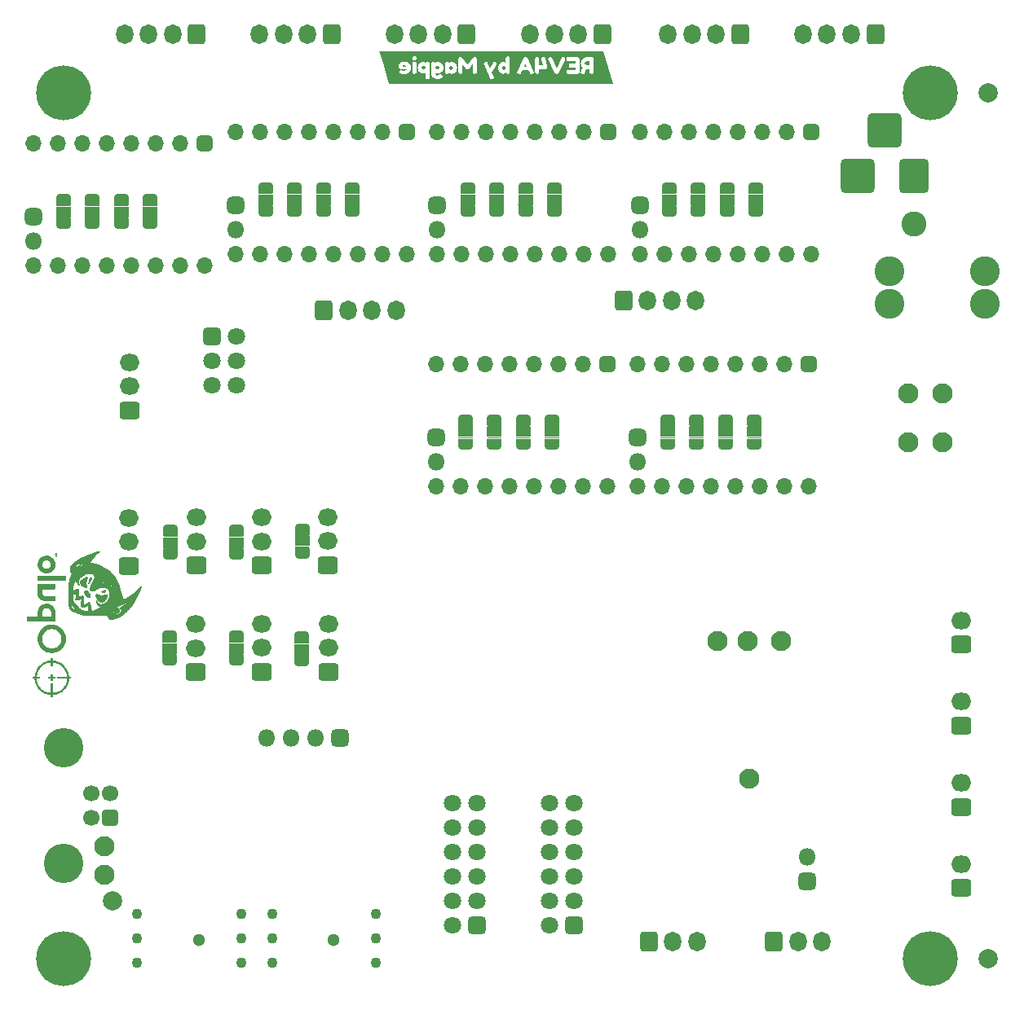
<source format=gbr>
%TF.GenerationSoftware,KiCad,Pcbnew,(6.0.7)*%
%TF.CreationDate,2022-10-06T16:10:22+02:00*%
%TF.ProjectId,mobo,6d6f626f-2e6b-4696-9361-645f70636258,4A*%
%TF.SameCoordinates,Original*%
%TF.FileFunction,Soldermask,Bot*%
%TF.FilePolarity,Negative*%
%FSLAX46Y46*%
G04 Gerber Fmt 4.6, Leading zero omitted, Abs format (unit mm)*
G04 Created by KiCad (PCBNEW (6.0.7)) date 2022-10-06 16:10:22*
%MOMM*%
%LPD*%
G01*
G04 APERTURE LIST*
G04 Aperture macros list*
%AMRoundRect*
0 Rectangle with rounded corners*
0 $1 Rounding radius*
0 $2 $3 $4 $5 $6 $7 $8 $9 X,Y pos of 4 corners*
0 Add a 4 corners polygon primitive as box body*
4,1,4,$2,$3,$4,$5,$6,$7,$8,$9,$2,$3,0*
0 Add four circle primitives for the rounded corners*
1,1,$1+$1,$2,$3*
1,1,$1+$1,$4,$5*
1,1,$1+$1,$6,$7*
1,1,$1+$1,$8,$9*
0 Add four rect primitives between the rounded corners*
20,1,$1+$1,$2,$3,$4,$5,0*
20,1,$1+$1,$4,$5,$6,$7,0*
20,1,$1+$1,$6,$7,$8,$9,0*
20,1,$1+$1,$8,$9,$2,$3,0*%
%AMFreePoly0*
4,1,37,0.585355,0.785355,0.600000,0.750000,0.600000,-0.750000,0.585355,-0.785355,0.550000,-0.800000,0.000000,-0.800000,-0.012524,-0.794812,-0.080857,-0.793560,-0.094851,-0.791293,-0.230166,-0.749018,-0.242962,-0.742915,-0.360972,-0.664360,-0.371540,-0.654911,-0.462760,-0.546392,-0.470252,-0.534356,-0.527347,-0.404597,-0.531159,-0.390943,-0.548742,-0.256483,-0.547388,-0.256306,-0.550000,-0.250000,
-0.550000,0.250000,-0.549522,0.251153,-0.549368,0.263802,-0.527557,0.403879,-0.523412,0.417435,-0.463164,0.545760,-0.455381,0.557609,-0.361537,0.663867,-0.350741,0.673055,-0.230846,0.748703,-0.217905,0.754492,-0.081598,0.793449,-0.067552,0.795373,-0.011991,0.795033,0.000000,0.800000,0.550000,0.800000,0.585355,0.785355,0.585355,0.785355,$1*%
%AMFreePoly1*
4,1,37,0.012350,0.794884,0.074210,0.794507,0.088231,0.792412,0.224052,0.751793,0.236921,0.745846,0.355883,0.668739,0.366566,0.659420,0.459104,0.552023,0.466742,0.540080,0.525419,0.411028,0.529398,0.397421,0.549495,0.257088,0.550000,0.250000,0.550000,-0.250000,0.549996,-0.250610,0.549847,-0.262826,0.549158,-0.270511,0.525638,-0.410312,0.521328,-0.423818,0.459516,-0.551397,
0.451589,-0.563150,0.356454,-0.668254,0.345546,-0.677309,0.224736,-0.751486,0.211726,-0.757116,0.074953,-0.794405,0.060885,-0.796158,0.011462,-0.795252,0.000000,-0.800000,-0.550000,-0.800000,-0.585355,-0.785355,-0.600000,-0.750000,-0.600000,0.750000,-0.585355,0.785355,-0.550000,0.800000,0.000000,0.800000,0.012350,0.794884,0.012350,0.794884,$1*%
G04 Aperture macros list end*
%ADD10C,0.010000*%
%ADD11RoundRect,0.450000X-0.400000X0.400000X-0.400000X-0.400000X0.400000X-0.400000X0.400000X0.400000X0*%
%ADD12O,1.700000X1.700000*%
%ADD13RoundRect,0.300000X0.600000X0.725000X-0.600000X0.725000X-0.600000X-0.725000X0.600000X-0.725000X0*%
%ADD14O,1.800000X2.050000*%
%ADD15RoundRect,0.300000X-0.600000X-0.725000X0.600000X-0.725000X0.600000X0.725000X-0.600000X0.725000X0*%
%ADD16RoundRect,0.300000X0.725000X-0.600000X0.725000X0.600000X-0.725000X0.600000X-0.725000X-0.600000X0*%
%ADD17O,2.050000X1.800000*%
%ADD18RoundRect,0.300000X0.600000X0.600000X-0.600000X0.600000X-0.600000X-0.600000X0.600000X-0.600000X0*%
%ADD19C,1.800000*%
%ADD20RoundRect,0.300000X-0.600000X-0.600000X0.600000X-0.600000X0.600000X0.600000X-0.600000X0.600000X0*%
%ADD21RoundRect,0.300000X0.750000X-0.600000X0.750000X0.600000X-0.750000X0.600000X-0.750000X-0.600000X0*%
%ADD22O,2.100000X1.800000*%
%ADD23C,5.700000*%
%ADD24RoundRect,0.575000X1.225000X1.225000X-1.225000X1.225000X-1.225000X-1.225000X1.225000X-1.225000X0*%
%ADD25C,2.600000*%
%ADD26RoundRect,0.500000X1.050000X1.300000X-1.050000X1.300000X-1.050000X-1.300000X1.050000X-1.300000X0*%
%ADD27RoundRect,0.475000X-0.425000X-0.425000X0.425000X-0.425000X0.425000X0.425000X-0.425000X0.425000X0*%
%ADD28O,1.800000X1.800000*%
%ADD29C,1.100000*%
%ADD30C,3.100000*%
%ADD31RoundRect,0.370000X-0.480000X0.480000X-0.480000X-0.480000X0.480000X-0.480000X0.480000X0.480000X0*%
%ADD32C,1.700000*%
%ADD33C,4.100000*%
%ADD34C,1.300000*%
%ADD35RoundRect,0.390000X0.510000X0.510000X-0.510000X0.510000X-0.510000X-0.510000X0.510000X-0.510000X0*%
%ADD36RoundRect,0.390000X-0.510000X0.510000X-0.510000X-0.510000X0.510000X-0.510000X0.510000X0.510000X0*%
%ADD37FreePoly0,270.000000*%
%ADD38RoundRect,0.050000X-0.750000X0.500000X-0.750000X-0.500000X0.750000X-0.500000X0.750000X0.500000X0*%
%ADD39FreePoly1,270.000000*%
%ADD40C,2.100000*%
%ADD41FreePoly0,90.000000*%
%ADD42RoundRect,0.050000X0.750000X-0.500000X0.750000X0.500000X-0.750000X0.500000X-0.750000X-0.500000X0*%
%ADD43FreePoly1,90.000000*%
%ADD44C,2.000000*%
G04 APERTURE END LIST*
G36*
X68226426Y-102680270D02*
G01*
X68231361Y-102684321D01*
X68238861Y-102692500D01*
X68247969Y-102704619D01*
X68259009Y-102727074D01*
X68265099Y-102751581D01*
X68266232Y-102776943D01*
X68262401Y-102801965D01*
X68253599Y-102825448D01*
X68239818Y-102846196D01*
X68233312Y-102853184D01*
X68224993Y-102860712D01*
X68218510Y-102865056D01*
X68213873Y-102866464D01*
X68203100Y-102868732D01*
X68187816Y-102871403D01*
X68169031Y-102874337D01*
X68147758Y-102877396D01*
X68125008Y-102880440D01*
X68101792Y-102883330D01*
X68079122Y-102885927D01*
X68058009Y-102888091D01*
X68039464Y-102889685D01*
X68013026Y-102891209D01*
X67984550Y-102891484D01*
X67957288Y-102889955D01*
X67929475Y-102886449D01*
X67899348Y-102880797D01*
X67865142Y-102872829D01*
X67850868Y-102869229D01*
X67838004Y-102865801D01*
X67829844Y-102863260D01*
X67825564Y-102861296D01*
X67824342Y-102859601D01*
X67825357Y-102857865D01*
X67828454Y-102856223D01*
X67836768Y-102852249D01*
X67849669Y-102846236D01*
X67866544Y-102838461D01*
X67886778Y-102829203D01*
X67909754Y-102818738D01*
X67934858Y-102807346D01*
X67961476Y-102795304D01*
X67988991Y-102782889D01*
X68016788Y-102770381D01*
X68044253Y-102758056D01*
X68070770Y-102746193D01*
X68095724Y-102735071D01*
X68118500Y-102724965D01*
X68138483Y-102716154D01*
X68155057Y-102708917D01*
X68158730Y-102707324D01*
X68176825Y-102699456D01*
X68192992Y-102692397D01*
X68206256Y-102686573D01*
X68215642Y-102682414D01*
X68220174Y-102680345D01*
X68222711Y-102679469D01*
X68226426Y-102680270D01*
G37*
D10*
X68226426Y-102680270D02*
X68231361Y-102684321D01*
X68238861Y-102692500D01*
X68247969Y-102704619D01*
X68259009Y-102727074D01*
X68265099Y-102751581D01*
X68266232Y-102776943D01*
X68262401Y-102801965D01*
X68253599Y-102825448D01*
X68239818Y-102846196D01*
X68233312Y-102853184D01*
X68224993Y-102860712D01*
X68218510Y-102865056D01*
X68213873Y-102866464D01*
X68203100Y-102868732D01*
X68187816Y-102871403D01*
X68169031Y-102874337D01*
X68147758Y-102877396D01*
X68125008Y-102880440D01*
X68101792Y-102883330D01*
X68079122Y-102885927D01*
X68058009Y-102888091D01*
X68039464Y-102889685D01*
X68013026Y-102891209D01*
X67984550Y-102891484D01*
X67957288Y-102889955D01*
X67929475Y-102886449D01*
X67899348Y-102880797D01*
X67865142Y-102872829D01*
X67850868Y-102869229D01*
X67838004Y-102865801D01*
X67829844Y-102863260D01*
X67825564Y-102861296D01*
X67824342Y-102859601D01*
X67825357Y-102857865D01*
X67828454Y-102856223D01*
X67836768Y-102852249D01*
X67849669Y-102846236D01*
X67866544Y-102838461D01*
X67886778Y-102829203D01*
X67909754Y-102818738D01*
X67934858Y-102807346D01*
X67961476Y-102795304D01*
X67988991Y-102782889D01*
X68016788Y-102770381D01*
X68044253Y-102758056D01*
X68070770Y-102746193D01*
X68095724Y-102735071D01*
X68118500Y-102724965D01*
X68138483Y-102716154D01*
X68155057Y-102708917D01*
X68158730Y-102707324D01*
X68176825Y-102699456D01*
X68192992Y-102692397D01*
X68206256Y-102686573D01*
X68215642Y-102682414D01*
X68220174Y-102680345D01*
X68222711Y-102679469D01*
X68226426Y-102680270D01*
G36*
X62998877Y-104830577D02*
G01*
X62998898Y-104835481D01*
X62997701Y-104840750D01*
X62995388Y-104845441D01*
X62994021Y-104844997D01*
X62994000Y-104840093D01*
X62995197Y-104834823D01*
X62997511Y-104830132D01*
X62998877Y-104830577D01*
G37*
X62998877Y-104830577D02*
X62998898Y-104835481D01*
X62997701Y-104840750D01*
X62995388Y-104845441D01*
X62994021Y-104844997D01*
X62994000Y-104840093D01*
X62995197Y-104834823D01*
X62997511Y-104830132D01*
X62998877Y-104830577D01*
G36*
X70153846Y-103560478D02*
G01*
X70154283Y-103561043D01*
X70153713Y-103564836D01*
X70152212Y-103565480D01*
X70147968Y-103563581D01*
X70146687Y-103561654D01*
X70148100Y-103559223D01*
X70149174Y-103559069D01*
X70153846Y-103560478D01*
G37*
X70153846Y-103560478D02*
X70154283Y-103561043D01*
X70153713Y-103564836D01*
X70152212Y-103565480D01*
X70147968Y-103563581D01*
X70146687Y-103561654D01*
X70148100Y-103559223D01*
X70149174Y-103559069D01*
X70153846Y-103560478D01*
G36*
X67384559Y-103101937D02*
G01*
X67399475Y-103102890D01*
X67415409Y-103105113D01*
X67430293Y-103108997D01*
X67445668Y-103115067D01*
X67463077Y-103123848D01*
X67484058Y-103135866D01*
X67497800Y-103143480D01*
X67525613Y-103156565D01*
X67555065Y-103167954D01*
X67583142Y-103176412D01*
X67596882Y-103180297D01*
X67614150Y-103186000D01*
X67629561Y-103191849D01*
X67629921Y-103191998D01*
X67645132Y-103197475D01*
X67662784Y-103202653D01*
X67679129Y-103206430D01*
X67682951Y-103207163D01*
X67697475Y-103210082D01*
X67715582Y-103213870D01*
X67735337Y-103218111D01*
X67754800Y-103222402D01*
X67771022Y-103225883D01*
X67786863Y-103228825D01*
X67802131Y-103231010D01*
X67817979Y-103232519D01*
X67835562Y-103233434D01*
X67856029Y-103233838D01*
X67880535Y-103233811D01*
X67910235Y-103233435D01*
X67930034Y-103232856D01*
X67963234Y-103230805D01*
X67999092Y-103227295D01*
X68038093Y-103222249D01*
X68080715Y-103215591D01*
X68127440Y-103207242D01*
X68178750Y-103197125D01*
X68235125Y-103185165D01*
X68297045Y-103171281D01*
X68318519Y-103166422D01*
X68339049Y-103161905D01*
X68356908Y-103158109D01*
X68371218Y-103155214D01*
X68381103Y-103153405D01*
X68385683Y-103152862D01*
X68389827Y-103154854D01*
X68395899Y-103162468D01*
X68402763Y-103175896D01*
X68410496Y-103195290D01*
X68419169Y-103220801D01*
X68421325Y-103227782D01*
X68428195Y-103253974D01*
X68433757Y-103281470D01*
X68437882Y-103309049D01*
X68440443Y-103335495D01*
X68441314Y-103359590D01*
X68440366Y-103380118D01*
X68437472Y-103395861D01*
X68433935Y-103405003D01*
X68427822Y-103417996D01*
X68420054Y-103432926D01*
X68411498Y-103448047D01*
X68404523Y-103459907D01*
X68394122Y-103477739D01*
X68382379Y-103497991D01*
X68370272Y-103518977D01*
X68358776Y-103539010D01*
X68339683Y-103572182D01*
X68322621Y-103601269D01*
X68307523Y-103626263D01*
X68293880Y-103647930D01*
X68281183Y-103667034D01*
X68268922Y-103684346D01*
X68256587Y-103700629D01*
X68243669Y-103716651D01*
X68229657Y-103733179D01*
X68220676Y-103743538D01*
X68200213Y-103766922D01*
X68180490Y-103789175D01*
X68161993Y-103809767D01*
X68145205Y-103828171D01*
X68130608Y-103843860D01*
X68118688Y-103856306D01*
X68109927Y-103864982D01*
X68104811Y-103869360D01*
X68102208Y-103870836D01*
X68092971Y-103874971D01*
X68080456Y-103879733D01*
X68066603Y-103884358D01*
X68022167Y-103896027D01*
X67967028Y-103904734D01*
X67911773Y-103907166D01*
X67856573Y-103903354D01*
X67801600Y-103893333D01*
X67747024Y-103877135D01*
X67693015Y-103854792D01*
X67639745Y-103826339D01*
X67587384Y-103791807D01*
X67578145Y-103784949D01*
X67566829Y-103775941D01*
X67555388Y-103765986D01*
X67542791Y-103754142D01*
X67528008Y-103739465D01*
X67510006Y-103721011D01*
X67506029Y-103716883D01*
X67485922Y-103695539D01*
X67469377Y-103676813D01*
X67455410Y-103659319D01*
X67443036Y-103641671D01*
X67431274Y-103622480D01*
X67419137Y-103600362D01*
X67405642Y-103573928D01*
X67403621Y-103569915D01*
X67394209Y-103551995D01*
X67384339Y-103534226D01*
X67375068Y-103518474D01*
X67367452Y-103506601D01*
X67352651Y-103483503D01*
X67331112Y-103441608D01*
X67314026Y-103396016D01*
X67301124Y-103346077D01*
X67300373Y-103342388D01*
X67294541Y-103299916D01*
X67294388Y-103259348D01*
X67299907Y-103219837D01*
X67299982Y-103219485D01*
X67305284Y-103197172D01*
X67311489Y-103175161D01*
X67318229Y-103154439D01*
X67325138Y-103135989D01*
X67331844Y-103120797D01*
X67337981Y-103109849D01*
X67343179Y-103104129D01*
X67347208Y-103102998D01*
X67356697Y-103102040D01*
X67369673Y-103101658D01*
X67384559Y-103101937D01*
G37*
X67384559Y-103101937D02*
X67399475Y-103102890D01*
X67415409Y-103105113D01*
X67430293Y-103108997D01*
X67445668Y-103115067D01*
X67463077Y-103123848D01*
X67484058Y-103135866D01*
X67497800Y-103143480D01*
X67525613Y-103156565D01*
X67555065Y-103167954D01*
X67583142Y-103176412D01*
X67596882Y-103180297D01*
X67614150Y-103186000D01*
X67629561Y-103191849D01*
X67629921Y-103191998D01*
X67645132Y-103197475D01*
X67662784Y-103202653D01*
X67679129Y-103206430D01*
X67682951Y-103207163D01*
X67697475Y-103210082D01*
X67715582Y-103213870D01*
X67735337Y-103218111D01*
X67754800Y-103222402D01*
X67771022Y-103225883D01*
X67786863Y-103228825D01*
X67802131Y-103231010D01*
X67817979Y-103232519D01*
X67835562Y-103233434D01*
X67856029Y-103233838D01*
X67880535Y-103233811D01*
X67910235Y-103233435D01*
X67930034Y-103232856D01*
X67963234Y-103230805D01*
X67999092Y-103227295D01*
X68038093Y-103222249D01*
X68080715Y-103215591D01*
X68127440Y-103207242D01*
X68178750Y-103197125D01*
X68235125Y-103185165D01*
X68297045Y-103171281D01*
X68318519Y-103166422D01*
X68339049Y-103161905D01*
X68356908Y-103158109D01*
X68371218Y-103155214D01*
X68381103Y-103153405D01*
X68385683Y-103152862D01*
X68389827Y-103154854D01*
X68395899Y-103162468D01*
X68402763Y-103175896D01*
X68410496Y-103195290D01*
X68419169Y-103220801D01*
X68421325Y-103227782D01*
X68428195Y-103253974D01*
X68433757Y-103281470D01*
X68437882Y-103309049D01*
X68440443Y-103335495D01*
X68441314Y-103359590D01*
X68440366Y-103380118D01*
X68437472Y-103395861D01*
X68433935Y-103405003D01*
X68427822Y-103417996D01*
X68420054Y-103432926D01*
X68411498Y-103448047D01*
X68404523Y-103459907D01*
X68394122Y-103477739D01*
X68382379Y-103497991D01*
X68370272Y-103518977D01*
X68358776Y-103539010D01*
X68339683Y-103572182D01*
X68322621Y-103601269D01*
X68307523Y-103626263D01*
X68293880Y-103647930D01*
X68281183Y-103667034D01*
X68268922Y-103684346D01*
X68256587Y-103700629D01*
X68243669Y-103716651D01*
X68229657Y-103733179D01*
X68220676Y-103743538D01*
X68200213Y-103766922D01*
X68180490Y-103789175D01*
X68161993Y-103809767D01*
X68145205Y-103828171D01*
X68130608Y-103843860D01*
X68118688Y-103856306D01*
X68109927Y-103864982D01*
X68104811Y-103869360D01*
X68102208Y-103870836D01*
X68092971Y-103874971D01*
X68080456Y-103879733D01*
X68066603Y-103884358D01*
X68022167Y-103896027D01*
X67967028Y-103904734D01*
X67911773Y-103907166D01*
X67856573Y-103903354D01*
X67801600Y-103893333D01*
X67747024Y-103877135D01*
X67693015Y-103854792D01*
X67639745Y-103826339D01*
X67587384Y-103791807D01*
X67578145Y-103784949D01*
X67566829Y-103775941D01*
X67555388Y-103765986D01*
X67542791Y-103754142D01*
X67528008Y-103739465D01*
X67510006Y-103721011D01*
X67506029Y-103716883D01*
X67485922Y-103695539D01*
X67469377Y-103676813D01*
X67455410Y-103659319D01*
X67443036Y-103641671D01*
X67431274Y-103622480D01*
X67419137Y-103600362D01*
X67405642Y-103573928D01*
X67403621Y-103569915D01*
X67394209Y-103551995D01*
X67384339Y-103534226D01*
X67375068Y-103518474D01*
X67367452Y-103506601D01*
X67352651Y-103483503D01*
X67331112Y-103441608D01*
X67314026Y-103396016D01*
X67301124Y-103346077D01*
X67300373Y-103342388D01*
X67294541Y-103299916D01*
X67294388Y-103259348D01*
X67299907Y-103219837D01*
X67299982Y-103219485D01*
X67305284Y-103197172D01*
X67311489Y-103175161D01*
X67318229Y-103154439D01*
X67325138Y-103135989D01*
X67331844Y-103120797D01*
X67337981Y-103109849D01*
X67343179Y-103104129D01*
X67347208Y-103102998D01*
X67356697Y-103102040D01*
X67369673Y-103101658D01*
X67384559Y-103101937D01*
G36*
X66738293Y-101373092D02*
G01*
X66753836Y-101374516D01*
X66768634Y-101376944D01*
X66780928Y-101380270D01*
X66801397Y-101389044D01*
X66820000Y-101400820D01*
X66838203Y-101416868D01*
X66842626Y-101421277D01*
X66847483Y-101426723D01*
X66850256Y-101431830D01*
X66850791Y-101437588D01*
X66848939Y-101444987D01*
X66844549Y-101455017D01*
X66837471Y-101468668D01*
X66827554Y-101486933D01*
X66826114Y-101489608D01*
X66818288Y-101504843D01*
X66808866Y-101524061D01*
X66798576Y-101545734D01*
X66788146Y-101568337D01*
X66778299Y-101590342D01*
X66775080Y-101597649D01*
X66765772Y-101618535D01*
X66756702Y-101638570D01*
X66748438Y-101656509D01*
X66741556Y-101671109D01*
X66736624Y-101681125D01*
X66736385Y-101681585D01*
X66731192Y-101690794D01*
X66722970Y-101704489D01*
X66712193Y-101721934D01*
X66699335Y-101742389D01*
X66684869Y-101765119D01*
X66669268Y-101789387D01*
X66653006Y-101814457D01*
X66636557Y-101839591D01*
X66620395Y-101864051D01*
X66604992Y-101887101D01*
X66590823Y-101908005D01*
X66587806Y-101912420D01*
X66578560Y-101926003D01*
X66570617Y-101937748D01*
X66564738Y-101946521D01*
X66561691Y-101951192D01*
X66558303Y-101954599D01*
X66550471Y-101957049D01*
X66546110Y-101956759D01*
X66541891Y-101955159D01*
X66539296Y-101951541D01*
X66538329Y-101945222D01*
X66538991Y-101935514D01*
X66541287Y-101921732D01*
X66545219Y-101903188D01*
X66550789Y-101879196D01*
X66556168Y-101856007D01*
X66561815Y-101830754D01*
X66567203Y-101805825D01*
X66571911Y-101783170D01*
X66575520Y-101764733D01*
X66578482Y-101748857D01*
X66584871Y-101714992D01*
X66590415Y-101686316D01*
X66595282Y-101662077D01*
X66599643Y-101641522D01*
X66603663Y-101623898D01*
X66607515Y-101608452D01*
X66611366Y-101594433D01*
X66615386Y-101581086D01*
X66619743Y-101567661D01*
X66620586Y-101565150D01*
X66628896Y-101541496D01*
X66638158Y-101516816D01*
X66648026Y-101491887D01*
X66658154Y-101467486D01*
X66668198Y-101444392D01*
X66677810Y-101423381D01*
X66686646Y-101405232D01*
X66694360Y-101390722D01*
X66700608Y-101380628D01*
X66705041Y-101375729D01*
X66712008Y-101373675D01*
X66723764Y-101372776D01*
X66738293Y-101373092D01*
G37*
X66738293Y-101373092D02*
X66753836Y-101374516D01*
X66768634Y-101376944D01*
X66780928Y-101380270D01*
X66801397Y-101389044D01*
X66820000Y-101400820D01*
X66838203Y-101416868D01*
X66842626Y-101421277D01*
X66847483Y-101426723D01*
X66850256Y-101431830D01*
X66850791Y-101437588D01*
X66848939Y-101444987D01*
X66844549Y-101455017D01*
X66837471Y-101468668D01*
X66827554Y-101486933D01*
X66826114Y-101489608D01*
X66818288Y-101504843D01*
X66808866Y-101524061D01*
X66798576Y-101545734D01*
X66788146Y-101568337D01*
X66778299Y-101590342D01*
X66775080Y-101597649D01*
X66765772Y-101618535D01*
X66756702Y-101638570D01*
X66748438Y-101656509D01*
X66741556Y-101671109D01*
X66736624Y-101681125D01*
X66736385Y-101681585D01*
X66731192Y-101690794D01*
X66722970Y-101704489D01*
X66712193Y-101721934D01*
X66699335Y-101742389D01*
X66684869Y-101765119D01*
X66669268Y-101789387D01*
X66653006Y-101814457D01*
X66636557Y-101839591D01*
X66620395Y-101864051D01*
X66604992Y-101887101D01*
X66590823Y-101908005D01*
X66587806Y-101912420D01*
X66578560Y-101926003D01*
X66570617Y-101937748D01*
X66564738Y-101946521D01*
X66561691Y-101951192D01*
X66558303Y-101954599D01*
X66550471Y-101957049D01*
X66546110Y-101956759D01*
X66541891Y-101955159D01*
X66539296Y-101951541D01*
X66538329Y-101945222D01*
X66538991Y-101935514D01*
X66541287Y-101921732D01*
X66545219Y-101903188D01*
X66550789Y-101879196D01*
X66556168Y-101856007D01*
X66561815Y-101830754D01*
X66567203Y-101805825D01*
X66571911Y-101783170D01*
X66575520Y-101764733D01*
X66578482Y-101748857D01*
X66584871Y-101714992D01*
X66590415Y-101686316D01*
X66595282Y-101662077D01*
X66599643Y-101641522D01*
X66603663Y-101623898D01*
X66607515Y-101608452D01*
X66611366Y-101594433D01*
X66615386Y-101581086D01*
X66619743Y-101567661D01*
X66620586Y-101565150D01*
X66628896Y-101541496D01*
X66638158Y-101516816D01*
X66648026Y-101491887D01*
X66658154Y-101467486D01*
X66668198Y-101444392D01*
X66677810Y-101423381D01*
X66686646Y-101405232D01*
X66694360Y-101390722D01*
X66700608Y-101380628D01*
X66705041Y-101375729D01*
X66712008Y-101373675D01*
X66723764Y-101372776D01*
X66738293Y-101373092D01*
G36*
X69228746Y-105010657D02*
G01*
X69233517Y-105012120D01*
X69236524Y-105014467D01*
X69234359Y-105016270D01*
X69232169Y-105016212D01*
X69226965Y-105013296D01*
X69226462Y-105012778D01*
X69224900Y-105010296D01*
X69228746Y-105010657D01*
G37*
X69228746Y-105010657D02*
X69233517Y-105012120D01*
X69236524Y-105014467D01*
X69234359Y-105016270D01*
X69232169Y-105016212D01*
X69226965Y-105013296D01*
X69226462Y-105012778D01*
X69224900Y-105010296D01*
X69228746Y-105010657D01*
G36*
X69904397Y-105345862D02*
G01*
X69846697Y-105382912D01*
X69791747Y-105416452D01*
X69740339Y-105445918D01*
X69726499Y-105453452D01*
X69698472Y-105468277D01*
X69667566Y-105484173D01*
X69635662Y-105500194D01*
X69604635Y-105515389D01*
X69576361Y-105528810D01*
X69553901Y-105539119D01*
X69526902Y-105551079D01*
X69500432Y-105562237D01*
X69473881Y-105572790D01*
X69446636Y-105582939D01*
X69418087Y-105592879D01*
X69387620Y-105602811D01*
X69354625Y-105612931D01*
X69318490Y-105623438D01*
X69278603Y-105634530D01*
X69234351Y-105646406D01*
X69185126Y-105659263D01*
X69130313Y-105673299D01*
X69128257Y-105673822D01*
X69095919Y-105682050D01*
X69062010Y-105690694D01*
X69027820Y-105699425D01*
X68994634Y-105707911D01*
X68963740Y-105715827D01*
X68936428Y-105722840D01*
X68913982Y-105728622D01*
X68897167Y-105732883D01*
X68873434Y-105738603D01*
X68852291Y-105743350D01*
X68834620Y-105746935D01*
X68821301Y-105749173D01*
X68813215Y-105749879D01*
X68807738Y-105749560D01*
X68795100Y-105747111D01*
X68782260Y-105741846D01*
X68768284Y-105733224D01*
X68752235Y-105720707D01*
X68733177Y-105703754D01*
X68725317Y-105696391D01*
X68712099Y-105683390D01*
X68701476Y-105671718D01*
X68691874Y-105659586D01*
X68681719Y-105645202D01*
X68678034Y-105639872D01*
X68667481Y-105625133D01*
X68654800Y-105607936D01*
X68641270Y-105590007D01*
X68628171Y-105573067D01*
X68624043Y-105567803D01*
X68609246Y-105548838D01*
X68593450Y-105528485D01*
X68578303Y-105508867D01*
X68565446Y-105492107D01*
X68564364Y-105490689D01*
X68536351Y-105453941D01*
X68511935Y-105421783D01*
X68490836Y-105393795D01*
X68472774Y-105369559D01*
X68457469Y-105348658D01*
X68444642Y-105330674D01*
X68434012Y-105315191D01*
X68425298Y-105301789D01*
X68418222Y-105290050D01*
X68412503Y-105279558D01*
X68407861Y-105269896D01*
X68404016Y-105260642D01*
X68400688Y-105251384D01*
X68397597Y-105241699D01*
X68396334Y-105237500D01*
X68393157Y-105227022D01*
X68390214Y-105219941D01*
X68386430Y-105215901D01*
X68380726Y-105214543D01*
X68372027Y-105215508D01*
X68359255Y-105218439D01*
X68341333Y-105222976D01*
X68338776Y-105223620D01*
X68322951Y-105227965D01*
X68311814Y-105231908D01*
X68303976Y-105236026D01*
X68298051Y-105240892D01*
X68293896Y-105244763D01*
X68288158Y-105248173D01*
X68280969Y-105249197D01*
X68269926Y-105248484D01*
X68261739Y-105248017D01*
X68251065Y-105248417D01*
X68243919Y-105249921D01*
X68243884Y-105249937D01*
X68237935Y-105251823D01*
X68227263Y-105254509D01*
X68213368Y-105257641D01*
X68197753Y-105260861D01*
X68187558Y-105262771D01*
X68169804Y-105265372D01*
X68157264Y-105265957D01*
X68149403Y-105264569D01*
X68144003Y-105263143D01*
X68132991Y-105262086D01*
X68120888Y-105262408D01*
X68108643Y-105263530D01*
X68092242Y-105264983D01*
X68074896Y-105266477D01*
X68057816Y-105267914D01*
X68042213Y-105269190D01*
X68029301Y-105270207D01*
X68020289Y-105270865D01*
X68016391Y-105271064D01*
X68014958Y-105271015D01*
X68006167Y-105271435D01*
X67993126Y-105272643D01*
X67977421Y-105274438D01*
X67960639Y-105276615D01*
X67944366Y-105278973D01*
X67930188Y-105281309D01*
X67919694Y-105283419D01*
X67875410Y-105291501D01*
X67824524Y-105294993D01*
X67774054Y-105292365D01*
X67767658Y-105291881D01*
X67752005Y-105291810D01*
X67734278Y-105292776D01*
X67717218Y-105294671D01*
X67706975Y-105296134D01*
X67692464Y-105298071D01*
X67680473Y-105299515D01*
X67672879Y-105300232D01*
X67667875Y-105300578D01*
X67656869Y-105301457D01*
X67642731Y-105302665D01*
X67627302Y-105304047D01*
X67615645Y-105304929D01*
X67596979Y-105305952D01*
X67575283Y-105306837D01*
X67552387Y-105307509D01*
X67530124Y-105307896D01*
X67510059Y-105308174D01*
X67490188Y-105308582D01*
X67472521Y-105309076D01*
X67458438Y-105309615D01*
X67449323Y-105310163D01*
X67439611Y-105310813D01*
X67417635Y-105311429D01*
X67390109Y-105311349D01*
X67357519Y-105310578D01*
X67320353Y-105309120D01*
X67318241Y-105309023D01*
X67297725Y-105308154D01*
X67276300Y-105307342D01*
X67256382Y-105306673D01*
X67240389Y-105306236D01*
X67232342Y-105306035D01*
X67215717Y-105305497D01*
X67200409Y-105304857D01*
X67188933Y-105304214D01*
X67182681Y-105303804D01*
X67171452Y-105303224D01*
X67159477Y-105302837D01*
X67146134Y-105302654D01*
X67130801Y-105302687D01*
X67112856Y-105302944D01*
X67091677Y-105303436D01*
X67066643Y-105304173D01*
X67037131Y-105305165D01*
X67002519Y-105306423D01*
X66973484Y-105307529D01*
X66962185Y-105307959D01*
X66931842Y-105309047D01*
X66890230Y-105310323D01*
X66845573Y-105311487D01*
X66798724Y-105312528D01*
X66750538Y-105313435D01*
X66701869Y-105314198D01*
X66653569Y-105314807D01*
X66606492Y-105315251D01*
X66561493Y-105315520D01*
X66519426Y-105315602D01*
X66481143Y-105315488D01*
X66447497Y-105315167D01*
X66419345Y-105314629D01*
X66349875Y-105311292D01*
X66272246Y-105304411D01*
X66190619Y-105294192D01*
X66105635Y-105280757D01*
X66017937Y-105264228D01*
X65928165Y-105244727D01*
X65836960Y-105222373D01*
X65744965Y-105197288D01*
X65652820Y-105169595D01*
X65637849Y-105164883D01*
X65590480Y-105149963D01*
X65548349Y-105136644D01*
X65510823Y-105124687D01*
X65501108Y-105121550D01*
X65477270Y-105113855D01*
X65447056Y-105103908D01*
X65419551Y-105094609D01*
X65394118Y-105085718D01*
X65370127Y-105076999D01*
X65346945Y-105068211D01*
X65323938Y-105059118D01*
X65300475Y-105049481D01*
X65275922Y-105039061D01*
X65249647Y-105027619D01*
X65221017Y-105014919D01*
X65189399Y-105000720D01*
X65154161Y-104984785D01*
X65114669Y-104966876D01*
X65061866Y-104942852D01*
X65008410Y-104918364D01*
X64960168Y-104896072D01*
X64917219Y-104876017D01*
X64879641Y-104858233D01*
X64847511Y-104842759D01*
X64820908Y-104829631D01*
X64799909Y-104818888D01*
X64784593Y-104810567D01*
X64775038Y-104804703D01*
X64773104Y-104803280D01*
X64764254Y-104795703D01*
X64753735Y-104785550D01*
X64743426Y-104774608D01*
X64736547Y-104766706D01*
X64723934Y-104751586D01*
X64709338Y-104733511D01*
X64693257Y-104713137D01*
X64676182Y-104691128D01*
X64658610Y-104668145D01*
X64641032Y-104644847D01*
X64623946Y-104621896D01*
X64607842Y-104599953D01*
X64593218Y-104579677D01*
X64580565Y-104561732D01*
X64570379Y-104546776D01*
X64563154Y-104535473D01*
X64559383Y-104528480D01*
X64557116Y-104521805D01*
X64553495Y-104509153D01*
X64549002Y-104492097D01*
X64543865Y-104471601D01*
X64538310Y-104448635D01*
X64532563Y-104424167D01*
X64530988Y-104417272D01*
X64736353Y-104417272D01*
X64737079Y-104434017D01*
X64739358Y-104449883D01*
X64745011Y-104473965D01*
X64752879Y-104498359D01*
X64762218Y-104520846D01*
X64772284Y-104539204D01*
X64774383Y-104542295D01*
X64786295Y-104557541D01*
X64801726Y-104574735D01*
X64819295Y-104592526D01*
X64837619Y-104609556D01*
X64855314Y-104624474D01*
X64871001Y-104635924D01*
X64880062Y-104641615D01*
X64916484Y-104660302D01*
X64953639Y-104672739D01*
X64958011Y-104673689D01*
X64973681Y-104675748D01*
X64991733Y-104676676D01*
X65010009Y-104676475D01*
X65026353Y-104675146D01*
X65038604Y-104672689D01*
X65048952Y-104669395D01*
X65050698Y-104626376D01*
X65050962Y-104618717D01*
X65050923Y-104583754D01*
X65048801Y-104552032D01*
X65044688Y-104524501D01*
X65038677Y-104502108D01*
X65034909Y-104492129D01*
X65029054Y-104477554D01*
X65022165Y-104461043D01*
X65015066Y-104444597D01*
X64998595Y-104407186D01*
X64954413Y-104363810D01*
X64948861Y-104358354D01*
X64932370Y-104342197D01*
X64919190Y-104329654D01*
X64908325Y-104320136D01*
X64898779Y-104313046D01*
X64889556Y-104307794D01*
X64879658Y-104303786D01*
X64868091Y-104300427D01*
X64853859Y-104297127D01*
X64835965Y-104293292D01*
X64824061Y-104290924D01*
X64804520Y-104288262D01*
X64789552Y-104288301D01*
X64778358Y-104291084D01*
X64770142Y-104296650D01*
X64769165Y-104297725D01*
X64763718Y-104306287D01*
X64757621Y-104319167D01*
X64751454Y-104334797D01*
X64745797Y-104351606D01*
X64741232Y-104368028D01*
X64738340Y-104382495D01*
X64736837Y-104398500D01*
X64736353Y-104417272D01*
X64530988Y-104417272D01*
X64526852Y-104399165D01*
X64521404Y-104374595D01*
X64516445Y-104351425D01*
X64512203Y-104330624D01*
X64508905Y-104313160D01*
X64507922Y-104307573D01*
X64503536Y-104281325D01*
X64498745Y-104250912D01*
X64493734Y-104217637D01*
X64488688Y-104182802D01*
X64483786Y-104147711D01*
X64479213Y-104113669D01*
X64475151Y-104081977D01*
X64471784Y-104053940D01*
X64469294Y-104030860D01*
X64468023Y-104017729D01*
X64462378Y-103951002D01*
X64458186Y-103884570D01*
X64455406Y-103817129D01*
X64453992Y-103747374D01*
X64453905Y-103674001D01*
X64455101Y-103595704D01*
X64455801Y-103563189D01*
X64457379Y-103475780D01*
X64458433Y-103392221D01*
X64458964Y-103312821D01*
X64458976Y-103237891D01*
X64458469Y-103167741D01*
X64458309Y-103157567D01*
X64853922Y-103157567D01*
X64854093Y-103172096D01*
X64855419Y-103212592D01*
X64858231Y-103265745D01*
X64862288Y-103323204D01*
X64867486Y-103383949D01*
X64873724Y-103446957D01*
X64880897Y-103511205D01*
X64888905Y-103575671D01*
X64897647Y-103639334D01*
X64907018Y-103701171D01*
X64914293Y-103745443D01*
X64921927Y-103788390D01*
X64929479Y-103826789D01*
X64937168Y-103861569D01*
X64945214Y-103893659D01*
X64953837Y-103923987D01*
X64963256Y-103953484D01*
X64973692Y-103983077D01*
X64978996Y-103997115D01*
X64984251Y-104010290D01*
X64988583Y-104020403D01*
X64991390Y-104025994D01*
X64993565Y-104028302D01*
X65001899Y-104033621D01*
X65015988Y-104040393D01*
X65036022Y-104048714D01*
X65061014Y-104059200D01*
X65091341Y-104074017D01*
X65119073Y-104090432D01*
X65144905Y-104109062D01*
X65169531Y-104130530D01*
X65193647Y-104155454D01*
X65217945Y-104184450D01*
X65243121Y-104218141D01*
X65269870Y-104257144D01*
X65280088Y-104272498D01*
X65298539Y-104299850D01*
X65314789Y-104323253D01*
X65329593Y-104343678D01*
X65343711Y-104362096D01*
X65357894Y-104379480D01*
X65372904Y-104396802D01*
X65389494Y-104415033D01*
X65408422Y-104435145D01*
X65419643Y-104446840D01*
X65434155Y-104461620D01*
X65448772Y-104476031D01*
X65464284Y-104490818D01*
X65481488Y-104506720D01*
X65501175Y-104524480D01*
X65524139Y-104544839D01*
X65551174Y-104568537D01*
X65569648Y-104584645D01*
X65600659Y-104611530D01*
X65627670Y-104634686D01*
X65651138Y-104654462D01*
X65671519Y-104671208D01*
X65689272Y-104685273D01*
X65704853Y-104697008D01*
X65718719Y-104706761D01*
X65731327Y-104714882D01*
X65743135Y-104721720D01*
X65754600Y-104727626D01*
X65766178Y-104732948D01*
X65771311Y-104735003D01*
X65783251Y-104739351D01*
X65800021Y-104745179D01*
X65820894Y-104752255D01*
X65845148Y-104760344D01*
X65872058Y-104769214D01*
X65900900Y-104778630D01*
X65930949Y-104788359D01*
X65961479Y-104798169D01*
X65991768Y-104807826D01*
X66021091Y-104817096D01*
X66048723Y-104825744D01*
X66073940Y-104833539D01*
X66096017Y-104840248D01*
X66114231Y-104845636D01*
X66127855Y-104849471D01*
X66140936Y-104852860D01*
X66176686Y-104860909D01*
X66215203Y-104867859D01*
X66257078Y-104873777D01*
X66302900Y-104878727D01*
X66353263Y-104882779D01*
X66408756Y-104886000D01*
X66469968Y-104888457D01*
X66478901Y-104888745D01*
X66502707Y-104889462D01*
X66521070Y-104889875D01*
X66534674Y-104889952D01*
X66544203Y-104889655D01*
X66550337Y-104888952D01*
X66553761Y-104887806D01*
X66555157Y-104886179D01*
X66555208Y-104884039D01*
X66554526Y-104880778D01*
X66552288Y-104871719D01*
X66549007Y-104859327D01*
X66545124Y-104845294D01*
X66540287Y-104826959D01*
X66535768Y-104806451D01*
X66532108Y-104785131D01*
X66529264Y-104762307D01*
X66527190Y-104737292D01*
X66525845Y-104709396D01*
X66525185Y-104677928D01*
X66525167Y-104642200D01*
X66525748Y-104601521D01*
X66526882Y-104555203D01*
X66527645Y-104523380D01*
X66528188Y-104483799D01*
X66528240Y-104446731D01*
X66527818Y-104412722D01*
X66526940Y-104382321D01*
X66525621Y-104356073D01*
X66523880Y-104334523D01*
X66521734Y-104318220D01*
X66519196Y-104307709D01*
X66518012Y-104303941D01*
X66515674Y-104290433D01*
X66515647Y-104277584D01*
X66516080Y-104273361D01*
X66515494Y-104256273D01*
X66510389Y-104242887D01*
X66500459Y-104232293D01*
X66494323Y-104228099D01*
X66486068Y-104224432D01*
X66477237Y-104223315D01*
X66467094Y-104224979D01*
X66454904Y-104229652D01*
X66439931Y-104237564D01*
X66421439Y-104248944D01*
X66398693Y-104264023D01*
X66391910Y-104268509D01*
X66374389Y-104279437D01*
X66354692Y-104291012D01*
X66334074Y-104302555D01*
X66313790Y-104313391D01*
X66295095Y-104322840D01*
X66279242Y-104330226D01*
X66267486Y-104334872D01*
X66262874Y-104336770D01*
X66252845Y-104341626D01*
X66239401Y-104348595D01*
X66223720Y-104357063D01*
X66206982Y-104366415D01*
X66200142Y-104370275D01*
X66178413Y-104382279D01*
X66154952Y-104394937D01*
X66132162Y-104406957D01*
X66112445Y-104417056D01*
X66066582Y-104440037D01*
X66019575Y-104435029D01*
X66016544Y-104434707D01*
X65994472Y-104432374D01*
X65969395Y-104429747D01*
X65944172Y-104427123D01*
X65921662Y-104424800D01*
X65913801Y-104423969D01*
X65893908Y-104421665D01*
X65874779Y-104419200D01*
X65858270Y-104416821D01*
X65846231Y-104414773D01*
X65821706Y-104409965D01*
X65797624Y-104384803D01*
X65789792Y-104376811D01*
X65779372Y-104366734D01*
X65770590Y-104358859D01*
X65764779Y-104354416D01*
X65762793Y-104353178D01*
X65759671Y-104350414D01*
X65757875Y-104346423D01*
X65757203Y-104339928D01*
X65757452Y-104329655D01*
X65758419Y-104314329D01*
X65758446Y-104313924D01*
X65759110Y-104301192D01*
X65759764Y-104283385D01*
X65760379Y-104261725D01*
X65760923Y-104237436D01*
X65761366Y-104211741D01*
X65761676Y-104185863D01*
X65762269Y-104136418D01*
X65763290Y-104079435D01*
X65764635Y-104024331D01*
X65766267Y-103972597D01*
X65768148Y-103925718D01*
X65768801Y-103915068D01*
X65770678Y-103895122D01*
X65773213Y-103875473D01*
X65776046Y-103859147D01*
X65776992Y-103853953D01*
X65778741Y-103840858D01*
X65780379Y-103824456D01*
X65781857Y-103805819D01*
X65783122Y-103786016D01*
X65784125Y-103766119D01*
X65784816Y-103747196D01*
X65785143Y-103730318D01*
X65785057Y-103716554D01*
X65784506Y-103706976D01*
X65783440Y-103702651D01*
X65783327Y-103702526D01*
X65782261Y-103697661D01*
X65783086Y-103689949D01*
X65783508Y-103688011D01*
X65786401Y-103672826D01*
X65789127Y-103655591D01*
X65791527Y-103637692D01*
X65793446Y-103620509D01*
X65794727Y-103605430D01*
X65795212Y-103593835D01*
X65794744Y-103587109D01*
X65794730Y-103587056D01*
X65788209Y-103573761D01*
X65777190Y-103563163D01*
X65763447Y-103556968D01*
X65761868Y-103556652D01*
X65750721Y-103556575D01*
X65735731Y-103559533D01*
X65716533Y-103565638D01*
X65692759Y-103575005D01*
X65664044Y-103587746D01*
X65663356Y-103588063D01*
X65644958Y-103596411D01*
X65625431Y-103605035D01*
X65607065Y-103612939D01*
X65592148Y-103619123D01*
X65590185Y-103619923D01*
X65575051Y-103626619D01*
X65556886Y-103635331D01*
X65537800Y-103645017D01*
X65519905Y-103654643D01*
X65515610Y-103657037D01*
X65498750Y-103666433D01*
X65482395Y-103675549D01*
X65468224Y-103683449D01*
X65457919Y-103689194D01*
X65445883Y-103695688D01*
X65430050Y-103703843D01*
X65415440Y-103711019D01*
X65409486Y-103713783D01*
X65402683Y-103716519D01*
X65396022Y-103718293D01*
X65388720Y-103719012D01*
X65379997Y-103718587D01*
X65369068Y-103716924D01*
X65355150Y-103713932D01*
X65337462Y-103709520D01*
X65315218Y-103703597D01*
X65287639Y-103696070D01*
X65285099Y-103695375D01*
X65264720Y-103689922D01*
X65245366Y-103684933D01*
X65228311Y-103680725D01*
X65214823Y-103677609D01*
X65206176Y-103675904D01*
X65198450Y-103674534D01*
X65190051Y-103672539D01*
X65185879Y-103670847D01*
X65185556Y-103667779D01*
X65185990Y-103659321D01*
X65187171Y-103646567D01*
X65189000Y-103630564D01*
X65191379Y-103612362D01*
X65193183Y-103598179D01*
X65197475Y-103545993D01*
X65198631Y-103490524D01*
X65198725Y-103468267D01*
X65199300Y-103445858D01*
X65200278Y-103424930D01*
X65201584Y-103407106D01*
X65203143Y-103394006D01*
X65205432Y-103379115D01*
X65209085Y-103350699D01*
X65212176Y-103319550D01*
X65214816Y-103284465D01*
X65217117Y-103244238D01*
X65217809Y-103232558D01*
X65219708Y-103208046D01*
X65222240Y-103181193D01*
X65225157Y-103154526D01*
X65228214Y-103130565D01*
X65229311Y-103122547D01*
X65232094Y-103099528D01*
X65233596Y-103081901D01*
X65233801Y-103069938D01*
X65232688Y-103063911D01*
X65231849Y-103061521D01*
X65230886Y-103053036D01*
X65230834Y-103040956D01*
X65231739Y-103027061D01*
X65232437Y-103019247D01*
X65233189Y-103007267D01*
X65233313Y-102998630D01*
X65232761Y-102994818D01*
X65232548Y-102994728D01*
X65228294Y-102995801D01*
X65219724Y-102999255D01*
X65207955Y-103004610D01*
X65194105Y-103011389D01*
X65181219Y-103017784D01*
X65160237Y-103027619D01*
X65139135Y-103036673D01*
X65116705Y-103045404D01*
X65091737Y-103054276D01*
X65063022Y-103063749D01*
X65029351Y-103074287D01*
X65024447Y-103075804D01*
X65003116Y-103082660D01*
X64982583Y-103089637D01*
X64964171Y-103096263D01*
X64949207Y-103102062D01*
X64939014Y-103106562D01*
X64923693Y-103113831D01*
X64895471Y-103124621D01*
X64870257Y-103130468D01*
X64866821Y-103131009D01*
X64858966Y-103132653D01*
X64855021Y-103134124D01*
X64854454Y-103137223D01*
X64854054Y-103145497D01*
X64853922Y-103157567D01*
X64458309Y-103157567D01*
X64457443Y-103102680D01*
X64455904Y-103043019D01*
X64453851Y-102989067D01*
X64451286Y-102941134D01*
X64450905Y-102934392D01*
X64450080Y-102915260D01*
X64449281Y-102890786D01*
X64448517Y-102861665D01*
X64447793Y-102828591D01*
X64447118Y-102792256D01*
X64446496Y-102753356D01*
X64445961Y-102714341D01*
X64861453Y-102714341D01*
X64861650Y-102719573D01*
X64861971Y-102720590D01*
X64864988Y-102723909D01*
X64871736Y-102726319D01*
X64883525Y-102728346D01*
X64886903Y-102728695D01*
X64900877Y-102728953D01*
X64918947Y-102728113D01*
X64939522Y-102726352D01*
X64961005Y-102723847D01*
X64981803Y-102720778D01*
X65000322Y-102717322D01*
X65014966Y-102713658D01*
X65018363Y-102712500D01*
X65029221Y-102708164D01*
X65044106Y-102701695D01*
X65061904Y-102693596D01*
X65081501Y-102684370D01*
X65101782Y-102674517D01*
X65113446Y-102668774D01*
X65141208Y-102655284D01*
X65164916Y-102644113D01*
X65185698Y-102634779D01*
X65204686Y-102626800D01*
X65223010Y-102619695D01*
X65241797Y-102612982D01*
X65262179Y-102606181D01*
X65285437Y-102599097D01*
X65315285Y-102591319D01*
X65344361Y-102585119D01*
X65371922Y-102580572D01*
X65397222Y-102577757D01*
X65419516Y-102576752D01*
X65438061Y-102577635D01*
X65452109Y-102580484D01*
X65460917Y-102585376D01*
X65461447Y-102585992D01*
X65464815Y-102592928D01*
X65468637Y-102604998D01*
X65472685Y-102621206D01*
X65476727Y-102640554D01*
X65480534Y-102662044D01*
X65483874Y-102684678D01*
X65484041Y-102686036D01*
X65484983Y-102697942D01*
X65485727Y-102714884D01*
X65486251Y-102735735D01*
X65486533Y-102759363D01*
X65486554Y-102784639D01*
X65486289Y-102810430D01*
X65485990Y-102837586D01*
X65485935Y-102865610D01*
X65486106Y-102892996D01*
X65486491Y-102918317D01*
X65487073Y-102940146D01*
X65487839Y-102957054D01*
X65488345Y-102965539D01*
X65489412Y-102984669D01*
X65490316Y-103002529D01*
X65490973Y-103017429D01*
X65491299Y-103027681D01*
X65491800Y-103036829D01*
X65493221Y-103051695D01*
X65495311Y-103068830D01*
X65497827Y-103086065D01*
X65498952Y-103093255D01*
X65501467Y-103111442D01*
X65503058Y-103127918D01*
X65503768Y-103144285D01*
X65503638Y-103162148D01*
X65502712Y-103183112D01*
X65501030Y-103208781D01*
X65500360Y-103219266D01*
X65499269Y-103249676D01*
X65499361Y-103279638D01*
X65500572Y-103307981D01*
X65502833Y-103333539D01*
X65506080Y-103355141D01*
X65510246Y-103371620D01*
X65513563Y-103379473D01*
X65523372Y-103392765D01*
X65536339Y-103401246D01*
X65551590Y-103404228D01*
X65560872Y-103403489D01*
X65568091Y-103400289D01*
X65575905Y-103393254D01*
X65580080Y-103389437D01*
X65594352Y-103379795D01*
X65614324Y-103369645D01*
X65639097Y-103358448D01*
X65672396Y-103343718D01*
X65701459Y-103331355D01*
X65727144Y-103321046D01*
X65750305Y-103312483D01*
X65771799Y-103305352D01*
X65792482Y-103299342D01*
X65813210Y-103294143D01*
X65834839Y-103289443D01*
X65842250Y-103288037D01*
X65860054Y-103285309D01*
X65878744Y-103283179D01*
X65897126Y-103281710D01*
X65914008Y-103280964D01*
X65928196Y-103281005D01*
X65938495Y-103281895D01*
X65943713Y-103283698D01*
X65943977Y-103284002D01*
X65946533Y-103289867D01*
X65949601Y-103301030D01*
X65953029Y-103316586D01*
X65956660Y-103335628D01*
X65960340Y-103357252D01*
X65963913Y-103380550D01*
X65967225Y-103404619D01*
X65970120Y-103428550D01*
X65972442Y-103451439D01*
X65973454Y-103461666D01*
X65976006Y-103483436D01*
X65979061Y-103506015D01*
X65982159Y-103525887D01*
X65983919Y-103538146D01*
X65985984Y-103557542D01*
X65987791Y-103579876D01*
X65989192Y-103603261D01*
X65990036Y-103625811D01*
X65992415Y-103684937D01*
X65996962Y-103746008D01*
X66003846Y-103810078D01*
X66004727Y-103817611D01*
X66006461Y-103834344D01*
X66007820Y-103849989D01*
X66008565Y-103861943D01*
X66009066Y-103870861D01*
X66010180Y-103885620D01*
X66011679Y-103902718D01*
X66013385Y-103919986D01*
X66014431Y-103931421D01*
X66015888Y-103953790D01*
X66016803Y-103976877D01*
X66017013Y-103997179D01*
X66017091Y-104010020D01*
X66017862Y-104029976D01*
X66019256Y-104049219D01*
X66021102Y-104064933D01*
X66021587Y-104068170D01*
X66023764Y-104085418D01*
X66025468Y-104103167D01*
X66026365Y-104118041D01*
X66026715Y-104127364D01*
X66028077Y-104149449D01*
X66030015Y-104168332D01*
X66032408Y-104182965D01*
X66035130Y-104192300D01*
X66038917Y-104198999D01*
X66049052Y-104208653D01*
X66061645Y-104213148D01*
X66075505Y-104212195D01*
X66089444Y-104205504D01*
X66094727Y-104202166D01*
X66106008Y-104196237D01*
X66117942Y-104191010D01*
X66118186Y-104190915D01*
X66126763Y-104187073D01*
X66139594Y-104180722D01*
X66155471Y-104172491D01*
X66173188Y-104163003D01*
X66191540Y-104152883D01*
X66207464Y-104144030D01*
X66229425Y-104131982D01*
X66251438Y-104120062D01*
X66271643Y-104109272D01*
X66288186Y-104100617D01*
X66298948Y-104095048D01*
X66319408Y-104084211D01*
X66337967Y-104073933D01*
X66356044Y-104063371D01*
X66375061Y-104051686D01*
X66396436Y-104038034D01*
X66421589Y-104021576D01*
X66435056Y-104012842D01*
X66462046Y-103996221D01*
X66487420Y-103981754D01*
X66510337Y-103969888D01*
X66529957Y-103961070D01*
X66545439Y-103955745D01*
X66553201Y-103953914D01*
X66569016Y-103951316D01*
X66583130Y-103950411D01*
X66594085Y-103951247D01*
X66600420Y-103953876D01*
X66600631Y-103954095D01*
X66603437Y-103958164D01*
X66607334Y-103965666D01*
X66612548Y-103977106D01*
X66619298Y-103992989D01*
X66627806Y-104013819D01*
X66638294Y-104040101D01*
X66638528Y-104040699D01*
X66642575Y-104052202D01*
X66647939Y-104069102D01*
X66654427Y-104090689D01*
X66661848Y-104116245D01*
X66670012Y-104145056D01*
X66678726Y-104176407D01*
X66687800Y-104209585D01*
X66697041Y-104243873D01*
X66706259Y-104278559D01*
X66715262Y-104312926D01*
X66723859Y-104346260D01*
X66731859Y-104377846D01*
X66739070Y-104406970D01*
X66745300Y-104432917D01*
X66750359Y-104454973D01*
X66754055Y-104472423D01*
X66757293Y-104488979D01*
X66769558Y-104555620D01*
X66780095Y-104619597D01*
X66788631Y-104679278D01*
X66789430Y-104684801D01*
X66793129Y-104704502D01*
X66798017Y-104725199D01*
X66803257Y-104743230D01*
X66806217Y-104752520D01*
X66811844Y-104771660D01*
X66817408Y-104792129D01*
X66822049Y-104810836D01*
X66824296Y-104820275D01*
X66830608Y-104844364D01*
X66836998Y-104865537D01*
X66843179Y-104882955D01*
X66848865Y-104895786D01*
X66853768Y-104903194D01*
X66854121Y-104903534D01*
X66862546Y-104907554D01*
X66872441Y-104907110D01*
X66881007Y-104902296D01*
X66881535Y-104901880D01*
X66887519Y-104899632D01*
X66897617Y-104897512D01*
X66909959Y-104895930D01*
X66924613Y-104893971D01*
X66941297Y-104890681D01*
X66955398Y-104886882D01*
X66961382Y-104884763D01*
X66967451Y-104882404D01*
X68997816Y-104882404D01*
X69003333Y-104912109D01*
X69015061Y-104940815D01*
X69015928Y-104942437D01*
X69020127Y-104949605D01*
X69025103Y-104956755D01*
X69031431Y-104964483D01*
X69039684Y-104973386D01*
X69050436Y-104984061D01*
X69064263Y-104997107D01*
X69081739Y-105013119D01*
X69103436Y-105032694D01*
X69105057Y-105034148D01*
X69125006Y-105051523D01*
X69142364Y-105065323D01*
X69158734Y-105076558D01*
X69175720Y-105086242D01*
X69194922Y-105095384D01*
X69217943Y-105104999D01*
X69230322Y-105110021D01*
X69245603Y-105116394D01*
X69258814Y-105122086D01*
X69268034Y-105126279D01*
X69270172Y-105127291D01*
X69283466Y-105133120D01*
X69301413Y-105140465D01*
X69322894Y-105148884D01*
X69346793Y-105157937D01*
X69371993Y-105167186D01*
X69377220Y-105169016D01*
X69387211Y-105172053D01*
X69397458Y-105174334D01*
X69409180Y-105176015D01*
X69423595Y-105177250D01*
X69441923Y-105178192D01*
X69465382Y-105178996D01*
X69494407Y-105179677D01*
X69518917Y-105179764D01*
X69539282Y-105179143D01*
X69556607Y-105177724D01*
X69571996Y-105175416D01*
X69586551Y-105172125D01*
X69601378Y-105167763D01*
X69604214Y-105166863D01*
X69620685Y-105161935D01*
X69639142Y-105156777D01*
X69656100Y-105152370D01*
X69659176Y-105151581D01*
X69676711Y-105146228D01*
X69694998Y-105139521D01*
X69710539Y-105132723D01*
X69720069Y-105127840D01*
X69728903Y-105122690D01*
X69737386Y-105116773D01*
X69746732Y-105109165D01*
X69758157Y-105098938D01*
X69772873Y-105085165D01*
X69808626Y-105049122D01*
X69847544Y-105004925D01*
X69870759Y-104976473D01*
X69894234Y-104946060D01*
X69913568Y-104918717D01*
X69929082Y-104893817D01*
X69941099Y-104870730D01*
X69949940Y-104848824D01*
X69955928Y-104827472D01*
X69959385Y-104806045D01*
X69960633Y-104783910D01*
X69960294Y-104770113D01*
X69955844Y-104739970D01*
X69946491Y-104712703D01*
X69932501Y-104688969D01*
X69914144Y-104669423D01*
X69910663Y-104666458D01*
X69901048Y-104658130D01*
X69888572Y-104647212D01*
X69874465Y-104634780D01*
X69859957Y-104621913D01*
X69851313Y-104614295D01*
X69831316Y-104597481D01*
X69813745Y-104584192D01*
X69797293Y-104573552D01*
X69780658Y-104564692D01*
X69762532Y-104556737D01*
X69741059Y-104548069D01*
X69748149Y-104543082D01*
X69748936Y-104542520D01*
X69755534Y-104537588D01*
X69764988Y-104530313D01*
X69775528Y-104522056D01*
X69780979Y-104517888D01*
X69791416Y-104510883D01*
X69803036Y-104504613D01*
X69817477Y-104498238D01*
X69836376Y-104490923D01*
X69857245Y-104482389D01*
X69891558Y-104465468D01*
X69928994Y-104443744D01*
X69969748Y-104417101D01*
X70014018Y-104385422D01*
X70018666Y-104382028D01*
X70031537Y-104373286D01*
X70045657Y-104364759D01*
X70062190Y-104355805D01*
X70082295Y-104345781D01*
X70107138Y-104334047D01*
X70115684Y-104329398D01*
X70130370Y-104319643D01*
X70149254Y-104305587D01*
X70172473Y-104287129D01*
X70186319Y-104276027D01*
X70203486Y-104262651D01*
X70219826Y-104250300D01*
X70233992Y-104239990D01*
X70244634Y-104232738D01*
X70258084Y-104223971D01*
X70284382Y-104206078D01*
X70313982Y-104185157D01*
X70345928Y-104161917D01*
X70379270Y-104137062D01*
X70413051Y-104111299D01*
X70446320Y-104085332D01*
X70478122Y-104059870D01*
X70478696Y-104059404D01*
X70485923Y-104053569D01*
X70496601Y-104044979D01*
X70509384Y-104034714D01*
X70522930Y-104023855D01*
X70537177Y-104012356D01*
X70578747Y-103977690D01*
X70619668Y-103941762D01*
X70662149Y-103902647D01*
X70704971Y-103862401D01*
X70659167Y-103883949D01*
X70658909Y-103884070D01*
X70636380Y-103894594D01*
X70615052Y-103904383D01*
X70594207Y-103913731D01*
X70573132Y-103922937D01*
X70551112Y-103932296D01*
X70527432Y-103942102D01*
X70501378Y-103952653D01*
X70472235Y-103964246D01*
X70439288Y-103977174D01*
X70401824Y-103991736D01*
X70393064Y-103995119D01*
X70359126Y-104008225D01*
X70355383Y-104009667D01*
X70310230Y-104027086D01*
X70270472Y-104042467D01*
X70235608Y-104056011D01*
X70205133Y-104067919D01*
X70178548Y-104078393D01*
X70155350Y-104087633D01*
X70135035Y-104095840D01*
X70117104Y-104103217D01*
X70101053Y-104109964D01*
X70086381Y-104116282D01*
X70072585Y-104122374D01*
X70059163Y-104128439D01*
X70039600Y-104137123D01*
X70015633Y-104147353D01*
X69989710Y-104158097D01*
X69963859Y-104168516D01*
X69940112Y-104177766D01*
X69933060Y-104180460D01*
X69863442Y-104207919D01*
X69799866Y-104234666D01*
X69742101Y-104260804D01*
X69689916Y-104286432D01*
X69669234Y-104297057D01*
X69646496Y-104308744D01*
X69624143Y-104320239D01*
X69603932Y-104330639D01*
X69587616Y-104339041D01*
X69579911Y-104342934D01*
X69560005Y-104352552D01*
X69537447Y-104362992D01*
X69514465Y-104373233D01*
X69493285Y-104382255D01*
X69484043Y-104386150D01*
X69462323Y-104395929D01*
X69442932Y-104405531D01*
X69426595Y-104414543D01*
X69414031Y-104422550D01*
X69405963Y-104429141D01*
X69403114Y-104433900D01*
X69404662Y-104436222D01*
X69410333Y-104441123D01*
X69418737Y-104447011D01*
X69428633Y-104453382D01*
X69449501Y-104466911D01*
X69466661Y-104478216D01*
X69481302Y-104488109D01*
X69494611Y-104497401D01*
X69507778Y-104506901D01*
X69521992Y-104517420D01*
X69542071Y-104533132D01*
X69566603Y-104554127D01*
X69590161Y-104576128D01*
X69611639Y-104598046D01*
X69629930Y-104618795D01*
X69643929Y-104637287D01*
X69649414Y-104645648D01*
X69669889Y-104682192D01*
X69685708Y-104719885D01*
X69696589Y-104757790D01*
X69702244Y-104794970D01*
X69702393Y-104830485D01*
X69700640Y-104846960D01*
X69692592Y-104885971D01*
X69679546Y-104922125D01*
X69661851Y-104955000D01*
X69639858Y-104984173D01*
X69613919Y-105009220D01*
X69584384Y-105029718D01*
X69563179Y-105039761D01*
X69551605Y-105045244D01*
X69515931Y-105055375D01*
X69499817Y-105057701D01*
X69470896Y-105058803D01*
X69439412Y-105056908D01*
X69407110Y-105052223D01*
X69375733Y-105044954D01*
X69347023Y-105035309D01*
X69343438Y-105033861D01*
X69313045Y-105020744D01*
X69287196Y-105007647D01*
X69264360Y-104993529D01*
X69243000Y-104977352D01*
X69221587Y-104958076D01*
X69198585Y-104934661D01*
X69198260Y-104934316D01*
X69185371Y-104920502D01*
X69176215Y-104910302D01*
X69170108Y-104902804D01*
X69166369Y-104897092D01*
X69164314Y-104892251D01*
X69163260Y-104887369D01*
X69160983Y-104879223D01*
X69155794Y-104870496D01*
X69146652Y-104859740D01*
X69145661Y-104858659D01*
X69134247Y-104843508D01*
X69125568Y-104825915D01*
X69119342Y-104804956D01*
X69115290Y-104779705D01*
X69113131Y-104749237D01*
X69112900Y-104743856D01*
X69111980Y-104728144D01*
X69110853Y-104715072D01*
X69109641Y-104705875D01*
X69108466Y-104701791D01*
X69104875Y-104701293D01*
X69097202Y-104705069D01*
X69086128Y-104713374D01*
X69071962Y-104725969D01*
X69055007Y-104742625D01*
X69051417Y-104746311D01*
X69039710Y-104758890D01*
X69031045Y-104769565D01*
X69024044Y-104780159D01*
X69017325Y-104792500D01*
X69005402Y-104821171D01*
X68998507Y-104851993D01*
X68997816Y-104882404D01*
X66967451Y-104882404D01*
X66974952Y-104879488D01*
X66992467Y-104872310D01*
X67012816Y-104863707D01*
X67034883Y-104854158D01*
X67057556Y-104844142D01*
X67079721Y-104834137D01*
X67100262Y-104824622D01*
X67103024Y-104823348D01*
X67115729Y-104818069D01*
X67127168Y-104814145D01*
X67135148Y-104812349D01*
X67137084Y-104812074D01*
X67141625Y-104810886D01*
X67148010Y-104808614D01*
X67156716Y-104805039D01*
X67168225Y-104799941D01*
X67183016Y-104793101D01*
X67201568Y-104784300D01*
X67224362Y-104773316D01*
X67251874Y-104759932D01*
X67284587Y-104743928D01*
X67300933Y-104735599D01*
X67319159Y-104725728D01*
X67336070Y-104716032D01*
X67349440Y-104707751D01*
X67352517Y-104705750D01*
X67368797Y-104695789D01*
X67386560Y-104685688D01*
X67402479Y-104677356D01*
X67407074Y-104675043D01*
X67421316Y-104667455D01*
X67438459Y-104657900D01*
X67456743Y-104647369D01*
X67474406Y-104636853D01*
X67489689Y-104627627D01*
X67520523Y-104609366D01*
X67551541Y-104591515D01*
X67584132Y-104573291D01*
X67619686Y-104553913D01*
X67659589Y-104532600D01*
X67662751Y-104530923D01*
X67678330Y-104522639D01*
X67692760Y-104514927D01*
X67704554Y-104508585D01*
X67712222Y-104504412D01*
X67712621Y-104504191D01*
X67722327Y-104499075D01*
X67735006Y-104492677D01*
X67748021Y-104486329D01*
X67748406Y-104486144D01*
X67761745Y-104479588D01*
X67774921Y-104472834D01*
X67785134Y-104467315D01*
X67793097Y-104462891D01*
X67806006Y-104455919D01*
X67818697Y-104449242D01*
X67819663Y-104448738D01*
X67831474Y-104442106D01*
X67845203Y-104433736D01*
X67859620Y-104424459D01*
X67873493Y-104415101D01*
X67885593Y-104406491D01*
X67894688Y-104399457D01*
X67899549Y-104394828D01*
X67900088Y-104393925D01*
X67899610Y-104392115D01*
X67895792Y-104391090D01*
X67887889Y-104390803D01*
X67875155Y-104391212D01*
X67856846Y-104392271D01*
X67850850Y-104392646D01*
X67829044Y-104393749D01*
X67812169Y-104393993D01*
X67799110Y-104393273D01*
X67788755Y-104391485D01*
X67779988Y-104388526D01*
X67771695Y-104384288D01*
X67764853Y-104380861D01*
X67752202Y-104375862D01*
X67739197Y-104371886D01*
X67719928Y-104366690D01*
X67680094Y-104353248D01*
X67645807Y-104337502D01*
X67616761Y-104319324D01*
X67614155Y-104317440D01*
X67602290Y-104309203D01*
X67588228Y-104299812D01*
X67574480Y-104290952D01*
X67564506Y-104284460D01*
X67555686Y-104278077D01*
X67547087Y-104270926D01*
X67537596Y-104262018D01*
X67526099Y-104250361D01*
X67511479Y-104234964D01*
X67496468Y-104218760D01*
X67478172Y-104198157D01*
X67463349Y-104180364D01*
X67452297Y-104165758D01*
X67445313Y-104154713D01*
X67442691Y-104147608D01*
X67440576Y-104136394D01*
X67433448Y-104119007D01*
X67421252Y-104098309D01*
X67415290Y-104088310D01*
X67404981Y-104066689D01*
X67395385Y-104041071D01*
X67391700Y-104030319D01*
X67384404Y-104010244D01*
X67376664Y-103990109D01*
X67369638Y-103972980D01*
X67368915Y-103971300D01*
X67361587Y-103954000D01*
X67356247Y-103940475D01*
X67352329Y-103928861D01*
X67349268Y-103917300D01*
X67346495Y-103903927D01*
X67343446Y-103886881D01*
X67342295Y-103880504D01*
X67338382Y-103861070D01*
X67333875Y-103841006D01*
X67329537Y-103823767D01*
X67328189Y-103818736D01*
X67322912Y-103796366D01*
X67320156Y-103779055D01*
X67319951Y-103767048D01*
X67322324Y-103760588D01*
X67326073Y-103757369D01*
X67330001Y-103756000D01*
X67333713Y-103758077D01*
X67337769Y-103764243D01*
X67342730Y-103775143D01*
X67349155Y-103791417D01*
X67350508Y-103794884D01*
X67359984Y-103816730D01*
X67370878Y-103838627D01*
X67381666Y-103857480D01*
X67386177Y-103864758D01*
X67396075Y-103881196D01*
X67405642Y-103897621D01*
X67413321Y-103911375D01*
X67415209Y-103914812D01*
X67422413Y-103926963D01*
X67429311Y-103937322D01*
X67434631Y-103943947D01*
X67437814Y-103947675D01*
X67444355Y-103956717D01*
X67452194Y-103968620D01*
X67460256Y-103981797D01*
X67465926Y-103991290D01*
X67471782Y-104000449D01*
X67477736Y-104008662D01*
X67484685Y-104016996D01*
X67493528Y-104026520D01*
X67505163Y-104038301D01*
X67520485Y-104053405D01*
X67528867Y-104061601D01*
X67542287Y-104074542D01*
X67552481Y-104083983D01*
X67560268Y-104090600D01*
X67566463Y-104095065D01*
X67571888Y-104098051D01*
X67577361Y-104100234D01*
X67583537Y-104102646D01*
X67596001Y-104108405D01*
X67607950Y-104114808D01*
X67619513Y-104120894D01*
X67639105Y-104129426D01*
X67660694Y-104137324D01*
X67681802Y-104143703D01*
X67699953Y-104147678D01*
X67706588Y-104148643D01*
X67738282Y-104151702D01*
X67774248Y-104153094D01*
X67813000Y-104152903D01*
X67853059Y-104151212D01*
X67892942Y-104148102D01*
X67931166Y-104143658D01*
X67966249Y-104137960D01*
X67996709Y-104131094D01*
X68005109Y-104128784D01*
X68045241Y-104116432D01*
X68088371Y-104101262D01*
X68132711Y-104083967D01*
X68176471Y-104065232D01*
X68217861Y-104045753D01*
X68229888Y-104039733D01*
X68245709Y-104031412D01*
X68258780Y-104023727D01*
X68270978Y-104015464D01*
X68284174Y-104005409D01*
X68300240Y-103992348D01*
X68305993Y-103987632D01*
X68320559Y-103975966D01*
X68334231Y-103965371D01*
X68345692Y-103956859D01*
X68353622Y-103951438D01*
X68353970Y-103951221D01*
X68363703Y-103943966D01*
X68377429Y-103931963D01*
X68395180Y-103915179D01*
X68416998Y-103893579D01*
X68420078Y-103890472D01*
X68439974Y-103870019D01*
X68456924Y-103851645D01*
X68471745Y-103834241D01*
X68485257Y-103816692D01*
X68498275Y-103797885D01*
X68511620Y-103776710D01*
X68526110Y-103752050D01*
X68542562Y-103722795D01*
X68542590Y-103722745D01*
X68555928Y-103699285D01*
X68571316Y-103673177D01*
X68587500Y-103646486D01*
X68603228Y-103621280D01*
X68617246Y-103599622D01*
X68632106Y-103576882D01*
X68650940Y-103546505D01*
X68667052Y-103518058D01*
X68680751Y-103490622D01*
X68692349Y-103463275D01*
X68702153Y-103435099D01*
X68710474Y-103405173D01*
X68717623Y-103372578D01*
X68723909Y-103336392D01*
X68729640Y-103295697D01*
X68735128Y-103249572D01*
X68735842Y-103243120D01*
X68739689Y-103206625D01*
X68742595Y-103175231D01*
X68744613Y-103147928D01*
X68745795Y-103123710D01*
X68746192Y-103101568D01*
X68745855Y-103080495D01*
X68744836Y-103059483D01*
X68742989Y-103032899D01*
X68739257Y-102992235D01*
X68734437Y-102955556D01*
X68728190Y-102921730D01*
X68720174Y-102889623D01*
X68710054Y-102858099D01*
X68697488Y-102826027D01*
X68682135Y-102792271D01*
X68663658Y-102755698D01*
X68641716Y-102715175D01*
X68629065Y-102692763D01*
X68604507Y-102651791D01*
X68580890Y-102616155D01*
X68557734Y-102585324D01*
X68534557Y-102558771D01*
X68510876Y-102535964D01*
X68486209Y-102516373D01*
X68460073Y-102499469D01*
X68431987Y-102484722D01*
X68421743Y-102479890D01*
X68402182Y-102470854D01*
X68386766Y-102464091D01*
X68374447Y-102459170D01*
X68364182Y-102455666D01*
X68354921Y-102453146D01*
X68343719Y-102449771D01*
X68329245Y-102444240D01*
X68315621Y-102438019D01*
X68287264Y-102424934D01*
X68256282Y-102414219D01*
X68227568Y-102408508D01*
X68226492Y-102408378D01*
X68210812Y-102405971D01*
X68192986Y-102402544D01*
X68176665Y-102398793D01*
X68166372Y-102396264D01*
X68145111Y-102391582D01*
X68123166Y-102387339D01*
X68102240Y-102383835D01*
X68084039Y-102381366D01*
X68070270Y-102380229D01*
X68060485Y-102379447D01*
X68046223Y-102377503D01*
X68032174Y-102374905D01*
X68015143Y-102371999D01*
X67994570Y-102370307D01*
X67975315Y-102370536D01*
X67958966Y-102372654D01*
X67947111Y-102376629D01*
X67941443Y-102379034D01*
X67929729Y-102382928D01*
X67913897Y-102387568D01*
X67895108Y-102392657D01*
X67874526Y-102397902D01*
X67853310Y-102403008D01*
X67832624Y-102407682D01*
X67813630Y-102411627D01*
X67797487Y-102414551D01*
X67792214Y-102415433D01*
X67775144Y-102418635D01*
X67754754Y-102422937D01*
X67730347Y-102428498D01*
X67701227Y-102435474D01*
X67666694Y-102444021D01*
X67664586Y-102444560D01*
X67648774Y-102449049D01*
X67629645Y-102455045D01*
X67609421Y-102461828D01*
X67590325Y-102468681D01*
X67589807Y-102468874D01*
X67569168Y-102476533D01*
X67546158Y-102484991D01*
X67523548Y-102493234D01*
X67504108Y-102500246D01*
X67501444Y-102501206D01*
X67485145Y-102507374D01*
X67470177Y-102513496D01*
X67458101Y-102518907D01*
X67450479Y-102522950D01*
X67444849Y-102526377D01*
X67433808Y-102532707D01*
X67420227Y-102540219D01*
X67405862Y-102547929D01*
X67395992Y-102553302D01*
X67380081Y-102562512D01*
X67365374Y-102571614D01*
X67354113Y-102579248D01*
X67354044Y-102579298D01*
X67343497Y-102586447D01*
X67329187Y-102595358D01*
X67312986Y-102604901D01*
X67296763Y-102613945D01*
X67280814Y-102622708D01*
X67263178Y-102632700D01*
X67246878Y-102642216D01*
X67234057Y-102650022D01*
X67217794Y-102660271D01*
X67196584Y-102673609D01*
X67176497Y-102686211D01*
X67158380Y-102697545D01*
X67143085Y-102707081D01*
X67131460Y-102714287D01*
X67124354Y-102718632D01*
X67119562Y-102720660D01*
X67108955Y-102723219D01*
X67093128Y-102725698D01*
X67071706Y-102728152D01*
X67044312Y-102730639D01*
X67022096Y-102732579D01*
X66993377Y-102735306D01*
X66963711Y-102738314D01*
X66935525Y-102741359D01*
X66911247Y-102744192D01*
X66908022Y-102744585D01*
X66878840Y-102747702D01*
X66854769Y-102749160D01*
X66834821Y-102748737D01*
X66818014Y-102746208D01*
X66803364Y-102741353D01*
X66789889Y-102733950D01*
X66776602Y-102723777D01*
X66762522Y-102710610D01*
X66758340Y-102706523D01*
X66749179Y-102698084D01*
X66741832Y-102692011D01*
X66737597Y-102689407D01*
X66731766Y-102685938D01*
X66725293Y-102676772D01*
X66719626Y-102663061D01*
X66715076Y-102645780D01*
X66711953Y-102625909D01*
X66710569Y-102604425D01*
X66709733Y-102589059D01*
X66707879Y-102571631D01*
X66705434Y-102556663D01*
X66701450Y-102529662D01*
X66699820Y-102495735D01*
X66701020Y-102458519D01*
X66705006Y-102419246D01*
X66711735Y-102379146D01*
X66712087Y-102377507D01*
X66715206Y-102365926D01*
X66720250Y-102349756D01*
X66726860Y-102329962D01*
X66734679Y-102307509D01*
X66743346Y-102283361D01*
X66752504Y-102258482D01*
X66761795Y-102233837D01*
X66770859Y-102210392D01*
X66779340Y-102189108D01*
X66786877Y-102170951D01*
X66793113Y-102156888D01*
X66797690Y-102147879D01*
X66797729Y-102147812D01*
X66801546Y-102139929D01*
X66806564Y-102127660D01*
X66812135Y-102112672D01*
X66817612Y-102096628D01*
X66823426Y-102079288D01*
X66837930Y-102039857D01*
X66854581Y-101999574D01*
X66873708Y-101957774D01*
X66895634Y-101913790D01*
X66920687Y-101866958D01*
X66949191Y-101816612D01*
X66981474Y-101762086D01*
X66992862Y-101743179D01*
X67005744Y-101721738D01*
X67018343Y-101700721D01*
X67029660Y-101681798D01*
X67038691Y-101666639D01*
X67048798Y-101649993D01*
X67059752Y-101632564D01*
X67070183Y-101616506D01*
X67078770Y-101603885D01*
X67081565Y-101599883D01*
X67090817Y-101586012D01*
X67099404Y-101572327D01*
X67105767Y-101561285D01*
X67108758Y-101555832D01*
X67116030Y-101543196D01*
X67124719Y-101528627D01*
X67133539Y-101514303D01*
X67135421Y-101511301D01*
X67144000Y-101497316D01*
X67149885Y-101486445D01*
X67153685Y-101476798D01*
X67156010Y-101466483D01*
X67157467Y-101453611D01*
X67158667Y-101436289D01*
X67159568Y-101413124D01*
X67158752Y-101370328D01*
X67155111Y-101326032D01*
X67148879Y-101282125D01*
X67140294Y-101240501D01*
X67129591Y-101203049D01*
X67116086Y-101167904D01*
X67095423Y-101127531D01*
X67070758Y-101092012D01*
X67041933Y-101061182D01*
X67008787Y-101034872D01*
X66971158Y-101012917D01*
X66928887Y-100995152D01*
X66919182Y-100992013D01*
X66898863Y-100986438D01*
X66873833Y-100980454D01*
X66845085Y-100974241D01*
X66813611Y-100967978D01*
X66780402Y-100961849D01*
X66746453Y-100956032D01*
X66712754Y-100950708D01*
X66680298Y-100946059D01*
X66650076Y-100942263D01*
X66623082Y-100939501D01*
X66587622Y-100937412D01*
X66529961Y-100937812D01*
X66471257Y-100942566D01*
X66450452Y-100945808D01*
X66413570Y-100951557D01*
X66400434Y-100954460D01*
X66381680Y-100959149D01*
X66359446Y-100965085D01*
X66335055Y-100971884D01*
X66309832Y-100979165D01*
X66285100Y-100986545D01*
X66262183Y-100993641D01*
X66242403Y-101000071D01*
X66227086Y-101005452D01*
X66216082Y-101009767D01*
X66198876Y-101017285D01*
X66180296Y-101026336D01*
X66159975Y-101037149D01*
X66137543Y-101049953D01*
X66112631Y-101064978D01*
X66084870Y-101082454D01*
X66053889Y-101102609D01*
X66019319Y-101125674D01*
X65980790Y-101151878D01*
X65937935Y-101181452D01*
X65890382Y-101214622D01*
X65879130Y-101222510D01*
X65860090Y-101235904D01*
X65842617Y-101248270D01*
X65825879Y-101260214D01*
X65809043Y-101272337D01*
X65791280Y-101285243D01*
X65771756Y-101299535D01*
X65749639Y-101315815D01*
X65724097Y-101334688D01*
X65694297Y-101356756D01*
X65679558Y-101367384D01*
X65666713Y-101375791D01*
X65657102Y-101380862D01*
X65649932Y-101383069D01*
X65645340Y-101383869D01*
X65640172Y-101385902D01*
X65636203Y-101390296D01*
X65631452Y-101398729D01*
X65628817Y-101403366D01*
X65620994Y-101415221D01*
X65612662Y-101426003D01*
X65602599Y-101438179D01*
X65581022Y-101467893D01*
X65560478Y-101501528D01*
X65540496Y-101539892D01*
X65520608Y-101583790D01*
X65513276Y-101602285D01*
X65505504Y-101626278D01*
X65499322Y-101651748D01*
X65494491Y-101679905D01*
X65490773Y-101711961D01*
X65487926Y-101749123D01*
X65487618Y-101753061D01*
X65486052Y-101766712D01*
X65483700Y-101782848D01*
X65480943Y-101798761D01*
X65479275Y-101808789D01*
X65477476Y-101827973D01*
X65477358Y-101849361D01*
X65478868Y-101874925D01*
X65481202Y-101897291D01*
X65485921Y-101925088D01*
X65492878Y-101951622D01*
X65502513Y-101978055D01*
X65515262Y-102005550D01*
X65531566Y-102035270D01*
X65551861Y-102068375D01*
X65552592Y-102069535D01*
X65559701Y-102081637D01*
X65567644Y-102096266D01*
X65574831Y-102110511D01*
X65575155Y-102111184D01*
X65582935Y-102126471D01*
X65591862Y-102142809D01*
X65600069Y-102156775D01*
X65602041Y-102160012D01*
X65607222Y-102169323D01*
X65610081Y-102175813D01*
X65610035Y-102178239D01*
X65609333Y-102178111D01*
X65603722Y-102175626D01*
X65594338Y-102170525D01*
X65582374Y-102163530D01*
X65569019Y-102155365D01*
X65555463Y-102146756D01*
X65542899Y-102138425D01*
X65532514Y-102131097D01*
X65529613Y-102128900D01*
X65519228Y-102120658D01*
X65506014Y-102109801D01*
X65491369Y-102097486D01*
X65476688Y-102084868D01*
X65466722Y-102076129D01*
X65453056Y-102063693D01*
X65441696Y-102052460D01*
X65431493Y-102041119D01*
X65421298Y-102028363D01*
X65409962Y-102012885D01*
X65396338Y-101993375D01*
X65395165Y-101991685D01*
X65387046Y-101980460D01*
X65379403Y-101970591D01*
X65373756Y-101964045D01*
X65373507Y-101963787D01*
X65367823Y-101956752D01*
X65360656Y-101946413D01*
X65353494Y-101934915D01*
X65350993Y-101930748D01*
X65342328Y-101917120D01*
X65332173Y-101901969D01*
X65322240Y-101887868D01*
X65315677Y-101878744D01*
X65299326Y-101855078D01*
X65284209Y-101831904D01*
X65270768Y-101809980D01*
X65259438Y-101790063D01*
X65250658Y-101772911D01*
X65244867Y-101759284D01*
X65242502Y-101749936D01*
X65241886Y-101746550D01*
X65239600Y-101737684D01*
X65236059Y-101725497D01*
X65231712Y-101711578D01*
X65228993Y-101702843D01*
X65224608Y-101687405D01*
X65221152Y-101673544D01*
X65219200Y-101663474D01*
X65218792Y-101660509D01*
X65216597Y-101645507D01*
X65214048Y-101629293D01*
X65211364Y-101613115D01*
X65208762Y-101598220D01*
X65206458Y-101585859D01*
X65204669Y-101577279D01*
X65203612Y-101573730D01*
X65202599Y-101574351D01*
X65198208Y-101578928D01*
X65190988Y-101587208D01*
X65181599Y-101598380D01*
X65170697Y-101611630D01*
X65158939Y-101626145D01*
X65146981Y-101641110D01*
X65135483Y-101655714D01*
X65125100Y-101669142D01*
X65116490Y-101680581D01*
X65110309Y-101689216D01*
X65104703Y-101697805D01*
X65095769Y-101712988D01*
X65086355Y-101730862D01*
X65076252Y-101751906D01*
X65065247Y-101776599D01*
X65053131Y-101805418D01*
X65039692Y-101838844D01*
X65024720Y-101877353D01*
X65008002Y-101921425D01*
X65007570Y-101922576D01*
X64990789Y-101967821D01*
X64975869Y-102009420D01*
X64962644Y-102048142D01*
X64950945Y-102084757D01*
X64940604Y-102120030D01*
X64931455Y-102154731D01*
X64923331Y-102189630D01*
X64916063Y-102225491D01*
X64909485Y-102263086D01*
X64903428Y-102303181D01*
X64897726Y-102346545D01*
X64892212Y-102393947D01*
X64886717Y-102446155D01*
X64881074Y-102503937D01*
X64878593Y-102529964D01*
X64875780Y-102559251D01*
X64873041Y-102587524D01*
X64870480Y-102613723D01*
X64868202Y-102636784D01*
X64866310Y-102655648D01*
X64864907Y-102669251D01*
X64864400Y-102674177D01*
X64862915Y-102690304D01*
X64861904Y-102704138D01*
X64861453Y-102714341D01*
X64445961Y-102714341D01*
X64445937Y-102712583D01*
X64445448Y-102670632D01*
X64445034Y-102628195D01*
X64444704Y-102585967D01*
X64444463Y-102544642D01*
X64444320Y-102504912D01*
X64444281Y-102467472D01*
X64444354Y-102433015D01*
X64444546Y-102402235D01*
X64444863Y-102375826D01*
X64445312Y-102354483D01*
X64446163Y-102327147D01*
X64447929Y-102285160D01*
X64450254Y-102247001D01*
X64453301Y-102211096D01*
X64457233Y-102175863D01*
X64462214Y-102139727D01*
X64468408Y-102101108D01*
X64475977Y-102058429D01*
X64477434Y-102050473D01*
X64480985Y-102030940D01*
X64485364Y-102006711D01*
X64490388Y-101978812D01*
X64495874Y-101948265D01*
X64501636Y-101916097D01*
X64507490Y-101883331D01*
X64513253Y-101850993D01*
X64515645Y-101837576D01*
X64525872Y-101780825D01*
X64535312Y-101729707D01*
X64544107Y-101683691D01*
X64552398Y-101642253D01*
X64560326Y-101604862D01*
X64568034Y-101570992D01*
X64575661Y-101540113D01*
X64583351Y-101511699D01*
X64591244Y-101485221D01*
X64599480Y-101460151D01*
X64608202Y-101435962D01*
X64617552Y-101412125D01*
X64627670Y-101388112D01*
X64638698Y-101363396D01*
X64650778Y-101337449D01*
X64654429Y-101329615D01*
X64670850Y-101291571D01*
X64687658Y-101248038D01*
X64705014Y-101198610D01*
X64705878Y-101196049D01*
X64717267Y-101163099D01*
X64727592Y-101135111D01*
X64737350Y-101110981D01*
X64747039Y-101089605D01*
X64757158Y-101069877D01*
X64768206Y-101050695D01*
X64780682Y-101030952D01*
X64782836Y-101027652D01*
X64791174Y-101014739D01*
X64801418Y-100998735D01*
X64812466Y-100981362D01*
X64823221Y-100964342D01*
X64829869Y-100953859D01*
X64839868Y-100938517D01*
X64849522Y-100924434D01*
X64859369Y-100910973D01*
X64869953Y-100897500D01*
X64881811Y-100883378D01*
X64895483Y-100867971D01*
X64911511Y-100850643D01*
X64930435Y-100830759D01*
X64952794Y-100807682D01*
X64979127Y-100780776D01*
X64989501Y-100770219D01*
X65011766Y-100747654D01*
X65030273Y-100729070D01*
X65045469Y-100714038D01*
X65057802Y-100702128D01*
X65067720Y-100692913D01*
X65071051Y-100690002D01*
X67188271Y-100690002D01*
X67189931Y-100693483D01*
X67195518Y-100700927D01*
X67205110Y-100712471D01*
X67218788Y-100728254D01*
X67236631Y-100748412D01*
X67258717Y-100773085D01*
X67274537Y-100791128D01*
X67295242Y-100815698D01*
X67317235Y-100842635D01*
X67339396Y-100870531D01*
X67360611Y-100897978D01*
X67379762Y-100923566D01*
X67395732Y-100945889D01*
X67400870Y-100953374D01*
X67416523Y-100977369D01*
X67429792Y-101000106D01*
X67442045Y-101024040D01*
X67454651Y-101051630D01*
X67459197Y-101061893D01*
X67468460Y-101082335D01*
X67478207Y-101103387D01*
X67486955Y-101121828D01*
X67488239Y-101124491D01*
X67498144Y-101145418D01*
X67506736Y-101164470D01*
X67514854Y-101183619D01*
X67523338Y-101204836D01*
X67533024Y-101230093D01*
X67534556Y-101234098D01*
X67541079Y-101250636D01*
X67549039Y-101270236D01*
X67557569Y-101290779D01*
X67565801Y-101310145D01*
X67569850Y-101319941D01*
X67576857Y-101338014D01*
X67585102Y-101360252D01*
X67594190Y-101385557D01*
X67603731Y-101412830D01*
X67613330Y-101440970D01*
X67622593Y-101468879D01*
X67622924Y-101469891D01*
X67633685Y-101502574D01*
X67643018Y-101530207D01*
X67651354Y-101553777D01*
X67659120Y-101574277D01*
X67666748Y-101592694D01*
X67674668Y-101610020D01*
X67683309Y-101627241D01*
X67693102Y-101645351D01*
X67704475Y-101665337D01*
X67717859Y-101688189D01*
X67725490Y-101701115D01*
X67736542Y-101719836D01*
X67747092Y-101737711D01*
X67756232Y-101753200D01*
X67763053Y-101764763D01*
X67766700Y-101770796D01*
X67773542Y-101781169D01*
X67781342Y-101791585D01*
X67790997Y-101803145D01*
X67803400Y-101816948D01*
X67819446Y-101834094D01*
X67832094Y-101847246D01*
X67845242Y-101860487D01*
X67856850Y-101871743D01*
X67865995Y-101880123D01*
X67871755Y-101884731D01*
X67876339Y-101887627D01*
X67897051Y-101899709D01*
X67922115Y-101913106D01*
X67950236Y-101927198D01*
X67980114Y-101941364D01*
X68010453Y-101954986D01*
X68039953Y-101967445D01*
X68067318Y-101978118D01*
X68078378Y-101982190D01*
X68100667Y-101990163D01*
X68119202Y-101996319D01*
X68135464Y-102001072D01*
X68150938Y-102004837D01*
X68167110Y-102008026D01*
X68185463Y-102011054D01*
X68219215Y-102016837D01*
X68272053Y-102027814D01*
X68325843Y-102041103D01*
X68377936Y-102056085D01*
X68398329Y-102062203D01*
X68421037Y-102068682D01*
X68443249Y-102074735D01*
X68462194Y-102079590D01*
X68484493Y-102085193D01*
X68506287Y-102091231D01*
X68525260Y-102097346D01*
X68543256Y-102104195D01*
X68562122Y-102112432D01*
X68583702Y-102122711D01*
X68613877Y-102137924D01*
X68644889Y-102154884D01*
X68671860Y-102171364D01*
X68695912Y-102188058D01*
X68718162Y-102205651D01*
X68729769Y-102215185D01*
X68746919Y-102228699D01*
X68764084Y-102241695D01*
X68778874Y-102252333D01*
X68789039Y-102259767D01*
X68806048Y-102273305D01*
X68825881Y-102290032D01*
X68847642Y-102309133D01*
X68870438Y-102329794D01*
X68893370Y-102351198D01*
X68915547Y-102372533D01*
X68936071Y-102392982D01*
X68954048Y-102411733D01*
X68954394Y-102412104D01*
X68971823Y-102431346D01*
X68986173Y-102448546D01*
X68998537Y-102465291D01*
X69010008Y-102483166D01*
X69021680Y-102503755D01*
X69034643Y-102528643D01*
X69035358Y-102530053D01*
X69044192Y-102547189D01*
X69053303Y-102564452D01*
X69061658Y-102579902D01*
X69068222Y-102591603D01*
X69075047Y-102603590D01*
X69088190Y-102627827D01*
X69100954Y-102652722D01*
X69112592Y-102676763D01*
X69122361Y-102698437D01*
X69129518Y-102716233D01*
X69131996Y-102722846D01*
X69136377Y-102733656D01*
X69139853Y-102741111D01*
X69141836Y-102743891D01*
X69142365Y-102742876D01*
X69143057Y-102736694D01*
X69143473Y-102725777D01*
X69143635Y-102711147D01*
X69143557Y-102693826D01*
X69143260Y-102674834D01*
X69142761Y-102655194D01*
X69142079Y-102635926D01*
X69141230Y-102618054D01*
X69140235Y-102602596D01*
X69139111Y-102590576D01*
X69138361Y-102584412D01*
X69136167Y-102568681D01*
X69133611Y-102554880D01*
X69130274Y-102541451D01*
X69125735Y-102526840D01*
X69119573Y-102509487D01*
X69111369Y-102487839D01*
X69103892Y-102468841D01*
X69092873Y-102442854D01*
X69081882Y-102419958D01*
X69069934Y-102398287D01*
X69056047Y-102375981D01*
X69039241Y-102351177D01*
X69036448Y-102347167D01*
X69024242Y-102329568D01*
X69009833Y-102308708D01*
X68994296Y-102286148D01*
X68978708Y-102263449D01*
X68964145Y-102242177D01*
X68951083Y-102223306D01*
X68935694Y-102201758D01*
X68921952Y-102183295D01*
X68910432Y-102168682D01*
X68901706Y-102158687D01*
X68883007Y-102139220D01*
X68829903Y-102120482D01*
X68818280Y-102116305D01*
X68798162Y-102108767D01*
X68778842Y-102101185D01*
X68762062Y-102094251D01*
X68749560Y-102088650D01*
X68734088Y-102081504D01*
X68711312Y-102072320D01*
X68687652Y-102064622D01*
X68660381Y-102057458D01*
X68655659Y-102056259D01*
X68641702Y-102052365D01*
X68624301Y-102047182D01*
X68605220Y-102041243D01*
X68586222Y-102035078D01*
X68576734Y-102031974D01*
X68558440Y-102026231D01*
X68541472Y-102021192D01*
X68527389Y-102017315D01*
X68517748Y-102015055D01*
X68517475Y-102015004D01*
X68506768Y-102013005D01*
X68491822Y-102010237D01*
X68474583Y-102007060D01*
X68456991Y-102003831D01*
X68443283Y-102000925D01*
X68424329Y-101996273D01*
X68401883Y-101990316D01*
X68377241Y-101983405D01*
X68351698Y-101975896D01*
X68326546Y-101968142D01*
X68302427Y-101960408D01*
X68273074Y-101950565D01*
X68248230Y-101941562D01*
X68226931Y-101932980D01*
X68208216Y-101924396D01*
X68191118Y-101915390D01*
X68174678Y-101905542D01*
X68157931Y-101894429D01*
X68139435Y-101881829D01*
X68121664Y-101870273D01*
X68106187Y-101861041D01*
X68091531Y-101853313D01*
X68076229Y-101846265D01*
X68058810Y-101839079D01*
X68025616Y-101825307D01*
X67996050Y-101811613D01*
X67969691Y-101797679D01*
X67945005Y-101782747D01*
X67938324Y-101778569D01*
X67918339Y-101767916D01*
X67902035Y-101762407D01*
X67894920Y-101760864D01*
X67888386Y-101758666D01*
X67885208Y-101755593D01*
X67883640Y-101750516D01*
X67883272Y-101749138D01*
X67880528Y-101743674D01*
X67874973Y-101736352D01*
X67865961Y-101726384D01*
X67852849Y-101712984D01*
X67830548Y-101688632D01*
X67801811Y-101650643D01*
X67775647Y-101608173D01*
X67752568Y-101562171D01*
X67733089Y-101513588D01*
X67717724Y-101463371D01*
X67712055Y-101442604D01*
X67698831Y-101399893D01*
X67683386Y-101355999D01*
X67666436Y-101312797D01*
X67648698Y-101272162D01*
X67630886Y-101235970D01*
X67618511Y-101212497D01*
X67606184Y-101188994D01*
X67595989Y-101169379D01*
X67587455Y-101152729D01*
X67580108Y-101138117D01*
X67573471Y-101124617D01*
X67567075Y-101111305D01*
X67564339Y-101105766D01*
X67554561Y-101087906D01*
X67543351Y-101069478D01*
X67532633Y-101053699D01*
X67527823Y-101047106D01*
X67517423Y-101032611D01*
X67507592Y-101018632D01*
X67499946Y-101007455D01*
X67495287Y-101000997D01*
X67485010Y-100988156D01*
X67471150Y-100971850D01*
X67454262Y-100952671D01*
X67434909Y-100931207D01*
X67413646Y-100908051D01*
X67391035Y-100883791D01*
X67367633Y-100859018D01*
X67343998Y-100834323D01*
X67320691Y-100810295D01*
X67298270Y-100787525D01*
X67277293Y-100766605D01*
X67258319Y-100748122D01*
X67241908Y-100732668D01*
X67228617Y-100720834D01*
X67219313Y-100712952D01*
X67206059Y-100701958D01*
X67196415Y-100694377D01*
X67190459Y-100690346D01*
X67188271Y-100690002D01*
X65071051Y-100690002D01*
X65075671Y-100685964D01*
X65082106Y-100680852D01*
X65087469Y-100677147D01*
X65092160Y-100674105D01*
X65103784Y-100665761D01*
X65112624Y-100658228D01*
X65117789Y-100652321D01*
X65118390Y-100648854D01*
X65117570Y-100648516D01*
X65111703Y-100647851D01*
X65101686Y-100647532D01*
X65089101Y-100647626D01*
X65085551Y-100647724D01*
X65074497Y-100648340D01*
X65064966Y-100649726D01*
X65055540Y-100652340D01*
X65044804Y-100656645D01*
X65031342Y-100663101D01*
X65013740Y-100672171D01*
X65010011Y-100674020D01*
X64995747Y-100680095D01*
X64979120Y-100686124D01*
X64963009Y-100691038D01*
X64950308Y-100694692D01*
X64918947Y-100706329D01*
X64893226Y-100720142D01*
X64873342Y-100736035D01*
X64866061Y-100742943D01*
X64854454Y-100752975D01*
X64844065Y-100760977D01*
X64836854Y-100766340D01*
X64825703Y-100775154D01*
X64812770Y-100785745D01*
X64799627Y-100796843D01*
X64771903Y-100823230D01*
X64742214Y-100859014D01*
X64716664Y-100899317D01*
X64714795Y-100902661D01*
X64709224Y-100912178D01*
X64705086Y-100918576D01*
X64703163Y-100920616D01*
X64703143Y-100920591D01*
X64702105Y-100916988D01*
X64700171Y-100908441D01*
X64697611Y-100896194D01*
X64694693Y-100881491D01*
X64692902Y-100872458D01*
X64688952Y-100853364D01*
X64684252Y-100831357D01*
X64679242Y-100808495D01*
X64674365Y-100786838D01*
X64673355Y-100782403D01*
X64665109Y-100744616D01*
X64657022Y-100704847D01*
X64649183Y-100663727D01*
X64641682Y-100621885D01*
X64634608Y-100579953D01*
X64628053Y-100538559D01*
X64622107Y-100498333D01*
X64621959Y-100497248D01*
X67709669Y-100497248D01*
X67730935Y-100529863D01*
X67736672Y-100538787D01*
X67758765Y-100575245D01*
X67781385Y-100615628D01*
X67803592Y-100658210D01*
X67824446Y-100701270D01*
X67829222Y-100711449D01*
X67839515Y-100732920D01*
X67850245Y-100754788D01*
X67860394Y-100774994D01*
X67868944Y-100791475D01*
X67889374Y-100831009D01*
X67920730Y-100896802D01*
X67948272Y-100961427D01*
X67971400Y-101023522D01*
X67974588Y-101032643D01*
X67979247Y-101045091D01*
X67984184Y-101056887D01*
X67989909Y-101069041D01*
X67996931Y-101082563D01*
X68005759Y-101098461D01*
X68016902Y-101117746D01*
X68030870Y-101141424D01*
X68034908Y-101148239D01*
X68047292Y-101169229D01*
X68059582Y-101190173D01*
X68070986Y-101209722D01*
X68080717Y-101226521D01*
X68087984Y-101239219D01*
X68093385Y-101248654D01*
X68099672Y-101259038D01*
X68105822Y-101268098D01*
X68112761Y-101276996D01*
X68121408Y-101286898D01*
X68132690Y-101298971D01*
X68147529Y-101314378D01*
X68156301Y-101323370D01*
X68173113Y-101340070D01*
X68188146Y-101353923D01*
X68202651Y-101365857D01*
X68217880Y-101376801D01*
X68235087Y-101387685D01*
X68255525Y-101399438D01*
X68280444Y-101412989D01*
X68296794Y-101421683D01*
X68315569Y-101431414D01*
X68332379Y-101439695D01*
X68348555Y-101447107D01*
X68365428Y-101454228D01*
X68384328Y-101461636D01*
X68406585Y-101469912D01*
X68433530Y-101479635D01*
X68448481Y-101485042D01*
X68472263Y-101494036D01*
X68492183Y-101502291D01*
X68509682Y-101510507D01*
X68526204Y-101519381D01*
X68543193Y-101529615D01*
X68562090Y-101541905D01*
X68568706Y-101546297D01*
X68581288Y-101554498D01*
X68592909Y-101561763D01*
X68604677Y-101568718D01*
X68617700Y-101575990D01*
X68633087Y-101584205D01*
X68651944Y-101593991D01*
X68675381Y-101605974D01*
X68719175Y-101629757D01*
X68774022Y-101664488D01*
X68781265Y-101669454D01*
X68802090Y-101683341D01*
X68825156Y-101698285D01*
X68848135Y-101712790D01*
X68868697Y-101725358D01*
X68871700Y-101727154D01*
X68888206Y-101737161D01*
X68901883Y-101745836D01*
X68913988Y-101754111D01*
X68925777Y-101762919D01*
X68938505Y-101773190D01*
X68953430Y-101785858D01*
X68971807Y-101801854D01*
X68991578Y-101818912D01*
X69015267Y-101838490D01*
X69034903Y-101853584D01*
X69050367Y-101864097D01*
X69055498Y-101867334D01*
X69070781Y-101877622D01*
X69087067Y-101889302D01*
X69101601Y-101900420D01*
X69127800Y-101921368D01*
X69117014Y-101900545D01*
X69113640Y-101894188D01*
X69097147Y-101866161D01*
X69077282Y-101836269D01*
X69055260Y-101806273D01*
X69032297Y-101777934D01*
X69013227Y-101756827D01*
X68984449Y-101728048D01*
X68951913Y-101698356D01*
X68916733Y-101668759D01*
X68880027Y-101640269D01*
X68875284Y-101636754D01*
X68861867Y-101627107D01*
X68851363Y-101620322D01*
X68842194Y-101615544D01*
X68832781Y-101611916D01*
X68821547Y-101608585D01*
X68787794Y-101598412D01*
X68743616Y-101582199D01*
X68703369Y-101563996D01*
X68677292Y-101550713D01*
X68645953Y-101534404D01*
X68615360Y-101518131D01*
X68586340Y-101502351D01*
X68559720Y-101487519D01*
X68536330Y-101474091D01*
X68516994Y-101462526D01*
X68502544Y-101453277D01*
X68492800Y-101446682D01*
X68461038Y-101425101D01*
X68433667Y-101406286D01*
X68409982Y-101389655D01*
X68389275Y-101374630D01*
X68370843Y-101360630D01*
X68353980Y-101347076D01*
X68337979Y-101333387D01*
X68322136Y-101318984D01*
X68305744Y-101303286D01*
X68288098Y-101285714D01*
X68268492Y-101265689D01*
X68246219Y-101242628D01*
X68224689Y-101220244D01*
X68206267Y-101200951D01*
X68190450Y-101184064D01*
X68176707Y-101168866D01*
X68164505Y-101154645D01*
X68153315Y-101140684D01*
X68142604Y-101126268D01*
X68131840Y-101110682D01*
X68120493Y-101093210D01*
X68108032Y-101073139D01*
X68093925Y-101049751D01*
X68077641Y-101022333D01*
X68058646Y-100990169D01*
X68049224Y-100974121D01*
X68034419Y-100948375D01*
X68022049Y-100925886D01*
X68011461Y-100905312D01*
X68002007Y-100885310D01*
X67993037Y-100864540D01*
X67983901Y-100841659D01*
X67973948Y-100815326D01*
X67972955Y-100812652D01*
X67967880Y-100799241D01*
X67963006Y-100786967D01*
X67957988Y-100775171D01*
X67952483Y-100763194D01*
X67946144Y-100750376D01*
X67938628Y-100736058D01*
X67929590Y-100719579D01*
X67918685Y-100700280D01*
X67905569Y-100677502D01*
X67889897Y-100650584D01*
X67871327Y-100618868D01*
X67869509Y-100615796D01*
X67865159Y-100609053D01*
X67860615Y-100603721D01*
X67854760Y-100598991D01*
X67846478Y-100594052D01*
X67834652Y-100588096D01*
X67818166Y-100580313D01*
X67797002Y-100569371D01*
X67763948Y-100547370D01*
X67732629Y-100519916D01*
X67709669Y-100497248D01*
X64621959Y-100497248D01*
X64616859Y-100459906D01*
X64612401Y-100423908D01*
X64608820Y-100390970D01*
X64606209Y-100361720D01*
X64604657Y-100336790D01*
X64604253Y-100316809D01*
X64605089Y-100302407D01*
X64606983Y-100287865D01*
X64608336Y-100286570D01*
X65207944Y-100286570D01*
X65208940Y-100304598D01*
X65211426Y-100322697D01*
X65215181Y-100338270D01*
X65217494Y-100344164D01*
X65222575Y-100354777D01*
X65228647Y-100365862D01*
X65229650Y-100367512D01*
X65236837Y-100377753D01*
X65245913Y-100388940D01*
X65255498Y-100399534D01*
X65264213Y-100407996D01*
X65270680Y-100412785D01*
X65274606Y-100415016D01*
X65281209Y-100419093D01*
X65287179Y-100421610D01*
X65291615Y-100421035D01*
X65293384Y-100417817D01*
X65296820Y-100409630D01*
X65301262Y-100397918D01*
X65306179Y-100384020D01*
X65310496Y-100372009D01*
X65315541Y-100359321D01*
X65319893Y-100349773D01*
X65322932Y-100344817D01*
X65325591Y-100340506D01*
X65326372Y-100332754D01*
X65326230Y-100331962D01*
X65326845Y-100324002D01*
X65329829Y-100314926D01*
X65330681Y-100313033D01*
X65333139Y-100306119D01*
X65333329Y-100302526D01*
X65333029Y-100301986D01*
X65333860Y-100297181D01*
X65337337Y-100289752D01*
X65342438Y-100281620D01*
X65348137Y-100274710D01*
X65351801Y-100270267D01*
X65357962Y-100260856D01*
X65363838Y-100250063D01*
X65379954Y-100221198D01*
X65402681Y-100190852D01*
X65428733Y-100165840D01*
X65458021Y-100146231D01*
X65490452Y-100132097D01*
X65525936Y-100123510D01*
X65532360Y-100122764D01*
X65554128Y-100122980D01*
X65578479Y-100126501D01*
X65603586Y-100132894D01*
X65627622Y-100141728D01*
X65648760Y-100152571D01*
X65657996Y-100159097D01*
X65671152Y-100169855D01*
X65686513Y-100183457D01*
X65703028Y-100198917D01*
X65719644Y-100215247D01*
X65735306Y-100231459D01*
X65748963Y-100246565D01*
X65755476Y-100253648D01*
X65761400Y-100258875D01*
X65764338Y-100259695D01*
X65765831Y-100257511D01*
X65770301Y-100250821D01*
X65776839Y-100240959D01*
X65784631Y-100229152D01*
X65792179Y-100217959D01*
X65803785Y-100201442D01*
X65817985Y-100181875D01*
X65834937Y-100159049D01*
X65854800Y-100132758D01*
X65877733Y-100102796D01*
X65903893Y-100068955D01*
X65933442Y-100031027D01*
X65966535Y-99988806D01*
X66003333Y-99942086D01*
X66043993Y-99890659D01*
X66049542Y-99883633D01*
X66062521Y-99867113D01*
X66078370Y-99846859D01*
X66096431Y-99823712D01*
X66116052Y-99798513D01*
X66136572Y-99772105D01*
X66157339Y-99745330D01*
X66177694Y-99719031D01*
X66193260Y-99698916D01*
X66211742Y-99675084D01*
X66229140Y-99652702D01*
X66244988Y-99632368D01*
X66258823Y-99614677D01*
X66270175Y-99600226D01*
X66278582Y-99589610D01*
X66283577Y-99583427D01*
X66284493Y-99582319D01*
X66291448Y-99573429D01*
X66296212Y-99566495D01*
X66297798Y-99562936D01*
X66295782Y-99562545D01*
X66289271Y-99565184D01*
X66278961Y-99570816D01*
X66265549Y-99578981D01*
X66249729Y-99589215D01*
X66232195Y-99601057D01*
X66213644Y-99614046D01*
X66194770Y-99627719D01*
X66176269Y-99641615D01*
X66158836Y-99655271D01*
X66149168Y-99663088D01*
X66133077Y-99676397D01*
X66117044Y-99690098D01*
X66100153Y-99705005D01*
X66081489Y-99721932D01*
X66060134Y-99741692D01*
X66035175Y-99765098D01*
X66026950Y-99772846D01*
X66008543Y-99790183D01*
X65988427Y-99809123D01*
X65968526Y-99827858D01*
X65950764Y-99844575D01*
X65937785Y-99856643D01*
X65922644Y-99870389D01*
X65908662Y-99882748D01*
X65896981Y-99892717D01*
X65888736Y-99899290D01*
X65882424Y-99904185D01*
X65870379Y-99914197D01*
X65856975Y-99925928D01*
X65844112Y-99937735D01*
X65834530Y-99946647D01*
X65824106Y-99956009D01*
X65815796Y-99963107D01*
X65810826Y-99966868D01*
X65805791Y-99970279D01*
X65796266Y-99977329D01*
X65783900Y-99986824D01*
X65769793Y-99997886D01*
X65755046Y-100009638D01*
X65740758Y-100021201D01*
X65728030Y-100031699D01*
X65717963Y-100040253D01*
X65711656Y-100045984D01*
X65700145Y-100057406D01*
X65673365Y-100033674D01*
X65667516Y-100028528D01*
X65633891Y-100000406D01*
X65601305Y-99975596D01*
X65570310Y-99954454D01*
X65541454Y-99937337D01*
X65515291Y-99924601D01*
X65492369Y-99916602D01*
X65474783Y-99913000D01*
X65443755Y-99911165D01*
X65413230Y-99914794D01*
X65384212Y-99923636D01*
X65357706Y-99937441D01*
X65334715Y-99955958D01*
X65325899Y-99965585D01*
X65310779Y-99985462D01*
X65295415Y-100009349D01*
X65280589Y-100035907D01*
X65267079Y-100063799D01*
X65255668Y-100091685D01*
X65250569Y-100105611D01*
X65240076Y-100134972D01*
X65231740Y-100159551D01*
X65225332Y-100180097D01*
X65220626Y-100197358D01*
X65217397Y-100212085D01*
X65215418Y-100225027D01*
X65215251Y-100226460D01*
X65213312Y-100241485D01*
X65211158Y-100256177D01*
X65209223Y-100267544D01*
X65208653Y-100271208D01*
X65207944Y-100286570D01*
X64608336Y-100286570D01*
X64676958Y-100220892D01*
X64697048Y-100201501D01*
X64721071Y-100177822D01*
X64744706Y-100153909D01*
X64768578Y-100129094D01*
X64793316Y-100102704D01*
X64819547Y-100074069D01*
X64847898Y-100042518D01*
X64878999Y-100007380D01*
X64913474Y-99967984D01*
X64921404Y-99958939D01*
X64949301Y-99927921D01*
X64978114Y-99897022D01*
X65007143Y-99866932D01*
X65035691Y-99838343D01*
X65063059Y-99811944D01*
X65088548Y-99788426D01*
X65111460Y-99768480D01*
X65131097Y-99752797D01*
X65136383Y-99748841D01*
X65161499Y-99730196D01*
X65189743Y-99709440D01*
X65220366Y-99687111D01*
X65252621Y-99663742D01*
X65285758Y-99639869D01*
X65319030Y-99616026D01*
X65351687Y-99592750D01*
X65382982Y-99570576D01*
X65412166Y-99550038D01*
X65438491Y-99531671D01*
X65461208Y-99516012D01*
X65479570Y-99503595D01*
X65502124Y-99488858D01*
X65533312Y-99469387D01*
X65566484Y-99449703D01*
X65602001Y-99429627D01*
X65640225Y-99408978D01*
X65681517Y-99387578D01*
X65726239Y-99365246D01*
X65774753Y-99341802D01*
X65827420Y-99317067D01*
X65884601Y-99290860D01*
X65946657Y-99263004D01*
X66013951Y-99233315D01*
X66086843Y-99201618D01*
X66135077Y-99180889D01*
X66186759Y-99158980D01*
X66236609Y-99138214D01*
X66285414Y-99118284D01*
X66333965Y-99098887D01*
X66383051Y-99079719D01*
X66433460Y-99060475D01*
X66485982Y-99040851D01*
X66541407Y-99020543D01*
X66600522Y-98999247D01*
X66664117Y-98976657D01*
X66732983Y-98952470D01*
X66736160Y-98951359D01*
X66767810Y-98940260D01*
X66795950Y-98930306D01*
X66821428Y-98921168D01*
X66845096Y-98912513D01*
X66867806Y-98904012D01*
X66890405Y-98895336D01*
X66913745Y-98886153D01*
X66938676Y-98876135D01*
X66966050Y-98864950D01*
X66996714Y-98852269D01*
X67031521Y-98837760D01*
X67071320Y-98821095D01*
X67080129Y-98817408D01*
X67125044Y-98798882D01*
X67166056Y-98782522D01*
X67204429Y-98767897D01*
X67241430Y-98754578D01*
X67278326Y-98742137D01*
X67316381Y-98730142D01*
X67356861Y-98718165D01*
X67401031Y-98705777D01*
X67450157Y-98692548D01*
X67464990Y-98688613D01*
X67486144Y-98682995D01*
X67505320Y-98677894D01*
X67521476Y-98673588D01*
X67533575Y-98670353D01*
X67540575Y-98668467D01*
X67546906Y-98667047D01*
X67559387Y-98664879D01*
X67574690Y-98662668D01*
X67590825Y-98660721D01*
X67601483Y-98659550D01*
X67620174Y-98657411D01*
X67638035Y-98655279D01*
X67652321Y-98653474D01*
X67677676Y-98650122D01*
X67669062Y-98658614D01*
X67666640Y-98660933D01*
X67656198Y-98670201D01*
X67642163Y-98681943D01*
X67625703Y-98695213D01*
X67607982Y-98709065D01*
X67590172Y-98722554D01*
X67585766Y-98725864D01*
X67571055Y-98737266D01*
X67556257Y-98749159D01*
X67543997Y-98759448D01*
X67541197Y-98761876D01*
X67528222Y-98772897D01*
X67517080Y-98781784D01*
X67505388Y-98790373D01*
X67490761Y-98800504D01*
X67487820Y-98802598D01*
X67475983Y-98812038D01*
X67460604Y-98825409D01*
X67442249Y-98842145D01*
X67421482Y-98861677D01*
X67398873Y-98883437D01*
X67374987Y-98906859D01*
X67350391Y-98931376D01*
X67325650Y-98956416D01*
X67301333Y-98981415D01*
X67278005Y-99005804D01*
X67256233Y-99029016D01*
X67236584Y-99050483D01*
X67219624Y-99069636D01*
X67205920Y-99085910D01*
X67205016Y-99087024D01*
X67195320Y-99099126D01*
X67182199Y-99115684D01*
X67166053Y-99136182D01*
X67147284Y-99160105D01*
X67126291Y-99186939D01*
X67103475Y-99216167D01*
X67079236Y-99247275D01*
X67053974Y-99279747D01*
X67028089Y-99313067D01*
X67001983Y-99346720D01*
X66976055Y-99380192D01*
X66950707Y-99412966D01*
X66926338Y-99444528D01*
X66903348Y-99474361D01*
X66882138Y-99501952D01*
X66863108Y-99526784D01*
X66846659Y-99548342D01*
X66836385Y-99561833D01*
X66818474Y-99585286D01*
X66801520Y-99607409D01*
X66786001Y-99627579D01*
X66772397Y-99645177D01*
X66761189Y-99659580D01*
X66752856Y-99670166D01*
X66747878Y-99676312D01*
X66740397Y-99685564D01*
X66732755Y-99695798D01*
X66727567Y-99703642D01*
X66726199Y-99705898D01*
X66720126Y-99715006D01*
X66711338Y-99727471D01*
X66700720Y-99742095D01*
X66689156Y-99757681D01*
X66677532Y-99773033D01*
X66666734Y-99786951D01*
X66657646Y-99798238D01*
X66657382Y-99798556D01*
X66649693Y-99808052D01*
X66646137Y-99814374D01*
X66646990Y-99819212D01*
X66652529Y-99824258D01*
X66663030Y-99831202D01*
X66667490Y-99834213D01*
X66675799Y-99841312D01*
X66680065Y-99848205D01*
X66680263Y-99848714D01*
X66682043Y-99851693D01*
X66685287Y-99854110D01*
X66690960Y-99856261D01*
X66700028Y-99858435D01*
X66713451Y-99860925D01*
X66732197Y-99864027D01*
X66742222Y-99865631D01*
X66758064Y-99868112D01*
X66771028Y-99870077D01*
X66779985Y-99871353D01*
X66783805Y-99871772D01*
X66786402Y-99871905D01*
X66793922Y-99872677D01*
X66804103Y-99873924D01*
X66811510Y-99874843D01*
X66821482Y-99875917D01*
X66827786Y-99876388D01*
X66828643Y-99876434D01*
X66835584Y-99877260D01*
X66846371Y-99878890D01*
X66859061Y-99881033D01*
X66860453Y-99881281D01*
X66884268Y-99885463D01*
X66905710Y-99889151D01*
X66924004Y-99892218D01*
X66938373Y-99894535D01*
X66948043Y-99895976D01*
X66952241Y-99896412D01*
X66952554Y-99896411D01*
X66957610Y-99896978D01*
X66967434Y-99898366D01*
X66980767Y-99900373D01*
X66996347Y-99902798D01*
X67012917Y-99905441D01*
X67029216Y-99908102D01*
X67043982Y-99910579D01*
X67055958Y-99912673D01*
X67063884Y-99914183D01*
X67067492Y-99914909D01*
X67075665Y-99916296D01*
X67080161Y-99916666D01*
X67082812Y-99916780D01*
X67091290Y-99918155D01*
X67104060Y-99920761D01*
X67119997Y-99924333D01*
X67137980Y-99928610D01*
X67156886Y-99933330D01*
X67175592Y-99938230D01*
X67192974Y-99943046D01*
X67197209Y-99944254D01*
X67210668Y-99948038D01*
X67222802Y-99951385D01*
X67232365Y-99954076D01*
X67245739Y-99957981D01*
X67259283Y-99962050D01*
X67273013Y-99966218D01*
X67290171Y-99971379D01*
X67305887Y-99976064D01*
X67320292Y-99980361D01*
X67337466Y-99985537D01*
X67352461Y-99990105D01*
X67366180Y-99994288D01*
X67383325Y-99999460D01*
X67399033Y-100004151D01*
X67425965Y-100012416D01*
X67485416Y-100032644D01*
X67547604Y-100056503D01*
X67553502Y-100058910D01*
X67576472Y-100068701D01*
X67601721Y-100080001D01*
X67628085Y-100092245D01*
X67654403Y-100104870D01*
X67679511Y-100117311D01*
X67702245Y-100129004D01*
X67721442Y-100139385D01*
X67735941Y-100147890D01*
X67746646Y-100153935D01*
X67758743Y-100159513D01*
X67768429Y-100162707D01*
X67768972Y-100162822D01*
X67783226Y-100166100D01*
X67796831Y-100169934D01*
X67810444Y-100174659D01*
X67824721Y-100180606D01*
X67840319Y-100188112D01*
X67857892Y-100197508D01*
X67878100Y-100209129D01*
X67901597Y-100223309D01*
X67929039Y-100240381D01*
X67961084Y-100260679D01*
X67966812Y-100264325D01*
X68026057Y-100301619D01*
X68081539Y-100335700D01*
X68134377Y-100367214D01*
X68185696Y-100396812D01*
X68236618Y-100425142D01*
X68288267Y-100452852D01*
X68341765Y-100480594D01*
X68349578Y-100484601D01*
X68408398Y-100516102D01*
X68466504Y-100549668D01*
X68525063Y-100586025D01*
X68585246Y-100625894D01*
X68648223Y-100670000D01*
X68657359Y-100676571D01*
X68674147Y-100688784D01*
X68689551Y-100700259D01*
X68704055Y-100711433D01*
X68718147Y-100722745D01*
X68732313Y-100734635D01*
X68747040Y-100747541D01*
X68762813Y-100761902D01*
X68780120Y-100778158D01*
X68799447Y-100796747D01*
X68821279Y-100818108D01*
X68846105Y-100842680D01*
X68874409Y-100870902D01*
X68906680Y-100903213D01*
X68913720Y-100910270D01*
X68945556Y-100942220D01*
X68973434Y-100970304D01*
X68997795Y-100995041D01*
X69019081Y-101016945D01*
X69037735Y-101036537D01*
X69054201Y-101054332D01*
X69068920Y-101070848D01*
X69082333Y-101086601D01*
X69094887Y-101102109D01*
X69107021Y-101117888D01*
X69119177Y-101134457D01*
X69131801Y-101152332D01*
X69145332Y-101172030D01*
X69160214Y-101194068D01*
X69176890Y-101218964D01*
X69186359Y-101233146D01*
X69222311Y-101287524D01*
X69254614Y-101337299D01*
X69283469Y-101382802D01*
X69309076Y-101424360D01*
X69331637Y-101462302D01*
X69351349Y-101496960D01*
X69368413Y-101528660D01*
X69383031Y-101557733D01*
X69384844Y-101561471D01*
X69391377Y-101574826D01*
X69400321Y-101593000D01*
X69411369Y-101615367D01*
X69424210Y-101641307D01*
X69438539Y-101670197D01*
X69454045Y-101701414D01*
X69470420Y-101734337D01*
X69487354Y-101768342D01*
X69504540Y-101802809D01*
X69512762Y-101819287D01*
X69532871Y-101859609D01*
X69550461Y-101894924D01*
X69565768Y-101925719D01*
X69579026Y-101952480D01*
X69590473Y-101975697D01*
X69600342Y-101995856D01*
X69608870Y-102013445D01*
X69616292Y-102028952D01*
X69622844Y-102042863D01*
X69628761Y-102055669D01*
X69634279Y-102067854D01*
X69639633Y-102079907D01*
X69645060Y-102092317D01*
X69650793Y-102105569D01*
X69653756Y-102112463D01*
X69665988Y-102141558D01*
X69676992Y-102168998D01*
X69687046Y-102195662D01*
X69696422Y-102222424D01*
X69705396Y-102250160D01*
X69714241Y-102279745D01*
X69723232Y-102312055D01*
X69732645Y-102347964D01*
X69742752Y-102388350D01*
X69753831Y-102434087D01*
X69764129Y-102476660D01*
X69775514Y-102522433D01*
X69786730Y-102565948D01*
X69791979Y-102585548D01*
X69798222Y-102608858D01*
X69810433Y-102652815D01*
X69823808Y-102699475D01*
X69838791Y-102750490D01*
X69844916Y-102771260D01*
X69852525Y-102797321D01*
X69859927Y-102822940D01*
X69866720Y-102846709D01*
X69872498Y-102867217D01*
X69876855Y-102883052D01*
X69878869Y-102890505D01*
X69887060Y-102920379D01*
X69895242Y-102949404D01*
X69904067Y-102979877D01*
X69914191Y-103014095D01*
X69916507Y-103021879D01*
X69922448Y-103042096D01*
X69926656Y-103056874D01*
X69929260Y-103066680D01*
X69930391Y-103071983D01*
X69930854Y-103074294D01*
X69932755Y-103081809D01*
X69935488Y-103091580D01*
X69936556Y-103095245D01*
X69942309Y-103115073D01*
X69946566Y-103129936D01*
X69949592Y-103140805D01*
X69951652Y-103148649D01*
X69953010Y-103154439D01*
X69953932Y-103159144D01*
X69954020Y-103159639D01*
X69955580Y-103166819D01*
X69956873Y-103170429D01*
X69956877Y-103170435D01*
X69958079Y-103173843D01*
X69960473Y-103182158D01*
X69963712Y-103194140D01*
X69967454Y-103208546D01*
X69968217Y-103211527D01*
X69974780Y-103235954D01*
X69980538Y-103254873D01*
X69985737Y-103268955D01*
X69990623Y-103278878D01*
X69995444Y-103285317D01*
X70000446Y-103291815D01*
X70004772Y-103300685D01*
X70006415Y-103305991D01*
X70009682Y-103316409D01*
X70013353Y-103328024D01*
X70015800Y-103336133D01*
X70019562Y-103349999D01*
X70022294Y-103361740D01*
X70022416Y-103362334D01*
X70024709Y-103371574D01*
X70028475Y-103384972D01*
X70033222Y-103400824D01*
X70038453Y-103417424D01*
X70039064Y-103419334D01*
X70044867Y-103438884D01*
X70051003Y-103461696D01*
X70056777Y-103485091D01*
X70061494Y-103506385D01*
X70065808Y-103525908D01*
X70070596Y-103544257D01*
X70075151Y-103558397D01*
X70079171Y-103567285D01*
X70079277Y-103567456D01*
X70084275Y-103577057D01*
X70089869Y-103589937D01*
X70094866Y-103603359D01*
X70095406Y-103604951D01*
X70101413Y-103620402D01*
X70107567Y-103631043D01*
X70114867Y-103638232D01*
X70124312Y-103643324D01*
X70126169Y-103643995D01*
X70131994Y-103645020D01*
X70139665Y-103644764D01*
X70150012Y-103643071D01*
X70163865Y-103639780D01*
X70182057Y-103634731D01*
X70205418Y-103627766D01*
X70210676Y-103626211D01*
X70229113Y-103621236D01*
X70248329Y-103616617D01*
X70264926Y-103613187D01*
X70273443Y-103611610D01*
X70289148Y-103608383D01*
X70303375Y-103604827D01*
X70317127Y-103600545D01*
X70331409Y-103595143D01*
X70347223Y-103588223D01*
X70365570Y-103579391D01*
X70387453Y-103568250D01*
X70413877Y-103554406D01*
X70417808Y-103552328D01*
X70470718Y-103523663D01*
X70523274Y-103493870D01*
X70576321Y-103462425D01*
X70630703Y-103428809D01*
X70687264Y-103392502D01*
X70746848Y-103352979D01*
X70810299Y-103309721D01*
X70835733Y-103291957D01*
X70873511Y-103264940D01*
X70914930Y-103234709D01*
X70959314Y-103201783D01*
X71005988Y-103166688D01*
X71054277Y-103129947D01*
X71103503Y-103092081D01*
X71152990Y-103053616D01*
X71202063Y-103015076D01*
X71250046Y-102976982D01*
X71296262Y-102939860D01*
X71340036Y-102904230D01*
X71380691Y-102870619D01*
X71417553Y-102839549D01*
X71460572Y-102802625D01*
X71507985Y-102761431D01*
X71556284Y-102718997D01*
X71604885Y-102675847D01*
X71653212Y-102632511D01*
X71700684Y-102589515D01*
X71746723Y-102547386D01*
X71790751Y-102506652D01*
X71832187Y-102467840D01*
X71870455Y-102431478D01*
X71904973Y-102398091D01*
X71935163Y-102368208D01*
X71942884Y-102360473D01*
X71959413Y-102344053D01*
X71974250Y-102329501D01*
X71986843Y-102317348D01*
X71996637Y-102308125D01*
X72003080Y-102302363D01*
X72005619Y-102300593D01*
X72006001Y-102301495D01*
X72005635Y-102307618D01*
X72003442Y-102318218D01*
X71999768Y-102332238D01*
X71994953Y-102348615D01*
X71989343Y-102366290D01*
X71983281Y-102384203D01*
X71977112Y-102401291D01*
X71971179Y-102416496D01*
X71965825Y-102428757D01*
X71961394Y-102437013D01*
X71961070Y-102437514D01*
X71954313Y-102449473D01*
X71947242Y-102464253D01*
X71941335Y-102478776D01*
X71939947Y-102482513D01*
X71933585Y-102498246D01*
X71925975Y-102515575D01*
X71918471Y-102531380D01*
X71916636Y-102535097D01*
X71908670Y-102552058D01*
X71900717Y-102570047D01*
X71894257Y-102585744D01*
X71889204Y-102598530D01*
X71877701Y-102626495D01*
X71864654Y-102657049D01*
X71850946Y-102688169D01*
X71837461Y-102717833D01*
X71825083Y-102744018D01*
X71823268Y-102747796D01*
X71814279Y-102767255D01*
X71804398Y-102789622D01*
X71794703Y-102812421D01*
X71786270Y-102833175D01*
X71776730Y-102857205D01*
X71758525Y-102901791D01*
X71741524Y-102941705D01*
X71725879Y-102976591D01*
X71711747Y-103006101D01*
X71699285Y-103029879D01*
X71691114Y-103045099D01*
X71679626Y-103067708D01*
X71666928Y-103093730D01*
X71653661Y-103121814D01*
X71640459Y-103150610D01*
X71627960Y-103178764D01*
X71616801Y-103204925D01*
X71613448Y-103212819D01*
X71608540Y-103223913D01*
X71602504Y-103237090D01*
X71595096Y-103252864D01*
X71586069Y-103271748D01*
X71575179Y-103294256D01*
X71562179Y-103320900D01*
X71546825Y-103352194D01*
X71528869Y-103388652D01*
X71519026Y-103408904D01*
X71508557Y-103430989D01*
X71498611Y-103452474D01*
X71489971Y-103471668D01*
X71483417Y-103486884D01*
X71477112Y-103501703D01*
X71469027Y-103519884D01*
X71461174Y-103536797D01*
X71454607Y-103550123D01*
X71453684Y-103551912D01*
X71445957Y-103567135D01*
X71438041Y-103583098D01*
X71431513Y-103596625D01*
X71428782Y-103602284D01*
X71422771Y-103614426D01*
X71414757Y-103630396D01*
X71405275Y-103649128D01*
X71394867Y-103669557D01*
X71384068Y-103690619D01*
X71375398Y-103707559D01*
X71365955Y-103726228D01*
X71357805Y-103742581D01*
X71351356Y-103755788D01*
X71347018Y-103765020D01*
X71345198Y-103769446D01*
X71343920Y-103773010D01*
X71339447Y-103782316D01*
X71331836Y-103796502D01*
X71320999Y-103815726D01*
X71306850Y-103840152D01*
X71300120Y-103850892D01*
X71292696Y-103861406D01*
X71286623Y-103868689D01*
X71285776Y-103869625D01*
X71280680Y-103876803D01*
X71273853Y-103888064D01*
X71266085Y-103902058D01*
X71258165Y-103917431D01*
X71255893Y-103921990D01*
X71248548Y-103936373D01*
X71242072Y-103948538D01*
X71237096Y-103957318D01*
X71234254Y-103961548D01*
X71233911Y-103961923D01*
X71230251Y-103966900D01*
X71224168Y-103975931D01*
X71216423Y-103987866D01*
X71207780Y-104001556D01*
X71203528Y-104008356D01*
X71155297Y-104082909D01*
X71102833Y-104159626D01*
X71047065Y-104237216D01*
X70988920Y-104314384D01*
X70929324Y-104389838D01*
X70922575Y-104398106D01*
X70910093Y-104413207D01*
X70894555Y-104431855D01*
X70876590Y-104453306D01*
X70856821Y-104476819D01*
X70835878Y-104501654D01*
X70814385Y-104527067D01*
X70792969Y-104552318D01*
X70772256Y-104576665D01*
X70752875Y-104599367D01*
X70735450Y-104619683D01*
X70720609Y-104636870D01*
X70701355Y-104658698D01*
X70670620Y-104692444D01*
X70636455Y-104728887D01*
X70599689Y-104767203D01*
X70561146Y-104806565D01*
X70521653Y-104846148D01*
X70482039Y-104885125D01*
X70443126Y-104922669D01*
X70405743Y-104957957D01*
X70370716Y-104990160D01*
X70338871Y-105018454D01*
X70318763Y-105035780D01*
X70263992Y-105081553D01*
X70206425Y-105127777D01*
X70146856Y-105173886D01*
X70086076Y-105219316D01*
X70024878Y-105263498D01*
X69981455Y-105293746D01*
X69964055Y-105305869D01*
X69904397Y-105345862D01*
G37*
X69904397Y-105345862D02*
X69846697Y-105382912D01*
X69791747Y-105416452D01*
X69740339Y-105445918D01*
X69726499Y-105453452D01*
X69698472Y-105468277D01*
X69667566Y-105484173D01*
X69635662Y-105500194D01*
X69604635Y-105515389D01*
X69576361Y-105528810D01*
X69553901Y-105539119D01*
X69526902Y-105551079D01*
X69500432Y-105562237D01*
X69473881Y-105572790D01*
X69446636Y-105582939D01*
X69418087Y-105592879D01*
X69387620Y-105602811D01*
X69354625Y-105612931D01*
X69318490Y-105623438D01*
X69278603Y-105634530D01*
X69234351Y-105646406D01*
X69185126Y-105659263D01*
X69130313Y-105673299D01*
X69128257Y-105673822D01*
X69095919Y-105682050D01*
X69062010Y-105690694D01*
X69027820Y-105699425D01*
X68994634Y-105707911D01*
X68963740Y-105715827D01*
X68936428Y-105722840D01*
X68913982Y-105728622D01*
X68897167Y-105732883D01*
X68873434Y-105738603D01*
X68852291Y-105743350D01*
X68834620Y-105746935D01*
X68821301Y-105749173D01*
X68813215Y-105749879D01*
X68807738Y-105749560D01*
X68795100Y-105747111D01*
X68782260Y-105741846D01*
X68768284Y-105733224D01*
X68752235Y-105720707D01*
X68733177Y-105703754D01*
X68725317Y-105696391D01*
X68712099Y-105683390D01*
X68701476Y-105671718D01*
X68691874Y-105659586D01*
X68681719Y-105645202D01*
X68678034Y-105639872D01*
X68667481Y-105625133D01*
X68654800Y-105607936D01*
X68641270Y-105590007D01*
X68628171Y-105573067D01*
X68624043Y-105567803D01*
X68609246Y-105548838D01*
X68593450Y-105528485D01*
X68578303Y-105508867D01*
X68565446Y-105492107D01*
X68564364Y-105490689D01*
X68536351Y-105453941D01*
X68511935Y-105421783D01*
X68490836Y-105393795D01*
X68472774Y-105369559D01*
X68457469Y-105348658D01*
X68444642Y-105330674D01*
X68434012Y-105315191D01*
X68425298Y-105301789D01*
X68418222Y-105290050D01*
X68412503Y-105279558D01*
X68407861Y-105269896D01*
X68404016Y-105260642D01*
X68400688Y-105251384D01*
X68397597Y-105241699D01*
X68396334Y-105237500D01*
X68393157Y-105227022D01*
X68390214Y-105219941D01*
X68386430Y-105215901D01*
X68380726Y-105214543D01*
X68372027Y-105215508D01*
X68359255Y-105218439D01*
X68341333Y-105222976D01*
X68338776Y-105223620D01*
X68322951Y-105227965D01*
X68311814Y-105231908D01*
X68303976Y-105236026D01*
X68298051Y-105240892D01*
X68293896Y-105244763D01*
X68288158Y-105248173D01*
X68280969Y-105249197D01*
X68269926Y-105248484D01*
X68261739Y-105248017D01*
X68251065Y-105248417D01*
X68243919Y-105249921D01*
X68243884Y-105249937D01*
X68237935Y-105251823D01*
X68227263Y-105254509D01*
X68213368Y-105257641D01*
X68197753Y-105260861D01*
X68187558Y-105262771D01*
X68169804Y-105265372D01*
X68157264Y-105265957D01*
X68149403Y-105264569D01*
X68144003Y-105263143D01*
X68132991Y-105262086D01*
X68120888Y-105262408D01*
X68108643Y-105263530D01*
X68092242Y-105264983D01*
X68074896Y-105266477D01*
X68057816Y-105267914D01*
X68042213Y-105269190D01*
X68029301Y-105270207D01*
X68020289Y-105270865D01*
X68016391Y-105271064D01*
X68014958Y-105271015D01*
X68006167Y-105271435D01*
X67993126Y-105272643D01*
X67977421Y-105274438D01*
X67960639Y-105276615D01*
X67944366Y-105278973D01*
X67930188Y-105281309D01*
X67919694Y-105283419D01*
X67875410Y-105291501D01*
X67824524Y-105294993D01*
X67774054Y-105292365D01*
X67767658Y-105291881D01*
X67752005Y-105291810D01*
X67734278Y-105292776D01*
X67717218Y-105294671D01*
X67706975Y-105296134D01*
X67692464Y-105298071D01*
X67680473Y-105299515D01*
X67672879Y-105300232D01*
X67667875Y-105300578D01*
X67656869Y-105301457D01*
X67642731Y-105302665D01*
X67627302Y-105304047D01*
X67615645Y-105304929D01*
X67596979Y-105305952D01*
X67575283Y-105306837D01*
X67552387Y-105307509D01*
X67530124Y-105307896D01*
X67510059Y-105308174D01*
X67490188Y-105308582D01*
X67472521Y-105309076D01*
X67458438Y-105309615D01*
X67449323Y-105310163D01*
X67439611Y-105310813D01*
X67417635Y-105311429D01*
X67390109Y-105311349D01*
X67357519Y-105310578D01*
X67320353Y-105309120D01*
X67318241Y-105309023D01*
X67297725Y-105308154D01*
X67276300Y-105307342D01*
X67256382Y-105306673D01*
X67240389Y-105306236D01*
X67232342Y-105306035D01*
X67215717Y-105305497D01*
X67200409Y-105304857D01*
X67188933Y-105304214D01*
X67182681Y-105303804D01*
X67171452Y-105303224D01*
X67159477Y-105302837D01*
X67146134Y-105302654D01*
X67130801Y-105302687D01*
X67112856Y-105302944D01*
X67091677Y-105303436D01*
X67066643Y-105304173D01*
X67037131Y-105305165D01*
X67002519Y-105306423D01*
X66973484Y-105307529D01*
X66962185Y-105307959D01*
X66931842Y-105309047D01*
X66890230Y-105310323D01*
X66845573Y-105311487D01*
X66798724Y-105312528D01*
X66750538Y-105313435D01*
X66701869Y-105314198D01*
X66653569Y-105314807D01*
X66606492Y-105315251D01*
X66561493Y-105315520D01*
X66519426Y-105315602D01*
X66481143Y-105315488D01*
X66447497Y-105315167D01*
X66419345Y-105314629D01*
X66349875Y-105311292D01*
X66272246Y-105304411D01*
X66190619Y-105294192D01*
X66105635Y-105280757D01*
X66017937Y-105264228D01*
X65928165Y-105244727D01*
X65836960Y-105222373D01*
X65744965Y-105197288D01*
X65652820Y-105169595D01*
X65637849Y-105164883D01*
X65590480Y-105149963D01*
X65548349Y-105136644D01*
X65510823Y-105124687D01*
X65501108Y-105121550D01*
X65477270Y-105113855D01*
X65447056Y-105103908D01*
X65419551Y-105094609D01*
X65394118Y-105085718D01*
X65370127Y-105076999D01*
X65346945Y-105068211D01*
X65323938Y-105059118D01*
X65300475Y-105049481D01*
X65275922Y-105039061D01*
X65249647Y-105027619D01*
X65221017Y-105014919D01*
X65189399Y-105000720D01*
X65154161Y-104984785D01*
X65114669Y-104966876D01*
X65061866Y-104942852D01*
X65008410Y-104918364D01*
X64960168Y-104896072D01*
X64917219Y-104876017D01*
X64879641Y-104858233D01*
X64847511Y-104842759D01*
X64820908Y-104829631D01*
X64799909Y-104818888D01*
X64784593Y-104810567D01*
X64775038Y-104804703D01*
X64773104Y-104803280D01*
X64764254Y-104795703D01*
X64753735Y-104785550D01*
X64743426Y-104774608D01*
X64736547Y-104766706D01*
X64723934Y-104751586D01*
X64709338Y-104733511D01*
X64693257Y-104713137D01*
X64676182Y-104691128D01*
X64658610Y-104668145D01*
X64641032Y-104644847D01*
X64623946Y-104621896D01*
X64607842Y-104599953D01*
X64593218Y-104579677D01*
X64580565Y-104561732D01*
X64570379Y-104546776D01*
X64563154Y-104535473D01*
X64559383Y-104528480D01*
X64557116Y-104521805D01*
X64553495Y-104509153D01*
X64549002Y-104492097D01*
X64543865Y-104471601D01*
X64538310Y-104448635D01*
X64532563Y-104424167D01*
X64530988Y-104417272D01*
X64736353Y-104417272D01*
X64737079Y-104434017D01*
X64739358Y-104449883D01*
X64745011Y-104473965D01*
X64752879Y-104498359D01*
X64762218Y-104520846D01*
X64772284Y-104539204D01*
X64774383Y-104542295D01*
X64786295Y-104557541D01*
X64801726Y-104574735D01*
X64819295Y-104592526D01*
X64837619Y-104609556D01*
X64855314Y-104624474D01*
X64871001Y-104635924D01*
X64880062Y-104641615D01*
X64916484Y-104660302D01*
X64953639Y-104672739D01*
X64958011Y-104673689D01*
X64973681Y-104675748D01*
X64991733Y-104676676D01*
X65010009Y-104676475D01*
X65026353Y-104675146D01*
X65038604Y-104672689D01*
X65048952Y-104669395D01*
X65050698Y-104626376D01*
X65050962Y-104618717D01*
X65050923Y-104583754D01*
X65048801Y-104552032D01*
X65044688Y-104524501D01*
X65038677Y-104502108D01*
X65034909Y-104492129D01*
X65029054Y-104477554D01*
X65022165Y-104461043D01*
X65015066Y-104444597D01*
X64998595Y-104407186D01*
X64954413Y-104363810D01*
X64948861Y-104358354D01*
X64932370Y-104342197D01*
X64919190Y-104329654D01*
X64908325Y-104320136D01*
X64898779Y-104313046D01*
X64889556Y-104307794D01*
X64879658Y-104303786D01*
X64868091Y-104300427D01*
X64853859Y-104297127D01*
X64835965Y-104293292D01*
X64824061Y-104290924D01*
X64804520Y-104288262D01*
X64789552Y-104288301D01*
X64778358Y-104291084D01*
X64770142Y-104296650D01*
X64769165Y-104297725D01*
X64763718Y-104306287D01*
X64757621Y-104319167D01*
X64751454Y-104334797D01*
X64745797Y-104351606D01*
X64741232Y-104368028D01*
X64738340Y-104382495D01*
X64736837Y-104398500D01*
X64736353Y-104417272D01*
X64530988Y-104417272D01*
X64526852Y-104399165D01*
X64521404Y-104374595D01*
X64516445Y-104351425D01*
X64512203Y-104330624D01*
X64508905Y-104313160D01*
X64507922Y-104307573D01*
X64503536Y-104281325D01*
X64498745Y-104250912D01*
X64493734Y-104217637D01*
X64488688Y-104182802D01*
X64483786Y-104147711D01*
X64479213Y-104113669D01*
X64475151Y-104081977D01*
X64471784Y-104053940D01*
X64469294Y-104030860D01*
X64468023Y-104017729D01*
X64462378Y-103951002D01*
X64458186Y-103884570D01*
X64455406Y-103817129D01*
X64453992Y-103747374D01*
X64453905Y-103674001D01*
X64455101Y-103595704D01*
X64455801Y-103563189D01*
X64457379Y-103475780D01*
X64458433Y-103392221D01*
X64458964Y-103312821D01*
X64458976Y-103237891D01*
X64458469Y-103167741D01*
X64458309Y-103157567D01*
X64853922Y-103157567D01*
X64854093Y-103172096D01*
X64855419Y-103212592D01*
X64858231Y-103265745D01*
X64862288Y-103323204D01*
X64867486Y-103383949D01*
X64873724Y-103446957D01*
X64880897Y-103511205D01*
X64888905Y-103575671D01*
X64897647Y-103639334D01*
X64907018Y-103701171D01*
X64914293Y-103745443D01*
X64921927Y-103788390D01*
X64929479Y-103826789D01*
X64937168Y-103861569D01*
X64945214Y-103893659D01*
X64953837Y-103923987D01*
X64963256Y-103953484D01*
X64973692Y-103983077D01*
X64978996Y-103997115D01*
X64984251Y-104010290D01*
X64988583Y-104020403D01*
X64991390Y-104025994D01*
X64993565Y-104028302D01*
X65001899Y-104033621D01*
X65015988Y-104040393D01*
X65036022Y-104048714D01*
X65061014Y-104059200D01*
X65091341Y-104074017D01*
X65119073Y-104090432D01*
X65144905Y-104109062D01*
X65169531Y-104130530D01*
X65193647Y-104155454D01*
X65217945Y-104184450D01*
X65243121Y-104218141D01*
X65269870Y-104257144D01*
X65280088Y-104272498D01*
X65298539Y-104299850D01*
X65314789Y-104323253D01*
X65329593Y-104343678D01*
X65343711Y-104362096D01*
X65357894Y-104379480D01*
X65372904Y-104396802D01*
X65389494Y-104415033D01*
X65408422Y-104435145D01*
X65419643Y-104446840D01*
X65434155Y-104461620D01*
X65448772Y-104476031D01*
X65464284Y-104490818D01*
X65481488Y-104506720D01*
X65501175Y-104524480D01*
X65524139Y-104544839D01*
X65551174Y-104568537D01*
X65569648Y-104584645D01*
X65600659Y-104611530D01*
X65627670Y-104634686D01*
X65651138Y-104654462D01*
X65671519Y-104671208D01*
X65689272Y-104685273D01*
X65704853Y-104697008D01*
X65718719Y-104706761D01*
X65731327Y-104714882D01*
X65743135Y-104721720D01*
X65754600Y-104727626D01*
X65766178Y-104732948D01*
X65771311Y-104735003D01*
X65783251Y-104739351D01*
X65800021Y-104745179D01*
X65820894Y-104752255D01*
X65845148Y-104760344D01*
X65872058Y-104769214D01*
X65900900Y-104778630D01*
X65930949Y-104788359D01*
X65961479Y-104798169D01*
X65991768Y-104807826D01*
X66021091Y-104817096D01*
X66048723Y-104825744D01*
X66073940Y-104833539D01*
X66096017Y-104840248D01*
X66114231Y-104845636D01*
X66127855Y-104849471D01*
X66140936Y-104852860D01*
X66176686Y-104860909D01*
X66215203Y-104867859D01*
X66257078Y-104873777D01*
X66302900Y-104878727D01*
X66353263Y-104882779D01*
X66408756Y-104886000D01*
X66469968Y-104888457D01*
X66478901Y-104888745D01*
X66502707Y-104889462D01*
X66521070Y-104889875D01*
X66534674Y-104889952D01*
X66544203Y-104889655D01*
X66550337Y-104888952D01*
X66553761Y-104887806D01*
X66555157Y-104886179D01*
X66555208Y-104884039D01*
X66554526Y-104880778D01*
X66552288Y-104871719D01*
X66549007Y-104859327D01*
X66545124Y-104845294D01*
X66540287Y-104826959D01*
X66535768Y-104806451D01*
X66532108Y-104785131D01*
X66529264Y-104762307D01*
X66527190Y-104737292D01*
X66525845Y-104709396D01*
X66525185Y-104677928D01*
X66525167Y-104642200D01*
X66525748Y-104601521D01*
X66526882Y-104555203D01*
X66527645Y-104523380D01*
X66528188Y-104483799D01*
X66528240Y-104446731D01*
X66527818Y-104412722D01*
X66526940Y-104382321D01*
X66525621Y-104356073D01*
X66523880Y-104334523D01*
X66521734Y-104318220D01*
X66519196Y-104307709D01*
X66518012Y-104303941D01*
X66515674Y-104290433D01*
X66515647Y-104277584D01*
X66516080Y-104273361D01*
X66515494Y-104256273D01*
X66510389Y-104242887D01*
X66500459Y-104232293D01*
X66494323Y-104228099D01*
X66486068Y-104224432D01*
X66477237Y-104223315D01*
X66467094Y-104224979D01*
X66454904Y-104229652D01*
X66439931Y-104237564D01*
X66421439Y-104248944D01*
X66398693Y-104264023D01*
X66391910Y-104268509D01*
X66374389Y-104279437D01*
X66354692Y-104291012D01*
X66334074Y-104302555D01*
X66313790Y-104313391D01*
X66295095Y-104322840D01*
X66279242Y-104330226D01*
X66267486Y-104334872D01*
X66262874Y-104336770D01*
X66252845Y-104341626D01*
X66239401Y-104348595D01*
X66223720Y-104357063D01*
X66206982Y-104366415D01*
X66200142Y-104370275D01*
X66178413Y-104382279D01*
X66154952Y-104394937D01*
X66132162Y-104406957D01*
X66112445Y-104417056D01*
X66066582Y-104440037D01*
X66019575Y-104435029D01*
X66016544Y-104434707D01*
X65994472Y-104432374D01*
X65969395Y-104429747D01*
X65944172Y-104427123D01*
X65921662Y-104424800D01*
X65913801Y-104423969D01*
X65893908Y-104421665D01*
X65874779Y-104419200D01*
X65858270Y-104416821D01*
X65846231Y-104414773D01*
X65821706Y-104409965D01*
X65797624Y-104384803D01*
X65789792Y-104376811D01*
X65779372Y-104366734D01*
X65770590Y-104358859D01*
X65764779Y-104354416D01*
X65762793Y-104353178D01*
X65759671Y-104350414D01*
X65757875Y-104346423D01*
X65757203Y-104339928D01*
X65757452Y-104329655D01*
X65758419Y-104314329D01*
X65758446Y-104313924D01*
X65759110Y-104301192D01*
X65759764Y-104283385D01*
X65760379Y-104261725D01*
X65760923Y-104237436D01*
X65761366Y-104211741D01*
X65761676Y-104185863D01*
X65762269Y-104136418D01*
X65763290Y-104079435D01*
X65764635Y-104024331D01*
X65766267Y-103972597D01*
X65768148Y-103925718D01*
X65768801Y-103915068D01*
X65770678Y-103895122D01*
X65773213Y-103875473D01*
X65776046Y-103859147D01*
X65776992Y-103853953D01*
X65778741Y-103840858D01*
X65780379Y-103824456D01*
X65781857Y-103805819D01*
X65783122Y-103786016D01*
X65784125Y-103766119D01*
X65784816Y-103747196D01*
X65785143Y-103730318D01*
X65785057Y-103716554D01*
X65784506Y-103706976D01*
X65783440Y-103702651D01*
X65783327Y-103702526D01*
X65782261Y-103697661D01*
X65783086Y-103689949D01*
X65783508Y-103688011D01*
X65786401Y-103672826D01*
X65789127Y-103655591D01*
X65791527Y-103637692D01*
X65793446Y-103620509D01*
X65794727Y-103605430D01*
X65795212Y-103593835D01*
X65794744Y-103587109D01*
X65794730Y-103587056D01*
X65788209Y-103573761D01*
X65777190Y-103563163D01*
X65763447Y-103556968D01*
X65761868Y-103556652D01*
X65750721Y-103556575D01*
X65735731Y-103559533D01*
X65716533Y-103565638D01*
X65692759Y-103575005D01*
X65664044Y-103587746D01*
X65663356Y-103588063D01*
X65644958Y-103596411D01*
X65625431Y-103605035D01*
X65607065Y-103612939D01*
X65592148Y-103619123D01*
X65590185Y-103619923D01*
X65575051Y-103626619D01*
X65556886Y-103635331D01*
X65537800Y-103645017D01*
X65519905Y-103654643D01*
X65515610Y-103657037D01*
X65498750Y-103666433D01*
X65482395Y-103675549D01*
X65468224Y-103683449D01*
X65457919Y-103689194D01*
X65445883Y-103695688D01*
X65430050Y-103703843D01*
X65415440Y-103711019D01*
X65409486Y-103713783D01*
X65402683Y-103716519D01*
X65396022Y-103718293D01*
X65388720Y-103719012D01*
X65379997Y-103718587D01*
X65369068Y-103716924D01*
X65355150Y-103713932D01*
X65337462Y-103709520D01*
X65315218Y-103703597D01*
X65287639Y-103696070D01*
X65285099Y-103695375D01*
X65264720Y-103689922D01*
X65245366Y-103684933D01*
X65228311Y-103680725D01*
X65214823Y-103677609D01*
X65206176Y-103675904D01*
X65198450Y-103674534D01*
X65190051Y-103672539D01*
X65185879Y-103670847D01*
X65185556Y-103667779D01*
X65185990Y-103659321D01*
X65187171Y-103646567D01*
X65189000Y-103630564D01*
X65191379Y-103612362D01*
X65193183Y-103598179D01*
X65197475Y-103545993D01*
X65198631Y-103490524D01*
X65198725Y-103468267D01*
X65199300Y-103445858D01*
X65200278Y-103424930D01*
X65201584Y-103407106D01*
X65203143Y-103394006D01*
X65205432Y-103379115D01*
X65209085Y-103350699D01*
X65212176Y-103319550D01*
X65214816Y-103284465D01*
X65217117Y-103244238D01*
X65217809Y-103232558D01*
X65219708Y-103208046D01*
X65222240Y-103181193D01*
X65225157Y-103154526D01*
X65228214Y-103130565D01*
X65229311Y-103122547D01*
X65232094Y-103099528D01*
X65233596Y-103081901D01*
X65233801Y-103069938D01*
X65232688Y-103063911D01*
X65231849Y-103061521D01*
X65230886Y-103053036D01*
X65230834Y-103040956D01*
X65231739Y-103027061D01*
X65232437Y-103019247D01*
X65233189Y-103007267D01*
X65233313Y-102998630D01*
X65232761Y-102994818D01*
X65232548Y-102994728D01*
X65228294Y-102995801D01*
X65219724Y-102999255D01*
X65207955Y-103004610D01*
X65194105Y-103011389D01*
X65181219Y-103017784D01*
X65160237Y-103027619D01*
X65139135Y-103036673D01*
X65116705Y-103045404D01*
X65091737Y-103054276D01*
X65063022Y-103063749D01*
X65029351Y-103074287D01*
X65024447Y-103075804D01*
X65003116Y-103082660D01*
X64982583Y-103089637D01*
X64964171Y-103096263D01*
X64949207Y-103102062D01*
X64939014Y-103106562D01*
X64923693Y-103113831D01*
X64895471Y-103124621D01*
X64870257Y-103130468D01*
X64866821Y-103131009D01*
X64858966Y-103132653D01*
X64855021Y-103134124D01*
X64854454Y-103137223D01*
X64854054Y-103145497D01*
X64853922Y-103157567D01*
X64458309Y-103157567D01*
X64457443Y-103102680D01*
X64455904Y-103043019D01*
X64453851Y-102989067D01*
X64451286Y-102941134D01*
X64450905Y-102934392D01*
X64450080Y-102915260D01*
X64449281Y-102890786D01*
X64448517Y-102861665D01*
X64447793Y-102828591D01*
X64447118Y-102792256D01*
X64446496Y-102753356D01*
X64445961Y-102714341D01*
X64861453Y-102714341D01*
X64861650Y-102719573D01*
X64861971Y-102720590D01*
X64864988Y-102723909D01*
X64871736Y-102726319D01*
X64883525Y-102728346D01*
X64886903Y-102728695D01*
X64900877Y-102728953D01*
X64918947Y-102728113D01*
X64939522Y-102726352D01*
X64961005Y-102723847D01*
X64981803Y-102720778D01*
X65000322Y-102717322D01*
X65014966Y-102713658D01*
X65018363Y-102712500D01*
X65029221Y-102708164D01*
X65044106Y-102701695D01*
X65061904Y-102693596D01*
X65081501Y-102684370D01*
X65101782Y-102674517D01*
X65113446Y-102668774D01*
X65141208Y-102655284D01*
X65164916Y-102644113D01*
X65185698Y-102634779D01*
X65204686Y-102626800D01*
X65223010Y-102619695D01*
X65241797Y-102612982D01*
X65262179Y-102606181D01*
X65285437Y-102599097D01*
X65315285Y-102591319D01*
X65344361Y-102585119D01*
X65371922Y-102580572D01*
X65397222Y-102577757D01*
X65419516Y-102576752D01*
X65438061Y-102577635D01*
X65452109Y-102580484D01*
X65460917Y-102585376D01*
X65461447Y-102585992D01*
X65464815Y-102592928D01*
X65468637Y-102604998D01*
X65472685Y-102621206D01*
X65476727Y-102640554D01*
X65480534Y-102662044D01*
X65483874Y-102684678D01*
X65484041Y-102686036D01*
X65484983Y-102697942D01*
X65485727Y-102714884D01*
X65486251Y-102735735D01*
X65486533Y-102759363D01*
X65486554Y-102784639D01*
X65486289Y-102810430D01*
X65485990Y-102837586D01*
X65485935Y-102865610D01*
X65486106Y-102892996D01*
X65486491Y-102918317D01*
X65487073Y-102940146D01*
X65487839Y-102957054D01*
X65488345Y-102965539D01*
X65489412Y-102984669D01*
X65490316Y-103002529D01*
X65490973Y-103017429D01*
X65491299Y-103027681D01*
X65491800Y-103036829D01*
X65493221Y-103051695D01*
X65495311Y-103068830D01*
X65497827Y-103086065D01*
X65498952Y-103093255D01*
X65501467Y-103111442D01*
X65503058Y-103127918D01*
X65503768Y-103144285D01*
X65503638Y-103162148D01*
X65502712Y-103183112D01*
X65501030Y-103208781D01*
X65500360Y-103219266D01*
X65499269Y-103249676D01*
X65499361Y-103279638D01*
X65500572Y-103307981D01*
X65502833Y-103333539D01*
X65506080Y-103355141D01*
X65510246Y-103371620D01*
X65513563Y-103379473D01*
X65523372Y-103392765D01*
X65536339Y-103401246D01*
X65551590Y-103404228D01*
X65560872Y-103403489D01*
X65568091Y-103400289D01*
X65575905Y-103393254D01*
X65580080Y-103389437D01*
X65594352Y-103379795D01*
X65614324Y-103369645D01*
X65639097Y-103358448D01*
X65672396Y-103343718D01*
X65701459Y-103331355D01*
X65727144Y-103321046D01*
X65750305Y-103312483D01*
X65771799Y-103305352D01*
X65792482Y-103299342D01*
X65813210Y-103294143D01*
X65834839Y-103289443D01*
X65842250Y-103288037D01*
X65860054Y-103285309D01*
X65878744Y-103283179D01*
X65897126Y-103281710D01*
X65914008Y-103280964D01*
X65928196Y-103281005D01*
X65938495Y-103281895D01*
X65943713Y-103283698D01*
X65943977Y-103284002D01*
X65946533Y-103289867D01*
X65949601Y-103301030D01*
X65953029Y-103316586D01*
X65956660Y-103335628D01*
X65960340Y-103357252D01*
X65963913Y-103380550D01*
X65967225Y-103404619D01*
X65970120Y-103428550D01*
X65972442Y-103451439D01*
X65973454Y-103461666D01*
X65976006Y-103483436D01*
X65979061Y-103506015D01*
X65982159Y-103525887D01*
X65983919Y-103538146D01*
X65985984Y-103557542D01*
X65987791Y-103579876D01*
X65989192Y-103603261D01*
X65990036Y-103625811D01*
X65992415Y-103684937D01*
X65996962Y-103746008D01*
X66003846Y-103810078D01*
X66004727Y-103817611D01*
X66006461Y-103834344D01*
X66007820Y-103849989D01*
X66008565Y-103861943D01*
X66009066Y-103870861D01*
X66010180Y-103885620D01*
X66011679Y-103902718D01*
X66013385Y-103919986D01*
X66014431Y-103931421D01*
X66015888Y-103953790D01*
X66016803Y-103976877D01*
X66017013Y-103997179D01*
X66017091Y-104010020D01*
X66017862Y-104029976D01*
X66019256Y-104049219D01*
X66021102Y-104064933D01*
X66021587Y-104068170D01*
X66023764Y-104085418D01*
X66025468Y-104103167D01*
X66026365Y-104118041D01*
X66026715Y-104127364D01*
X66028077Y-104149449D01*
X66030015Y-104168332D01*
X66032408Y-104182965D01*
X66035130Y-104192300D01*
X66038917Y-104198999D01*
X66049052Y-104208653D01*
X66061645Y-104213148D01*
X66075505Y-104212195D01*
X66089444Y-104205504D01*
X66094727Y-104202166D01*
X66106008Y-104196237D01*
X66117942Y-104191010D01*
X66118186Y-104190915D01*
X66126763Y-104187073D01*
X66139594Y-104180722D01*
X66155471Y-104172491D01*
X66173188Y-104163003D01*
X66191540Y-104152883D01*
X66207464Y-104144030D01*
X66229425Y-104131982D01*
X66251438Y-104120062D01*
X66271643Y-104109272D01*
X66288186Y-104100617D01*
X66298948Y-104095048D01*
X66319408Y-104084211D01*
X66337967Y-104073933D01*
X66356044Y-104063371D01*
X66375061Y-104051686D01*
X66396436Y-104038034D01*
X66421589Y-104021576D01*
X66435056Y-104012842D01*
X66462046Y-103996221D01*
X66487420Y-103981754D01*
X66510337Y-103969888D01*
X66529957Y-103961070D01*
X66545439Y-103955745D01*
X66553201Y-103953914D01*
X66569016Y-103951316D01*
X66583130Y-103950411D01*
X66594085Y-103951247D01*
X66600420Y-103953876D01*
X66600631Y-103954095D01*
X66603437Y-103958164D01*
X66607334Y-103965666D01*
X66612548Y-103977106D01*
X66619298Y-103992989D01*
X66627806Y-104013819D01*
X66638294Y-104040101D01*
X66638528Y-104040699D01*
X66642575Y-104052202D01*
X66647939Y-104069102D01*
X66654427Y-104090689D01*
X66661848Y-104116245D01*
X66670012Y-104145056D01*
X66678726Y-104176407D01*
X66687800Y-104209585D01*
X66697041Y-104243873D01*
X66706259Y-104278559D01*
X66715262Y-104312926D01*
X66723859Y-104346260D01*
X66731859Y-104377846D01*
X66739070Y-104406970D01*
X66745300Y-104432917D01*
X66750359Y-104454973D01*
X66754055Y-104472423D01*
X66757293Y-104488979D01*
X66769558Y-104555620D01*
X66780095Y-104619597D01*
X66788631Y-104679278D01*
X66789430Y-104684801D01*
X66793129Y-104704502D01*
X66798017Y-104725199D01*
X66803257Y-104743230D01*
X66806217Y-104752520D01*
X66811844Y-104771660D01*
X66817408Y-104792129D01*
X66822049Y-104810836D01*
X66824296Y-104820275D01*
X66830608Y-104844364D01*
X66836998Y-104865537D01*
X66843179Y-104882955D01*
X66848865Y-104895786D01*
X66853768Y-104903194D01*
X66854121Y-104903534D01*
X66862546Y-104907554D01*
X66872441Y-104907110D01*
X66881007Y-104902296D01*
X66881535Y-104901880D01*
X66887519Y-104899632D01*
X66897617Y-104897512D01*
X66909959Y-104895930D01*
X66924613Y-104893971D01*
X66941297Y-104890681D01*
X66955398Y-104886882D01*
X66961382Y-104884763D01*
X66967451Y-104882404D01*
X68997816Y-104882404D01*
X69003333Y-104912109D01*
X69015061Y-104940815D01*
X69015928Y-104942437D01*
X69020127Y-104949605D01*
X69025103Y-104956755D01*
X69031431Y-104964483D01*
X69039684Y-104973386D01*
X69050436Y-104984061D01*
X69064263Y-104997107D01*
X69081739Y-105013119D01*
X69103436Y-105032694D01*
X69105057Y-105034148D01*
X69125006Y-105051523D01*
X69142364Y-105065323D01*
X69158734Y-105076558D01*
X69175720Y-105086242D01*
X69194922Y-105095384D01*
X69217943Y-105104999D01*
X69230322Y-105110021D01*
X69245603Y-105116394D01*
X69258814Y-105122086D01*
X69268034Y-105126279D01*
X69270172Y-105127291D01*
X69283466Y-105133120D01*
X69301413Y-105140465D01*
X69322894Y-105148884D01*
X69346793Y-105157937D01*
X69371993Y-105167186D01*
X69377220Y-105169016D01*
X69387211Y-105172053D01*
X69397458Y-105174334D01*
X69409180Y-105176015D01*
X69423595Y-105177250D01*
X69441923Y-105178192D01*
X69465382Y-105178996D01*
X69494407Y-105179677D01*
X69518917Y-105179764D01*
X69539282Y-105179143D01*
X69556607Y-105177724D01*
X69571996Y-105175416D01*
X69586551Y-105172125D01*
X69601378Y-105167763D01*
X69604214Y-105166863D01*
X69620685Y-105161935D01*
X69639142Y-105156777D01*
X69656100Y-105152370D01*
X69659176Y-105151581D01*
X69676711Y-105146228D01*
X69694998Y-105139521D01*
X69710539Y-105132723D01*
X69720069Y-105127840D01*
X69728903Y-105122690D01*
X69737386Y-105116773D01*
X69746732Y-105109165D01*
X69758157Y-105098938D01*
X69772873Y-105085165D01*
X69808626Y-105049122D01*
X69847544Y-105004925D01*
X69870759Y-104976473D01*
X69894234Y-104946060D01*
X69913568Y-104918717D01*
X69929082Y-104893817D01*
X69941099Y-104870730D01*
X69949940Y-104848824D01*
X69955928Y-104827472D01*
X69959385Y-104806045D01*
X69960633Y-104783910D01*
X69960294Y-104770113D01*
X69955844Y-104739970D01*
X69946491Y-104712703D01*
X69932501Y-104688969D01*
X69914144Y-104669423D01*
X69910663Y-104666458D01*
X69901048Y-104658130D01*
X69888572Y-104647212D01*
X69874465Y-104634780D01*
X69859957Y-104621913D01*
X69851313Y-104614295D01*
X69831316Y-104597481D01*
X69813745Y-104584192D01*
X69797293Y-104573552D01*
X69780658Y-104564692D01*
X69762532Y-104556737D01*
X69741059Y-104548069D01*
X69748149Y-104543082D01*
X69748936Y-104542520D01*
X69755534Y-104537588D01*
X69764988Y-104530313D01*
X69775528Y-104522056D01*
X69780979Y-104517888D01*
X69791416Y-104510883D01*
X69803036Y-104504613D01*
X69817477Y-104498238D01*
X69836376Y-104490923D01*
X69857245Y-104482389D01*
X69891558Y-104465468D01*
X69928994Y-104443744D01*
X69969748Y-104417101D01*
X70014018Y-104385422D01*
X70018666Y-104382028D01*
X70031537Y-104373286D01*
X70045657Y-104364759D01*
X70062190Y-104355805D01*
X70082295Y-104345781D01*
X70107138Y-104334047D01*
X70115684Y-104329398D01*
X70130370Y-104319643D01*
X70149254Y-104305587D01*
X70172473Y-104287129D01*
X70186319Y-104276027D01*
X70203486Y-104262651D01*
X70219826Y-104250300D01*
X70233992Y-104239990D01*
X70244634Y-104232738D01*
X70258084Y-104223971D01*
X70284382Y-104206078D01*
X70313982Y-104185157D01*
X70345928Y-104161917D01*
X70379270Y-104137062D01*
X70413051Y-104111299D01*
X70446320Y-104085332D01*
X70478122Y-104059870D01*
X70478696Y-104059404D01*
X70485923Y-104053569D01*
X70496601Y-104044979D01*
X70509384Y-104034714D01*
X70522930Y-104023855D01*
X70537177Y-104012356D01*
X70578747Y-103977690D01*
X70619668Y-103941762D01*
X70662149Y-103902647D01*
X70704971Y-103862401D01*
X70659167Y-103883949D01*
X70658909Y-103884070D01*
X70636380Y-103894594D01*
X70615052Y-103904383D01*
X70594207Y-103913731D01*
X70573132Y-103922937D01*
X70551112Y-103932296D01*
X70527432Y-103942102D01*
X70501378Y-103952653D01*
X70472235Y-103964246D01*
X70439288Y-103977174D01*
X70401824Y-103991736D01*
X70393064Y-103995119D01*
X70359126Y-104008225D01*
X70355383Y-104009667D01*
X70310230Y-104027086D01*
X70270472Y-104042467D01*
X70235608Y-104056011D01*
X70205133Y-104067919D01*
X70178548Y-104078393D01*
X70155350Y-104087633D01*
X70135035Y-104095840D01*
X70117104Y-104103217D01*
X70101053Y-104109964D01*
X70086381Y-104116282D01*
X70072585Y-104122374D01*
X70059163Y-104128439D01*
X70039600Y-104137123D01*
X70015633Y-104147353D01*
X69989710Y-104158097D01*
X69963859Y-104168516D01*
X69940112Y-104177766D01*
X69933060Y-104180460D01*
X69863442Y-104207919D01*
X69799866Y-104234666D01*
X69742101Y-104260804D01*
X69689916Y-104286432D01*
X69669234Y-104297057D01*
X69646496Y-104308744D01*
X69624143Y-104320239D01*
X69603932Y-104330639D01*
X69587616Y-104339041D01*
X69579911Y-104342934D01*
X69560005Y-104352552D01*
X69537447Y-104362992D01*
X69514465Y-104373233D01*
X69493285Y-104382255D01*
X69484043Y-104386150D01*
X69462323Y-104395929D01*
X69442932Y-104405531D01*
X69426595Y-104414543D01*
X69414031Y-104422550D01*
X69405963Y-104429141D01*
X69403114Y-104433900D01*
X69404662Y-104436222D01*
X69410333Y-104441123D01*
X69418737Y-104447011D01*
X69428633Y-104453382D01*
X69449501Y-104466911D01*
X69466661Y-104478216D01*
X69481302Y-104488109D01*
X69494611Y-104497401D01*
X69507778Y-104506901D01*
X69521992Y-104517420D01*
X69542071Y-104533132D01*
X69566603Y-104554127D01*
X69590161Y-104576128D01*
X69611639Y-104598046D01*
X69629930Y-104618795D01*
X69643929Y-104637287D01*
X69649414Y-104645648D01*
X69669889Y-104682192D01*
X69685708Y-104719885D01*
X69696589Y-104757790D01*
X69702244Y-104794970D01*
X69702393Y-104830485D01*
X69700640Y-104846960D01*
X69692592Y-104885971D01*
X69679546Y-104922125D01*
X69661851Y-104955000D01*
X69639858Y-104984173D01*
X69613919Y-105009220D01*
X69584384Y-105029718D01*
X69563179Y-105039761D01*
X69551605Y-105045244D01*
X69515931Y-105055375D01*
X69499817Y-105057701D01*
X69470896Y-105058803D01*
X69439412Y-105056908D01*
X69407110Y-105052223D01*
X69375733Y-105044954D01*
X69347023Y-105035309D01*
X69343438Y-105033861D01*
X69313045Y-105020744D01*
X69287196Y-105007647D01*
X69264360Y-104993529D01*
X69243000Y-104977352D01*
X69221587Y-104958076D01*
X69198585Y-104934661D01*
X69198260Y-104934316D01*
X69185371Y-104920502D01*
X69176215Y-104910302D01*
X69170108Y-104902804D01*
X69166369Y-104897092D01*
X69164314Y-104892251D01*
X69163260Y-104887369D01*
X69160983Y-104879223D01*
X69155794Y-104870496D01*
X69146652Y-104859740D01*
X69145661Y-104858659D01*
X69134247Y-104843508D01*
X69125568Y-104825915D01*
X69119342Y-104804956D01*
X69115290Y-104779705D01*
X69113131Y-104749237D01*
X69112900Y-104743856D01*
X69111980Y-104728144D01*
X69110853Y-104715072D01*
X69109641Y-104705875D01*
X69108466Y-104701791D01*
X69104875Y-104701293D01*
X69097202Y-104705069D01*
X69086128Y-104713374D01*
X69071962Y-104725969D01*
X69055007Y-104742625D01*
X69051417Y-104746311D01*
X69039710Y-104758890D01*
X69031045Y-104769565D01*
X69024044Y-104780159D01*
X69017325Y-104792500D01*
X69005402Y-104821171D01*
X68998507Y-104851993D01*
X68997816Y-104882404D01*
X66967451Y-104882404D01*
X66974952Y-104879488D01*
X66992467Y-104872310D01*
X67012816Y-104863707D01*
X67034883Y-104854158D01*
X67057556Y-104844142D01*
X67079721Y-104834137D01*
X67100262Y-104824622D01*
X67103024Y-104823348D01*
X67115729Y-104818069D01*
X67127168Y-104814145D01*
X67135148Y-104812349D01*
X67137084Y-104812074D01*
X67141625Y-104810886D01*
X67148010Y-104808614D01*
X67156716Y-104805039D01*
X67168225Y-104799941D01*
X67183016Y-104793101D01*
X67201568Y-104784300D01*
X67224362Y-104773316D01*
X67251874Y-104759932D01*
X67284587Y-104743928D01*
X67300933Y-104735599D01*
X67319159Y-104725728D01*
X67336070Y-104716032D01*
X67349440Y-104707751D01*
X67352517Y-104705750D01*
X67368797Y-104695789D01*
X67386560Y-104685688D01*
X67402479Y-104677356D01*
X67407074Y-104675043D01*
X67421316Y-104667455D01*
X67438459Y-104657900D01*
X67456743Y-104647369D01*
X67474406Y-104636853D01*
X67489689Y-104627627D01*
X67520523Y-104609366D01*
X67551541Y-104591515D01*
X67584132Y-104573291D01*
X67619686Y-104553913D01*
X67659589Y-104532600D01*
X67662751Y-104530923D01*
X67678330Y-104522639D01*
X67692760Y-104514927D01*
X67704554Y-104508585D01*
X67712222Y-104504412D01*
X67712621Y-104504191D01*
X67722327Y-104499075D01*
X67735006Y-104492677D01*
X67748021Y-104486329D01*
X67748406Y-104486144D01*
X67761745Y-104479588D01*
X67774921Y-104472834D01*
X67785134Y-104467315D01*
X67793097Y-104462891D01*
X67806006Y-104455919D01*
X67818697Y-104449242D01*
X67819663Y-104448738D01*
X67831474Y-104442106D01*
X67845203Y-104433736D01*
X67859620Y-104424459D01*
X67873493Y-104415101D01*
X67885593Y-104406491D01*
X67894688Y-104399457D01*
X67899549Y-104394828D01*
X67900088Y-104393925D01*
X67899610Y-104392115D01*
X67895792Y-104391090D01*
X67887889Y-104390803D01*
X67875155Y-104391212D01*
X67856846Y-104392271D01*
X67850850Y-104392646D01*
X67829044Y-104393749D01*
X67812169Y-104393993D01*
X67799110Y-104393273D01*
X67788755Y-104391485D01*
X67779988Y-104388526D01*
X67771695Y-104384288D01*
X67764853Y-104380861D01*
X67752202Y-104375862D01*
X67739197Y-104371886D01*
X67719928Y-104366690D01*
X67680094Y-104353248D01*
X67645807Y-104337502D01*
X67616761Y-104319324D01*
X67614155Y-104317440D01*
X67602290Y-104309203D01*
X67588228Y-104299812D01*
X67574480Y-104290952D01*
X67564506Y-104284460D01*
X67555686Y-104278077D01*
X67547087Y-104270926D01*
X67537596Y-104262018D01*
X67526099Y-104250361D01*
X67511479Y-104234964D01*
X67496468Y-104218760D01*
X67478172Y-104198157D01*
X67463349Y-104180364D01*
X67452297Y-104165758D01*
X67445313Y-104154713D01*
X67442691Y-104147608D01*
X67440576Y-104136394D01*
X67433448Y-104119007D01*
X67421252Y-104098309D01*
X67415290Y-104088310D01*
X67404981Y-104066689D01*
X67395385Y-104041071D01*
X67391700Y-104030319D01*
X67384404Y-104010244D01*
X67376664Y-103990109D01*
X67369638Y-103972980D01*
X67368915Y-103971300D01*
X67361587Y-103954000D01*
X67356247Y-103940475D01*
X67352329Y-103928861D01*
X67349268Y-103917300D01*
X67346495Y-103903927D01*
X67343446Y-103886881D01*
X67342295Y-103880504D01*
X67338382Y-103861070D01*
X67333875Y-103841006D01*
X67329537Y-103823767D01*
X67328189Y-103818736D01*
X67322912Y-103796366D01*
X67320156Y-103779055D01*
X67319951Y-103767048D01*
X67322324Y-103760588D01*
X67326073Y-103757369D01*
X67330001Y-103756000D01*
X67333713Y-103758077D01*
X67337769Y-103764243D01*
X67342730Y-103775143D01*
X67349155Y-103791417D01*
X67350508Y-103794884D01*
X67359984Y-103816730D01*
X67370878Y-103838627D01*
X67381666Y-103857480D01*
X67386177Y-103864758D01*
X67396075Y-103881196D01*
X67405642Y-103897621D01*
X67413321Y-103911375D01*
X67415209Y-103914812D01*
X67422413Y-103926963D01*
X67429311Y-103937322D01*
X67434631Y-103943947D01*
X67437814Y-103947675D01*
X67444355Y-103956717D01*
X67452194Y-103968620D01*
X67460256Y-103981797D01*
X67465926Y-103991290D01*
X67471782Y-104000449D01*
X67477736Y-104008662D01*
X67484685Y-104016996D01*
X67493528Y-104026520D01*
X67505163Y-104038301D01*
X67520485Y-104053405D01*
X67528867Y-104061601D01*
X67542287Y-104074542D01*
X67552481Y-104083983D01*
X67560268Y-104090600D01*
X67566463Y-104095065D01*
X67571888Y-104098051D01*
X67577361Y-104100234D01*
X67583537Y-104102646D01*
X67596001Y-104108405D01*
X67607950Y-104114808D01*
X67619513Y-104120894D01*
X67639105Y-104129426D01*
X67660694Y-104137324D01*
X67681802Y-104143703D01*
X67699953Y-104147678D01*
X67706588Y-104148643D01*
X67738282Y-104151702D01*
X67774248Y-104153094D01*
X67813000Y-104152903D01*
X67853059Y-104151212D01*
X67892942Y-104148102D01*
X67931166Y-104143658D01*
X67966249Y-104137960D01*
X67996709Y-104131094D01*
X68005109Y-104128784D01*
X68045241Y-104116432D01*
X68088371Y-104101262D01*
X68132711Y-104083967D01*
X68176471Y-104065232D01*
X68217861Y-104045753D01*
X68229888Y-104039733D01*
X68245709Y-104031412D01*
X68258780Y-104023727D01*
X68270978Y-104015464D01*
X68284174Y-104005409D01*
X68300240Y-103992348D01*
X68305993Y-103987632D01*
X68320559Y-103975966D01*
X68334231Y-103965371D01*
X68345692Y-103956859D01*
X68353622Y-103951438D01*
X68353970Y-103951221D01*
X68363703Y-103943966D01*
X68377429Y-103931963D01*
X68395180Y-103915179D01*
X68416998Y-103893579D01*
X68420078Y-103890472D01*
X68439974Y-103870019D01*
X68456924Y-103851645D01*
X68471745Y-103834241D01*
X68485257Y-103816692D01*
X68498275Y-103797885D01*
X68511620Y-103776710D01*
X68526110Y-103752050D01*
X68542562Y-103722795D01*
X68542590Y-103722745D01*
X68555928Y-103699285D01*
X68571316Y-103673177D01*
X68587500Y-103646486D01*
X68603228Y-103621280D01*
X68617246Y-103599622D01*
X68632106Y-103576882D01*
X68650940Y-103546505D01*
X68667052Y-103518058D01*
X68680751Y-103490622D01*
X68692349Y-103463275D01*
X68702153Y-103435099D01*
X68710474Y-103405173D01*
X68717623Y-103372578D01*
X68723909Y-103336392D01*
X68729640Y-103295697D01*
X68735128Y-103249572D01*
X68735842Y-103243120D01*
X68739689Y-103206625D01*
X68742595Y-103175231D01*
X68744613Y-103147928D01*
X68745795Y-103123710D01*
X68746192Y-103101568D01*
X68745855Y-103080495D01*
X68744836Y-103059483D01*
X68742989Y-103032899D01*
X68739257Y-102992235D01*
X68734437Y-102955556D01*
X68728190Y-102921730D01*
X68720174Y-102889623D01*
X68710054Y-102858099D01*
X68697488Y-102826027D01*
X68682135Y-102792271D01*
X68663658Y-102755698D01*
X68641716Y-102715175D01*
X68629065Y-102692763D01*
X68604507Y-102651791D01*
X68580890Y-102616155D01*
X68557734Y-102585324D01*
X68534557Y-102558771D01*
X68510876Y-102535964D01*
X68486209Y-102516373D01*
X68460073Y-102499469D01*
X68431987Y-102484722D01*
X68421743Y-102479890D01*
X68402182Y-102470854D01*
X68386766Y-102464091D01*
X68374447Y-102459170D01*
X68364182Y-102455666D01*
X68354921Y-102453146D01*
X68343719Y-102449771D01*
X68329245Y-102444240D01*
X68315621Y-102438019D01*
X68287264Y-102424934D01*
X68256282Y-102414219D01*
X68227568Y-102408508D01*
X68226492Y-102408378D01*
X68210812Y-102405971D01*
X68192986Y-102402544D01*
X68176665Y-102398793D01*
X68166372Y-102396264D01*
X68145111Y-102391582D01*
X68123166Y-102387339D01*
X68102240Y-102383835D01*
X68084039Y-102381366D01*
X68070270Y-102380229D01*
X68060485Y-102379447D01*
X68046223Y-102377503D01*
X68032174Y-102374905D01*
X68015143Y-102371999D01*
X67994570Y-102370307D01*
X67975315Y-102370536D01*
X67958966Y-102372654D01*
X67947111Y-102376629D01*
X67941443Y-102379034D01*
X67929729Y-102382928D01*
X67913897Y-102387568D01*
X67895108Y-102392657D01*
X67874526Y-102397902D01*
X67853310Y-102403008D01*
X67832624Y-102407682D01*
X67813630Y-102411627D01*
X67797487Y-102414551D01*
X67792214Y-102415433D01*
X67775144Y-102418635D01*
X67754754Y-102422937D01*
X67730347Y-102428498D01*
X67701227Y-102435474D01*
X67666694Y-102444021D01*
X67664586Y-102444560D01*
X67648774Y-102449049D01*
X67629645Y-102455045D01*
X67609421Y-102461828D01*
X67590325Y-102468681D01*
X67589807Y-102468874D01*
X67569168Y-102476533D01*
X67546158Y-102484991D01*
X67523548Y-102493234D01*
X67504108Y-102500246D01*
X67501444Y-102501206D01*
X67485145Y-102507374D01*
X67470177Y-102513496D01*
X67458101Y-102518907D01*
X67450479Y-102522950D01*
X67444849Y-102526377D01*
X67433808Y-102532707D01*
X67420227Y-102540219D01*
X67405862Y-102547929D01*
X67395992Y-102553302D01*
X67380081Y-102562512D01*
X67365374Y-102571614D01*
X67354113Y-102579248D01*
X67354044Y-102579298D01*
X67343497Y-102586447D01*
X67329187Y-102595358D01*
X67312986Y-102604901D01*
X67296763Y-102613945D01*
X67280814Y-102622708D01*
X67263178Y-102632700D01*
X67246878Y-102642216D01*
X67234057Y-102650022D01*
X67217794Y-102660271D01*
X67196584Y-102673609D01*
X67176497Y-102686211D01*
X67158380Y-102697545D01*
X67143085Y-102707081D01*
X67131460Y-102714287D01*
X67124354Y-102718632D01*
X67119562Y-102720660D01*
X67108955Y-102723219D01*
X67093128Y-102725698D01*
X67071706Y-102728152D01*
X67044312Y-102730639D01*
X67022096Y-102732579D01*
X66993377Y-102735306D01*
X66963711Y-102738314D01*
X66935525Y-102741359D01*
X66911247Y-102744192D01*
X66908022Y-102744585D01*
X66878840Y-102747702D01*
X66854769Y-102749160D01*
X66834821Y-102748737D01*
X66818014Y-102746208D01*
X66803364Y-102741353D01*
X66789889Y-102733950D01*
X66776602Y-102723777D01*
X66762522Y-102710610D01*
X66758340Y-102706523D01*
X66749179Y-102698084D01*
X66741832Y-102692011D01*
X66737597Y-102689407D01*
X66731766Y-102685938D01*
X66725293Y-102676772D01*
X66719626Y-102663061D01*
X66715076Y-102645780D01*
X66711953Y-102625909D01*
X66710569Y-102604425D01*
X66709733Y-102589059D01*
X66707879Y-102571631D01*
X66705434Y-102556663D01*
X66701450Y-102529662D01*
X66699820Y-102495735D01*
X66701020Y-102458519D01*
X66705006Y-102419246D01*
X66711735Y-102379146D01*
X66712087Y-102377507D01*
X66715206Y-102365926D01*
X66720250Y-102349756D01*
X66726860Y-102329962D01*
X66734679Y-102307509D01*
X66743346Y-102283361D01*
X66752504Y-102258482D01*
X66761795Y-102233837D01*
X66770859Y-102210392D01*
X66779340Y-102189108D01*
X66786877Y-102170951D01*
X66793113Y-102156888D01*
X66797690Y-102147879D01*
X66797729Y-102147812D01*
X66801546Y-102139929D01*
X66806564Y-102127660D01*
X66812135Y-102112672D01*
X66817612Y-102096628D01*
X66823426Y-102079288D01*
X66837930Y-102039857D01*
X66854581Y-101999574D01*
X66873708Y-101957774D01*
X66895634Y-101913790D01*
X66920687Y-101866958D01*
X66949191Y-101816612D01*
X66981474Y-101762086D01*
X66992862Y-101743179D01*
X67005744Y-101721738D01*
X67018343Y-101700721D01*
X67029660Y-101681798D01*
X67038691Y-101666639D01*
X67048798Y-101649993D01*
X67059752Y-101632564D01*
X67070183Y-101616506D01*
X67078770Y-101603885D01*
X67081565Y-101599883D01*
X67090817Y-101586012D01*
X67099404Y-101572327D01*
X67105767Y-101561285D01*
X67108758Y-101555832D01*
X67116030Y-101543196D01*
X67124719Y-101528627D01*
X67133539Y-101514303D01*
X67135421Y-101511301D01*
X67144000Y-101497316D01*
X67149885Y-101486445D01*
X67153685Y-101476798D01*
X67156010Y-101466483D01*
X67157467Y-101453611D01*
X67158667Y-101436289D01*
X67159568Y-101413124D01*
X67158752Y-101370328D01*
X67155111Y-101326032D01*
X67148879Y-101282125D01*
X67140294Y-101240501D01*
X67129591Y-101203049D01*
X67116086Y-101167904D01*
X67095423Y-101127531D01*
X67070758Y-101092012D01*
X67041933Y-101061182D01*
X67008787Y-101034872D01*
X66971158Y-101012917D01*
X66928887Y-100995152D01*
X66919182Y-100992013D01*
X66898863Y-100986438D01*
X66873833Y-100980454D01*
X66845085Y-100974241D01*
X66813611Y-100967978D01*
X66780402Y-100961849D01*
X66746453Y-100956032D01*
X66712754Y-100950708D01*
X66680298Y-100946059D01*
X66650076Y-100942263D01*
X66623082Y-100939501D01*
X66587622Y-100937412D01*
X66529961Y-100937812D01*
X66471257Y-100942566D01*
X66450452Y-100945808D01*
X66413570Y-100951557D01*
X66400434Y-100954460D01*
X66381680Y-100959149D01*
X66359446Y-100965085D01*
X66335055Y-100971884D01*
X66309832Y-100979165D01*
X66285100Y-100986545D01*
X66262183Y-100993641D01*
X66242403Y-101000071D01*
X66227086Y-101005452D01*
X66216082Y-101009767D01*
X66198876Y-101017285D01*
X66180296Y-101026336D01*
X66159975Y-101037149D01*
X66137543Y-101049953D01*
X66112631Y-101064978D01*
X66084870Y-101082454D01*
X66053889Y-101102609D01*
X66019319Y-101125674D01*
X65980790Y-101151878D01*
X65937935Y-101181452D01*
X65890382Y-101214622D01*
X65879130Y-101222510D01*
X65860090Y-101235904D01*
X65842617Y-101248270D01*
X65825879Y-101260214D01*
X65809043Y-101272337D01*
X65791280Y-101285243D01*
X65771756Y-101299535D01*
X65749639Y-101315815D01*
X65724097Y-101334688D01*
X65694297Y-101356756D01*
X65679558Y-101367384D01*
X65666713Y-101375791D01*
X65657102Y-101380862D01*
X65649932Y-101383069D01*
X65645340Y-101383869D01*
X65640172Y-101385902D01*
X65636203Y-101390296D01*
X65631452Y-101398729D01*
X65628817Y-101403366D01*
X65620994Y-101415221D01*
X65612662Y-101426003D01*
X65602599Y-101438179D01*
X65581022Y-101467893D01*
X65560478Y-101501528D01*
X65540496Y-101539892D01*
X65520608Y-101583790D01*
X65513276Y-101602285D01*
X65505504Y-101626278D01*
X65499322Y-101651748D01*
X65494491Y-101679905D01*
X65490773Y-101711961D01*
X65487926Y-101749123D01*
X65487618Y-101753061D01*
X65486052Y-101766712D01*
X65483700Y-101782848D01*
X65480943Y-101798761D01*
X65479275Y-101808789D01*
X65477476Y-101827973D01*
X65477358Y-101849361D01*
X65478868Y-101874925D01*
X65481202Y-101897291D01*
X65485921Y-101925088D01*
X65492878Y-101951622D01*
X65502513Y-101978055D01*
X65515262Y-102005550D01*
X65531566Y-102035270D01*
X65551861Y-102068375D01*
X65552592Y-102069535D01*
X65559701Y-102081637D01*
X65567644Y-102096266D01*
X65574831Y-102110511D01*
X65575155Y-102111184D01*
X65582935Y-102126471D01*
X65591862Y-102142809D01*
X65600069Y-102156775D01*
X65602041Y-102160012D01*
X65607222Y-102169323D01*
X65610081Y-102175813D01*
X65610035Y-102178239D01*
X65609333Y-102178111D01*
X65603722Y-102175626D01*
X65594338Y-102170525D01*
X65582374Y-102163530D01*
X65569019Y-102155365D01*
X65555463Y-102146756D01*
X65542899Y-102138425D01*
X65532514Y-102131097D01*
X65529613Y-102128900D01*
X65519228Y-102120658D01*
X65506014Y-102109801D01*
X65491369Y-102097486D01*
X65476688Y-102084868D01*
X65466722Y-102076129D01*
X65453056Y-102063693D01*
X65441696Y-102052460D01*
X65431493Y-102041119D01*
X65421298Y-102028363D01*
X65409962Y-102012885D01*
X65396338Y-101993375D01*
X65395165Y-101991685D01*
X65387046Y-101980460D01*
X65379403Y-101970591D01*
X65373756Y-101964045D01*
X65373507Y-101963787D01*
X65367823Y-101956752D01*
X65360656Y-101946413D01*
X65353494Y-101934915D01*
X65350993Y-101930748D01*
X65342328Y-101917120D01*
X65332173Y-101901969D01*
X65322240Y-101887868D01*
X65315677Y-101878744D01*
X65299326Y-101855078D01*
X65284209Y-101831904D01*
X65270768Y-101809980D01*
X65259438Y-101790063D01*
X65250658Y-101772911D01*
X65244867Y-101759284D01*
X65242502Y-101749936D01*
X65241886Y-101746550D01*
X65239600Y-101737684D01*
X65236059Y-101725497D01*
X65231712Y-101711578D01*
X65228993Y-101702843D01*
X65224608Y-101687405D01*
X65221152Y-101673544D01*
X65219200Y-101663474D01*
X65218792Y-101660509D01*
X65216597Y-101645507D01*
X65214048Y-101629293D01*
X65211364Y-101613115D01*
X65208762Y-101598220D01*
X65206458Y-101585859D01*
X65204669Y-101577279D01*
X65203612Y-101573730D01*
X65202599Y-101574351D01*
X65198208Y-101578928D01*
X65190988Y-101587208D01*
X65181599Y-101598380D01*
X65170697Y-101611630D01*
X65158939Y-101626145D01*
X65146981Y-101641110D01*
X65135483Y-101655714D01*
X65125100Y-101669142D01*
X65116490Y-101680581D01*
X65110309Y-101689216D01*
X65104703Y-101697805D01*
X65095769Y-101712988D01*
X65086355Y-101730862D01*
X65076252Y-101751906D01*
X65065247Y-101776599D01*
X65053131Y-101805418D01*
X65039692Y-101838844D01*
X65024720Y-101877353D01*
X65008002Y-101921425D01*
X65007570Y-101922576D01*
X64990789Y-101967821D01*
X64975869Y-102009420D01*
X64962644Y-102048142D01*
X64950945Y-102084757D01*
X64940604Y-102120030D01*
X64931455Y-102154731D01*
X64923331Y-102189630D01*
X64916063Y-102225491D01*
X64909485Y-102263086D01*
X64903428Y-102303181D01*
X64897726Y-102346545D01*
X64892212Y-102393947D01*
X64886717Y-102446155D01*
X64881074Y-102503937D01*
X64878593Y-102529964D01*
X64875780Y-102559251D01*
X64873041Y-102587524D01*
X64870480Y-102613723D01*
X64868202Y-102636784D01*
X64866310Y-102655648D01*
X64864907Y-102669251D01*
X64864400Y-102674177D01*
X64862915Y-102690304D01*
X64861904Y-102704138D01*
X64861453Y-102714341D01*
X64445961Y-102714341D01*
X64445937Y-102712583D01*
X64445448Y-102670632D01*
X64445034Y-102628195D01*
X64444704Y-102585967D01*
X64444463Y-102544642D01*
X64444320Y-102504912D01*
X64444281Y-102467472D01*
X64444354Y-102433015D01*
X64444546Y-102402235D01*
X64444863Y-102375826D01*
X64445312Y-102354483D01*
X64446163Y-102327147D01*
X64447929Y-102285160D01*
X64450254Y-102247001D01*
X64453301Y-102211096D01*
X64457233Y-102175863D01*
X64462214Y-102139727D01*
X64468408Y-102101108D01*
X64475977Y-102058429D01*
X64477434Y-102050473D01*
X64480985Y-102030940D01*
X64485364Y-102006711D01*
X64490388Y-101978812D01*
X64495874Y-101948265D01*
X64501636Y-101916097D01*
X64507490Y-101883331D01*
X64513253Y-101850993D01*
X64515645Y-101837576D01*
X64525872Y-101780825D01*
X64535312Y-101729707D01*
X64544107Y-101683691D01*
X64552398Y-101642253D01*
X64560326Y-101604862D01*
X64568034Y-101570992D01*
X64575661Y-101540113D01*
X64583351Y-101511699D01*
X64591244Y-101485221D01*
X64599480Y-101460151D01*
X64608202Y-101435962D01*
X64617552Y-101412125D01*
X64627670Y-101388112D01*
X64638698Y-101363396D01*
X64650778Y-101337449D01*
X64654429Y-101329615D01*
X64670850Y-101291571D01*
X64687658Y-101248038D01*
X64705014Y-101198610D01*
X64705878Y-101196049D01*
X64717267Y-101163099D01*
X64727592Y-101135111D01*
X64737350Y-101110981D01*
X64747039Y-101089605D01*
X64757158Y-101069877D01*
X64768206Y-101050695D01*
X64780682Y-101030952D01*
X64782836Y-101027652D01*
X64791174Y-101014739D01*
X64801418Y-100998735D01*
X64812466Y-100981362D01*
X64823221Y-100964342D01*
X64829869Y-100953859D01*
X64839868Y-100938517D01*
X64849522Y-100924434D01*
X64859369Y-100910973D01*
X64869953Y-100897500D01*
X64881811Y-100883378D01*
X64895483Y-100867971D01*
X64911511Y-100850643D01*
X64930435Y-100830759D01*
X64952794Y-100807682D01*
X64979127Y-100780776D01*
X64989501Y-100770219D01*
X65011766Y-100747654D01*
X65030273Y-100729070D01*
X65045469Y-100714038D01*
X65057802Y-100702128D01*
X65067720Y-100692913D01*
X65071051Y-100690002D01*
X67188271Y-100690002D01*
X67189931Y-100693483D01*
X67195518Y-100700927D01*
X67205110Y-100712471D01*
X67218788Y-100728254D01*
X67236631Y-100748412D01*
X67258717Y-100773085D01*
X67274537Y-100791128D01*
X67295242Y-100815698D01*
X67317235Y-100842635D01*
X67339396Y-100870531D01*
X67360611Y-100897978D01*
X67379762Y-100923566D01*
X67395732Y-100945889D01*
X67400870Y-100953374D01*
X67416523Y-100977369D01*
X67429792Y-101000106D01*
X67442045Y-101024040D01*
X67454651Y-101051630D01*
X67459197Y-101061893D01*
X67468460Y-101082335D01*
X67478207Y-101103387D01*
X67486955Y-101121828D01*
X67488239Y-101124491D01*
X67498144Y-101145418D01*
X67506736Y-101164470D01*
X67514854Y-101183619D01*
X67523338Y-101204836D01*
X67533024Y-101230093D01*
X67534556Y-101234098D01*
X67541079Y-101250636D01*
X67549039Y-101270236D01*
X67557569Y-101290779D01*
X67565801Y-101310145D01*
X67569850Y-101319941D01*
X67576857Y-101338014D01*
X67585102Y-101360252D01*
X67594190Y-101385557D01*
X67603731Y-101412830D01*
X67613330Y-101440970D01*
X67622593Y-101468879D01*
X67622924Y-101469891D01*
X67633685Y-101502574D01*
X67643018Y-101530207D01*
X67651354Y-101553777D01*
X67659120Y-101574277D01*
X67666748Y-101592694D01*
X67674668Y-101610020D01*
X67683309Y-101627241D01*
X67693102Y-101645351D01*
X67704475Y-101665337D01*
X67717859Y-101688189D01*
X67725490Y-101701115D01*
X67736542Y-101719836D01*
X67747092Y-101737711D01*
X67756232Y-101753200D01*
X67763053Y-101764763D01*
X67766700Y-101770796D01*
X67773542Y-101781169D01*
X67781342Y-101791585D01*
X67790997Y-101803145D01*
X67803400Y-101816948D01*
X67819446Y-101834094D01*
X67832094Y-101847246D01*
X67845242Y-101860487D01*
X67856850Y-101871743D01*
X67865995Y-101880123D01*
X67871755Y-101884731D01*
X67876339Y-101887627D01*
X67897051Y-101899709D01*
X67922115Y-101913106D01*
X67950236Y-101927198D01*
X67980114Y-101941364D01*
X68010453Y-101954986D01*
X68039953Y-101967445D01*
X68067318Y-101978118D01*
X68078378Y-101982190D01*
X68100667Y-101990163D01*
X68119202Y-101996319D01*
X68135464Y-102001072D01*
X68150938Y-102004837D01*
X68167110Y-102008026D01*
X68185463Y-102011054D01*
X68219215Y-102016837D01*
X68272053Y-102027814D01*
X68325843Y-102041103D01*
X68377936Y-102056085D01*
X68398329Y-102062203D01*
X68421037Y-102068682D01*
X68443249Y-102074735D01*
X68462194Y-102079590D01*
X68484493Y-102085193D01*
X68506287Y-102091231D01*
X68525260Y-102097346D01*
X68543256Y-102104195D01*
X68562122Y-102112432D01*
X68583702Y-102122711D01*
X68613877Y-102137924D01*
X68644889Y-102154884D01*
X68671860Y-102171364D01*
X68695912Y-102188058D01*
X68718162Y-102205651D01*
X68729769Y-102215185D01*
X68746919Y-102228699D01*
X68764084Y-102241695D01*
X68778874Y-102252333D01*
X68789039Y-102259767D01*
X68806048Y-102273305D01*
X68825881Y-102290032D01*
X68847642Y-102309133D01*
X68870438Y-102329794D01*
X68893370Y-102351198D01*
X68915547Y-102372533D01*
X68936071Y-102392982D01*
X68954048Y-102411733D01*
X68954394Y-102412104D01*
X68971823Y-102431346D01*
X68986173Y-102448546D01*
X68998537Y-102465291D01*
X69010008Y-102483166D01*
X69021680Y-102503755D01*
X69034643Y-102528643D01*
X69035358Y-102530053D01*
X69044192Y-102547189D01*
X69053303Y-102564452D01*
X69061658Y-102579902D01*
X69068222Y-102591603D01*
X69075047Y-102603590D01*
X69088190Y-102627827D01*
X69100954Y-102652722D01*
X69112592Y-102676763D01*
X69122361Y-102698437D01*
X69129518Y-102716233D01*
X69131996Y-102722846D01*
X69136377Y-102733656D01*
X69139853Y-102741111D01*
X69141836Y-102743891D01*
X69142365Y-102742876D01*
X69143057Y-102736694D01*
X69143473Y-102725777D01*
X69143635Y-102711147D01*
X69143557Y-102693826D01*
X69143260Y-102674834D01*
X69142761Y-102655194D01*
X69142079Y-102635926D01*
X69141230Y-102618054D01*
X69140235Y-102602596D01*
X69139111Y-102590576D01*
X69138361Y-102584412D01*
X69136167Y-102568681D01*
X69133611Y-102554880D01*
X69130274Y-102541451D01*
X69125735Y-102526840D01*
X69119573Y-102509487D01*
X69111369Y-102487839D01*
X69103892Y-102468841D01*
X69092873Y-102442854D01*
X69081882Y-102419958D01*
X69069934Y-102398287D01*
X69056047Y-102375981D01*
X69039241Y-102351177D01*
X69036448Y-102347167D01*
X69024242Y-102329568D01*
X69009833Y-102308708D01*
X68994296Y-102286148D01*
X68978708Y-102263449D01*
X68964145Y-102242177D01*
X68951083Y-102223306D01*
X68935694Y-102201758D01*
X68921952Y-102183295D01*
X68910432Y-102168682D01*
X68901706Y-102158687D01*
X68883007Y-102139220D01*
X68829903Y-102120482D01*
X68818280Y-102116305D01*
X68798162Y-102108767D01*
X68778842Y-102101185D01*
X68762062Y-102094251D01*
X68749560Y-102088650D01*
X68734088Y-102081504D01*
X68711312Y-102072320D01*
X68687652Y-102064622D01*
X68660381Y-102057458D01*
X68655659Y-102056259D01*
X68641702Y-102052365D01*
X68624301Y-102047182D01*
X68605220Y-102041243D01*
X68586222Y-102035078D01*
X68576734Y-102031974D01*
X68558440Y-102026231D01*
X68541472Y-102021192D01*
X68527389Y-102017315D01*
X68517748Y-102015055D01*
X68517475Y-102015004D01*
X68506768Y-102013005D01*
X68491822Y-102010237D01*
X68474583Y-102007060D01*
X68456991Y-102003831D01*
X68443283Y-102000925D01*
X68424329Y-101996273D01*
X68401883Y-101990316D01*
X68377241Y-101983405D01*
X68351698Y-101975896D01*
X68326546Y-101968142D01*
X68302427Y-101960408D01*
X68273074Y-101950565D01*
X68248230Y-101941562D01*
X68226931Y-101932980D01*
X68208216Y-101924396D01*
X68191118Y-101915390D01*
X68174678Y-101905542D01*
X68157931Y-101894429D01*
X68139435Y-101881829D01*
X68121664Y-101870273D01*
X68106187Y-101861041D01*
X68091531Y-101853313D01*
X68076229Y-101846265D01*
X68058810Y-101839079D01*
X68025616Y-101825307D01*
X67996050Y-101811613D01*
X67969691Y-101797679D01*
X67945005Y-101782747D01*
X67938324Y-101778569D01*
X67918339Y-101767916D01*
X67902035Y-101762407D01*
X67894920Y-101760864D01*
X67888386Y-101758666D01*
X67885208Y-101755593D01*
X67883640Y-101750516D01*
X67883272Y-101749138D01*
X67880528Y-101743674D01*
X67874973Y-101736352D01*
X67865961Y-101726384D01*
X67852849Y-101712984D01*
X67830548Y-101688632D01*
X67801811Y-101650643D01*
X67775647Y-101608173D01*
X67752568Y-101562171D01*
X67733089Y-101513588D01*
X67717724Y-101463371D01*
X67712055Y-101442604D01*
X67698831Y-101399893D01*
X67683386Y-101355999D01*
X67666436Y-101312797D01*
X67648698Y-101272162D01*
X67630886Y-101235970D01*
X67618511Y-101212497D01*
X67606184Y-101188994D01*
X67595989Y-101169379D01*
X67587455Y-101152729D01*
X67580108Y-101138117D01*
X67573471Y-101124617D01*
X67567075Y-101111305D01*
X67564339Y-101105766D01*
X67554561Y-101087906D01*
X67543351Y-101069478D01*
X67532633Y-101053699D01*
X67527823Y-101047106D01*
X67517423Y-101032611D01*
X67507592Y-101018632D01*
X67499946Y-101007455D01*
X67495287Y-101000997D01*
X67485010Y-100988156D01*
X67471150Y-100971850D01*
X67454262Y-100952671D01*
X67434909Y-100931207D01*
X67413646Y-100908051D01*
X67391035Y-100883791D01*
X67367633Y-100859018D01*
X67343998Y-100834323D01*
X67320691Y-100810295D01*
X67298270Y-100787525D01*
X67277293Y-100766605D01*
X67258319Y-100748122D01*
X67241908Y-100732668D01*
X67228617Y-100720834D01*
X67219313Y-100712952D01*
X67206059Y-100701958D01*
X67196415Y-100694377D01*
X67190459Y-100690346D01*
X67188271Y-100690002D01*
X65071051Y-100690002D01*
X65075671Y-100685964D01*
X65082106Y-100680852D01*
X65087469Y-100677147D01*
X65092160Y-100674105D01*
X65103784Y-100665761D01*
X65112624Y-100658228D01*
X65117789Y-100652321D01*
X65118390Y-100648854D01*
X65117570Y-100648516D01*
X65111703Y-100647851D01*
X65101686Y-100647532D01*
X65089101Y-100647626D01*
X65085551Y-100647724D01*
X65074497Y-100648340D01*
X65064966Y-100649726D01*
X65055540Y-100652340D01*
X65044804Y-100656645D01*
X65031342Y-100663101D01*
X65013740Y-100672171D01*
X65010011Y-100674020D01*
X64995747Y-100680095D01*
X64979120Y-100686124D01*
X64963009Y-100691038D01*
X64950308Y-100694692D01*
X64918947Y-100706329D01*
X64893226Y-100720142D01*
X64873342Y-100736035D01*
X64866061Y-100742943D01*
X64854454Y-100752975D01*
X64844065Y-100760977D01*
X64836854Y-100766340D01*
X64825703Y-100775154D01*
X64812770Y-100785745D01*
X64799627Y-100796843D01*
X64771903Y-100823230D01*
X64742214Y-100859014D01*
X64716664Y-100899317D01*
X64714795Y-100902661D01*
X64709224Y-100912178D01*
X64705086Y-100918576D01*
X64703163Y-100920616D01*
X64703143Y-100920591D01*
X64702105Y-100916988D01*
X64700171Y-100908441D01*
X64697611Y-100896194D01*
X64694693Y-100881491D01*
X64692902Y-100872458D01*
X64688952Y-100853364D01*
X64684252Y-100831357D01*
X64679242Y-100808495D01*
X64674365Y-100786838D01*
X64673355Y-100782403D01*
X64665109Y-100744616D01*
X64657022Y-100704847D01*
X64649183Y-100663727D01*
X64641682Y-100621885D01*
X64634608Y-100579953D01*
X64628053Y-100538559D01*
X64622107Y-100498333D01*
X64621959Y-100497248D01*
X67709669Y-100497248D01*
X67730935Y-100529863D01*
X67736672Y-100538787D01*
X67758765Y-100575245D01*
X67781385Y-100615628D01*
X67803592Y-100658210D01*
X67824446Y-100701270D01*
X67829222Y-100711449D01*
X67839515Y-100732920D01*
X67850245Y-100754788D01*
X67860394Y-100774994D01*
X67868944Y-100791475D01*
X67889374Y-100831009D01*
X67920730Y-100896802D01*
X67948272Y-100961427D01*
X67971400Y-101023522D01*
X67974588Y-101032643D01*
X67979247Y-101045091D01*
X67984184Y-101056887D01*
X67989909Y-101069041D01*
X67996931Y-101082563D01*
X68005759Y-101098461D01*
X68016902Y-101117746D01*
X68030870Y-101141424D01*
X68034908Y-101148239D01*
X68047292Y-101169229D01*
X68059582Y-101190173D01*
X68070986Y-101209722D01*
X68080717Y-101226521D01*
X68087984Y-101239219D01*
X68093385Y-101248654D01*
X68099672Y-101259038D01*
X68105822Y-101268098D01*
X68112761Y-101276996D01*
X68121408Y-101286898D01*
X68132690Y-101298971D01*
X68147529Y-101314378D01*
X68156301Y-101323370D01*
X68173113Y-101340070D01*
X68188146Y-101353923D01*
X68202651Y-101365857D01*
X68217880Y-101376801D01*
X68235087Y-101387685D01*
X68255525Y-101399438D01*
X68280444Y-101412989D01*
X68296794Y-101421683D01*
X68315569Y-101431414D01*
X68332379Y-101439695D01*
X68348555Y-101447107D01*
X68365428Y-101454228D01*
X68384328Y-101461636D01*
X68406585Y-101469912D01*
X68433530Y-101479635D01*
X68448481Y-101485042D01*
X68472263Y-101494036D01*
X68492183Y-101502291D01*
X68509682Y-101510507D01*
X68526204Y-101519381D01*
X68543193Y-101529615D01*
X68562090Y-101541905D01*
X68568706Y-101546297D01*
X68581288Y-101554498D01*
X68592909Y-101561763D01*
X68604677Y-101568718D01*
X68617700Y-101575990D01*
X68633087Y-101584205D01*
X68651944Y-101593991D01*
X68675381Y-101605974D01*
X68719175Y-101629757D01*
X68774022Y-101664488D01*
X68781265Y-101669454D01*
X68802090Y-101683341D01*
X68825156Y-101698285D01*
X68848135Y-101712790D01*
X68868697Y-101725358D01*
X68871700Y-101727154D01*
X68888206Y-101737161D01*
X68901883Y-101745836D01*
X68913988Y-101754111D01*
X68925777Y-101762919D01*
X68938505Y-101773190D01*
X68953430Y-101785858D01*
X68971807Y-101801854D01*
X68991578Y-101818912D01*
X69015267Y-101838490D01*
X69034903Y-101853584D01*
X69050367Y-101864097D01*
X69055498Y-101867334D01*
X69070781Y-101877622D01*
X69087067Y-101889302D01*
X69101601Y-101900420D01*
X69127800Y-101921368D01*
X69117014Y-101900545D01*
X69113640Y-101894188D01*
X69097147Y-101866161D01*
X69077282Y-101836269D01*
X69055260Y-101806273D01*
X69032297Y-101777934D01*
X69013227Y-101756827D01*
X68984449Y-101728048D01*
X68951913Y-101698356D01*
X68916733Y-101668759D01*
X68880027Y-101640269D01*
X68875284Y-101636754D01*
X68861867Y-101627107D01*
X68851363Y-101620322D01*
X68842194Y-101615544D01*
X68832781Y-101611916D01*
X68821547Y-101608585D01*
X68787794Y-101598412D01*
X68743616Y-101582199D01*
X68703369Y-101563996D01*
X68677292Y-101550713D01*
X68645953Y-101534404D01*
X68615360Y-101518131D01*
X68586340Y-101502351D01*
X68559720Y-101487519D01*
X68536330Y-101474091D01*
X68516994Y-101462526D01*
X68502544Y-101453277D01*
X68492800Y-101446682D01*
X68461038Y-101425101D01*
X68433667Y-101406286D01*
X68409982Y-101389655D01*
X68389275Y-101374630D01*
X68370843Y-101360630D01*
X68353980Y-101347076D01*
X68337979Y-101333387D01*
X68322136Y-101318984D01*
X68305744Y-101303286D01*
X68288098Y-101285714D01*
X68268492Y-101265689D01*
X68246219Y-101242628D01*
X68224689Y-101220244D01*
X68206267Y-101200951D01*
X68190450Y-101184064D01*
X68176707Y-101168866D01*
X68164505Y-101154645D01*
X68153315Y-101140684D01*
X68142604Y-101126268D01*
X68131840Y-101110682D01*
X68120493Y-101093210D01*
X68108032Y-101073139D01*
X68093925Y-101049751D01*
X68077641Y-101022333D01*
X68058646Y-100990169D01*
X68049224Y-100974121D01*
X68034419Y-100948375D01*
X68022049Y-100925886D01*
X68011461Y-100905312D01*
X68002007Y-100885310D01*
X67993037Y-100864540D01*
X67983901Y-100841659D01*
X67973948Y-100815326D01*
X67972955Y-100812652D01*
X67967880Y-100799241D01*
X67963006Y-100786967D01*
X67957988Y-100775171D01*
X67952483Y-100763194D01*
X67946144Y-100750376D01*
X67938628Y-100736058D01*
X67929590Y-100719579D01*
X67918685Y-100700280D01*
X67905569Y-100677502D01*
X67889897Y-100650584D01*
X67871327Y-100618868D01*
X67869509Y-100615796D01*
X67865159Y-100609053D01*
X67860615Y-100603721D01*
X67854760Y-100598991D01*
X67846478Y-100594052D01*
X67834652Y-100588096D01*
X67818166Y-100580313D01*
X67797002Y-100569371D01*
X67763948Y-100547370D01*
X67732629Y-100519916D01*
X67709669Y-100497248D01*
X64621959Y-100497248D01*
X64616859Y-100459906D01*
X64612401Y-100423908D01*
X64608820Y-100390970D01*
X64606209Y-100361720D01*
X64604657Y-100336790D01*
X64604253Y-100316809D01*
X64605089Y-100302407D01*
X64606983Y-100287865D01*
X64608336Y-100286570D01*
X65207944Y-100286570D01*
X65208940Y-100304598D01*
X65211426Y-100322697D01*
X65215181Y-100338270D01*
X65217494Y-100344164D01*
X65222575Y-100354777D01*
X65228647Y-100365862D01*
X65229650Y-100367512D01*
X65236837Y-100377753D01*
X65245913Y-100388940D01*
X65255498Y-100399534D01*
X65264213Y-100407996D01*
X65270680Y-100412785D01*
X65274606Y-100415016D01*
X65281209Y-100419093D01*
X65287179Y-100421610D01*
X65291615Y-100421035D01*
X65293384Y-100417817D01*
X65296820Y-100409630D01*
X65301262Y-100397918D01*
X65306179Y-100384020D01*
X65310496Y-100372009D01*
X65315541Y-100359321D01*
X65319893Y-100349773D01*
X65322932Y-100344817D01*
X65325591Y-100340506D01*
X65326372Y-100332754D01*
X65326230Y-100331962D01*
X65326845Y-100324002D01*
X65329829Y-100314926D01*
X65330681Y-100313033D01*
X65333139Y-100306119D01*
X65333329Y-100302526D01*
X65333029Y-100301986D01*
X65333860Y-100297181D01*
X65337337Y-100289752D01*
X65342438Y-100281620D01*
X65348137Y-100274710D01*
X65351801Y-100270267D01*
X65357962Y-100260856D01*
X65363838Y-100250063D01*
X65379954Y-100221198D01*
X65402681Y-100190852D01*
X65428733Y-100165840D01*
X65458021Y-100146231D01*
X65490452Y-100132097D01*
X65525936Y-100123510D01*
X65532360Y-100122764D01*
X65554128Y-100122980D01*
X65578479Y-100126501D01*
X65603586Y-100132894D01*
X65627622Y-100141728D01*
X65648760Y-100152571D01*
X65657996Y-100159097D01*
X65671152Y-100169855D01*
X65686513Y-100183457D01*
X65703028Y-100198917D01*
X65719644Y-100215247D01*
X65735306Y-100231459D01*
X65748963Y-100246565D01*
X65755476Y-100253648D01*
X65761400Y-100258875D01*
X65764338Y-100259695D01*
X65765831Y-100257511D01*
X65770301Y-100250821D01*
X65776839Y-100240959D01*
X65784631Y-100229152D01*
X65792179Y-100217959D01*
X65803785Y-100201442D01*
X65817985Y-100181875D01*
X65834937Y-100159049D01*
X65854800Y-100132758D01*
X65877733Y-100102796D01*
X65903893Y-100068955D01*
X65933442Y-100031027D01*
X65966535Y-99988806D01*
X66003333Y-99942086D01*
X66043993Y-99890659D01*
X66049542Y-99883633D01*
X66062521Y-99867113D01*
X66078370Y-99846859D01*
X66096431Y-99823712D01*
X66116052Y-99798513D01*
X66136572Y-99772105D01*
X66157339Y-99745330D01*
X66177694Y-99719031D01*
X66193260Y-99698916D01*
X66211742Y-99675084D01*
X66229140Y-99652702D01*
X66244988Y-99632368D01*
X66258823Y-99614677D01*
X66270175Y-99600226D01*
X66278582Y-99589610D01*
X66283577Y-99583427D01*
X66284493Y-99582319D01*
X66291448Y-99573429D01*
X66296212Y-99566495D01*
X66297798Y-99562936D01*
X66295782Y-99562545D01*
X66289271Y-99565184D01*
X66278961Y-99570816D01*
X66265549Y-99578981D01*
X66249729Y-99589215D01*
X66232195Y-99601057D01*
X66213644Y-99614046D01*
X66194770Y-99627719D01*
X66176269Y-99641615D01*
X66158836Y-99655271D01*
X66149168Y-99663088D01*
X66133077Y-99676397D01*
X66117044Y-99690098D01*
X66100153Y-99705005D01*
X66081489Y-99721932D01*
X66060134Y-99741692D01*
X66035175Y-99765098D01*
X66026950Y-99772846D01*
X66008543Y-99790183D01*
X65988427Y-99809123D01*
X65968526Y-99827858D01*
X65950764Y-99844575D01*
X65937785Y-99856643D01*
X65922644Y-99870389D01*
X65908662Y-99882748D01*
X65896981Y-99892717D01*
X65888736Y-99899290D01*
X65882424Y-99904185D01*
X65870379Y-99914197D01*
X65856975Y-99925928D01*
X65844112Y-99937735D01*
X65834530Y-99946647D01*
X65824106Y-99956009D01*
X65815796Y-99963107D01*
X65810826Y-99966868D01*
X65805791Y-99970279D01*
X65796266Y-99977329D01*
X65783900Y-99986824D01*
X65769793Y-99997886D01*
X65755046Y-100009638D01*
X65740758Y-100021201D01*
X65728030Y-100031699D01*
X65717963Y-100040253D01*
X65711656Y-100045984D01*
X65700145Y-100057406D01*
X65673365Y-100033674D01*
X65667516Y-100028528D01*
X65633891Y-100000406D01*
X65601305Y-99975596D01*
X65570310Y-99954454D01*
X65541454Y-99937337D01*
X65515291Y-99924601D01*
X65492369Y-99916602D01*
X65474783Y-99913000D01*
X65443755Y-99911165D01*
X65413230Y-99914794D01*
X65384212Y-99923636D01*
X65357706Y-99937441D01*
X65334715Y-99955958D01*
X65325899Y-99965585D01*
X65310779Y-99985462D01*
X65295415Y-100009349D01*
X65280589Y-100035907D01*
X65267079Y-100063799D01*
X65255668Y-100091685D01*
X65250569Y-100105611D01*
X65240076Y-100134972D01*
X65231740Y-100159551D01*
X65225332Y-100180097D01*
X65220626Y-100197358D01*
X65217397Y-100212085D01*
X65215418Y-100225027D01*
X65215251Y-100226460D01*
X65213312Y-100241485D01*
X65211158Y-100256177D01*
X65209223Y-100267544D01*
X65208653Y-100271208D01*
X65207944Y-100286570D01*
X64608336Y-100286570D01*
X64676958Y-100220892D01*
X64697048Y-100201501D01*
X64721071Y-100177822D01*
X64744706Y-100153909D01*
X64768578Y-100129094D01*
X64793316Y-100102704D01*
X64819547Y-100074069D01*
X64847898Y-100042518D01*
X64878999Y-100007380D01*
X64913474Y-99967984D01*
X64921404Y-99958939D01*
X64949301Y-99927921D01*
X64978114Y-99897022D01*
X65007143Y-99866932D01*
X65035691Y-99838343D01*
X65063059Y-99811944D01*
X65088548Y-99788426D01*
X65111460Y-99768480D01*
X65131097Y-99752797D01*
X65136383Y-99748841D01*
X65161499Y-99730196D01*
X65189743Y-99709440D01*
X65220366Y-99687111D01*
X65252621Y-99663742D01*
X65285758Y-99639869D01*
X65319030Y-99616026D01*
X65351687Y-99592750D01*
X65382982Y-99570576D01*
X65412166Y-99550038D01*
X65438491Y-99531671D01*
X65461208Y-99516012D01*
X65479570Y-99503595D01*
X65502124Y-99488858D01*
X65533312Y-99469387D01*
X65566484Y-99449703D01*
X65602001Y-99429627D01*
X65640225Y-99408978D01*
X65681517Y-99387578D01*
X65726239Y-99365246D01*
X65774753Y-99341802D01*
X65827420Y-99317067D01*
X65884601Y-99290860D01*
X65946657Y-99263004D01*
X66013951Y-99233315D01*
X66086843Y-99201618D01*
X66135077Y-99180889D01*
X66186759Y-99158980D01*
X66236609Y-99138214D01*
X66285414Y-99118284D01*
X66333965Y-99098887D01*
X66383051Y-99079719D01*
X66433460Y-99060475D01*
X66485982Y-99040851D01*
X66541407Y-99020543D01*
X66600522Y-98999247D01*
X66664117Y-98976657D01*
X66732983Y-98952470D01*
X66736160Y-98951359D01*
X66767810Y-98940260D01*
X66795950Y-98930306D01*
X66821428Y-98921168D01*
X66845096Y-98912513D01*
X66867806Y-98904012D01*
X66890405Y-98895336D01*
X66913745Y-98886153D01*
X66938676Y-98876135D01*
X66966050Y-98864950D01*
X66996714Y-98852269D01*
X67031521Y-98837760D01*
X67071320Y-98821095D01*
X67080129Y-98817408D01*
X67125044Y-98798882D01*
X67166056Y-98782522D01*
X67204429Y-98767897D01*
X67241430Y-98754578D01*
X67278326Y-98742137D01*
X67316381Y-98730142D01*
X67356861Y-98718165D01*
X67401031Y-98705777D01*
X67450157Y-98692548D01*
X67464990Y-98688613D01*
X67486144Y-98682995D01*
X67505320Y-98677894D01*
X67521476Y-98673588D01*
X67533575Y-98670353D01*
X67540575Y-98668467D01*
X67546906Y-98667047D01*
X67559387Y-98664879D01*
X67574690Y-98662668D01*
X67590825Y-98660721D01*
X67601483Y-98659550D01*
X67620174Y-98657411D01*
X67638035Y-98655279D01*
X67652321Y-98653474D01*
X67677676Y-98650122D01*
X67669062Y-98658614D01*
X67666640Y-98660933D01*
X67656198Y-98670201D01*
X67642163Y-98681943D01*
X67625703Y-98695213D01*
X67607982Y-98709065D01*
X67590172Y-98722554D01*
X67585766Y-98725864D01*
X67571055Y-98737266D01*
X67556257Y-98749159D01*
X67543997Y-98759448D01*
X67541197Y-98761876D01*
X67528222Y-98772897D01*
X67517080Y-98781784D01*
X67505388Y-98790373D01*
X67490761Y-98800504D01*
X67487820Y-98802598D01*
X67475983Y-98812038D01*
X67460604Y-98825409D01*
X67442249Y-98842145D01*
X67421482Y-98861677D01*
X67398873Y-98883437D01*
X67374987Y-98906859D01*
X67350391Y-98931376D01*
X67325650Y-98956416D01*
X67301333Y-98981415D01*
X67278005Y-99005804D01*
X67256233Y-99029016D01*
X67236584Y-99050483D01*
X67219624Y-99069636D01*
X67205920Y-99085910D01*
X67205016Y-99087024D01*
X67195320Y-99099126D01*
X67182199Y-99115684D01*
X67166053Y-99136182D01*
X67147284Y-99160105D01*
X67126291Y-99186939D01*
X67103475Y-99216167D01*
X67079236Y-99247275D01*
X67053974Y-99279747D01*
X67028089Y-99313067D01*
X67001983Y-99346720D01*
X66976055Y-99380192D01*
X66950707Y-99412966D01*
X66926338Y-99444528D01*
X66903348Y-99474361D01*
X66882138Y-99501952D01*
X66863108Y-99526784D01*
X66846659Y-99548342D01*
X66836385Y-99561833D01*
X66818474Y-99585286D01*
X66801520Y-99607409D01*
X66786001Y-99627579D01*
X66772397Y-99645177D01*
X66761189Y-99659580D01*
X66752856Y-99670166D01*
X66747878Y-99676312D01*
X66740397Y-99685564D01*
X66732755Y-99695798D01*
X66727567Y-99703642D01*
X66726199Y-99705898D01*
X66720126Y-99715006D01*
X66711338Y-99727471D01*
X66700720Y-99742095D01*
X66689156Y-99757681D01*
X66677532Y-99773033D01*
X66666734Y-99786951D01*
X66657646Y-99798238D01*
X66657382Y-99798556D01*
X66649693Y-99808052D01*
X66646137Y-99814374D01*
X66646990Y-99819212D01*
X66652529Y-99824258D01*
X66663030Y-99831202D01*
X66667490Y-99834213D01*
X66675799Y-99841312D01*
X66680065Y-99848205D01*
X66680263Y-99848714D01*
X66682043Y-99851693D01*
X66685287Y-99854110D01*
X66690960Y-99856261D01*
X66700028Y-99858435D01*
X66713451Y-99860925D01*
X66732197Y-99864027D01*
X66742222Y-99865631D01*
X66758064Y-99868112D01*
X66771028Y-99870077D01*
X66779985Y-99871353D01*
X66783805Y-99871772D01*
X66786402Y-99871905D01*
X66793922Y-99872677D01*
X66804103Y-99873924D01*
X66811510Y-99874843D01*
X66821482Y-99875917D01*
X66827786Y-99876388D01*
X66828643Y-99876434D01*
X66835584Y-99877260D01*
X66846371Y-99878890D01*
X66859061Y-99881033D01*
X66860453Y-99881281D01*
X66884268Y-99885463D01*
X66905710Y-99889151D01*
X66924004Y-99892218D01*
X66938373Y-99894535D01*
X66948043Y-99895976D01*
X66952241Y-99896412D01*
X66952554Y-99896411D01*
X66957610Y-99896978D01*
X66967434Y-99898366D01*
X66980767Y-99900373D01*
X66996347Y-99902798D01*
X67012917Y-99905441D01*
X67029216Y-99908102D01*
X67043982Y-99910579D01*
X67055958Y-99912673D01*
X67063884Y-99914183D01*
X67067492Y-99914909D01*
X67075665Y-99916296D01*
X67080161Y-99916666D01*
X67082812Y-99916780D01*
X67091290Y-99918155D01*
X67104060Y-99920761D01*
X67119997Y-99924333D01*
X67137980Y-99928610D01*
X67156886Y-99933330D01*
X67175592Y-99938230D01*
X67192974Y-99943046D01*
X67197209Y-99944254D01*
X67210668Y-99948038D01*
X67222802Y-99951385D01*
X67232365Y-99954076D01*
X67245739Y-99957981D01*
X67259283Y-99962050D01*
X67273013Y-99966218D01*
X67290171Y-99971379D01*
X67305887Y-99976064D01*
X67320292Y-99980361D01*
X67337466Y-99985537D01*
X67352461Y-99990105D01*
X67366180Y-99994288D01*
X67383325Y-99999460D01*
X67399033Y-100004151D01*
X67425965Y-100012416D01*
X67485416Y-100032644D01*
X67547604Y-100056503D01*
X67553502Y-100058910D01*
X67576472Y-100068701D01*
X67601721Y-100080001D01*
X67628085Y-100092245D01*
X67654403Y-100104870D01*
X67679511Y-100117311D01*
X67702245Y-100129004D01*
X67721442Y-100139385D01*
X67735941Y-100147890D01*
X67746646Y-100153935D01*
X67758743Y-100159513D01*
X67768429Y-100162707D01*
X67768972Y-100162822D01*
X67783226Y-100166100D01*
X67796831Y-100169934D01*
X67810444Y-100174659D01*
X67824721Y-100180606D01*
X67840319Y-100188112D01*
X67857892Y-100197508D01*
X67878100Y-100209129D01*
X67901597Y-100223309D01*
X67929039Y-100240381D01*
X67961084Y-100260679D01*
X67966812Y-100264325D01*
X68026057Y-100301619D01*
X68081539Y-100335700D01*
X68134377Y-100367214D01*
X68185696Y-100396812D01*
X68236618Y-100425142D01*
X68288267Y-100452852D01*
X68341765Y-100480594D01*
X68349578Y-100484601D01*
X68408398Y-100516102D01*
X68466504Y-100549668D01*
X68525063Y-100586025D01*
X68585246Y-100625894D01*
X68648223Y-100670000D01*
X68657359Y-100676571D01*
X68674147Y-100688784D01*
X68689551Y-100700259D01*
X68704055Y-100711433D01*
X68718147Y-100722745D01*
X68732313Y-100734635D01*
X68747040Y-100747541D01*
X68762813Y-100761902D01*
X68780120Y-100778158D01*
X68799447Y-100796747D01*
X68821279Y-100818108D01*
X68846105Y-100842680D01*
X68874409Y-100870902D01*
X68906680Y-100903213D01*
X68913720Y-100910270D01*
X68945556Y-100942220D01*
X68973434Y-100970304D01*
X68997795Y-100995041D01*
X69019081Y-101016945D01*
X69037735Y-101036537D01*
X69054201Y-101054332D01*
X69068920Y-101070848D01*
X69082333Y-101086601D01*
X69094887Y-101102109D01*
X69107021Y-101117888D01*
X69119177Y-101134457D01*
X69131801Y-101152332D01*
X69145332Y-101172030D01*
X69160214Y-101194068D01*
X69176890Y-101218964D01*
X69186359Y-101233146D01*
X69222311Y-101287524D01*
X69254614Y-101337299D01*
X69283469Y-101382802D01*
X69309076Y-101424360D01*
X69331637Y-101462302D01*
X69351349Y-101496960D01*
X69368413Y-101528660D01*
X69383031Y-101557733D01*
X69384844Y-101561471D01*
X69391377Y-101574826D01*
X69400321Y-101593000D01*
X69411369Y-101615367D01*
X69424210Y-101641307D01*
X69438539Y-101670197D01*
X69454045Y-101701414D01*
X69470420Y-101734337D01*
X69487354Y-101768342D01*
X69504540Y-101802809D01*
X69512762Y-101819287D01*
X69532871Y-101859609D01*
X69550461Y-101894924D01*
X69565768Y-101925719D01*
X69579026Y-101952480D01*
X69590473Y-101975697D01*
X69600342Y-101995856D01*
X69608870Y-102013445D01*
X69616292Y-102028952D01*
X69622844Y-102042863D01*
X69628761Y-102055669D01*
X69634279Y-102067854D01*
X69639633Y-102079907D01*
X69645060Y-102092317D01*
X69650793Y-102105569D01*
X69653756Y-102112463D01*
X69665988Y-102141558D01*
X69676992Y-102168998D01*
X69687046Y-102195662D01*
X69696422Y-102222424D01*
X69705396Y-102250160D01*
X69714241Y-102279745D01*
X69723232Y-102312055D01*
X69732645Y-102347964D01*
X69742752Y-102388350D01*
X69753831Y-102434087D01*
X69764129Y-102476660D01*
X69775514Y-102522433D01*
X69786730Y-102565948D01*
X69791979Y-102585548D01*
X69798222Y-102608858D01*
X69810433Y-102652815D01*
X69823808Y-102699475D01*
X69838791Y-102750490D01*
X69844916Y-102771260D01*
X69852525Y-102797321D01*
X69859927Y-102822940D01*
X69866720Y-102846709D01*
X69872498Y-102867217D01*
X69876855Y-102883052D01*
X69878869Y-102890505D01*
X69887060Y-102920379D01*
X69895242Y-102949404D01*
X69904067Y-102979877D01*
X69914191Y-103014095D01*
X69916507Y-103021879D01*
X69922448Y-103042096D01*
X69926656Y-103056874D01*
X69929260Y-103066680D01*
X69930391Y-103071983D01*
X69930854Y-103074294D01*
X69932755Y-103081809D01*
X69935488Y-103091580D01*
X69936556Y-103095245D01*
X69942309Y-103115073D01*
X69946566Y-103129936D01*
X69949592Y-103140805D01*
X69951652Y-103148649D01*
X69953010Y-103154439D01*
X69953932Y-103159144D01*
X69954020Y-103159639D01*
X69955580Y-103166819D01*
X69956873Y-103170429D01*
X69956877Y-103170435D01*
X69958079Y-103173843D01*
X69960473Y-103182158D01*
X69963712Y-103194140D01*
X69967454Y-103208546D01*
X69968217Y-103211527D01*
X69974780Y-103235954D01*
X69980538Y-103254873D01*
X69985737Y-103268955D01*
X69990623Y-103278878D01*
X69995444Y-103285317D01*
X70000446Y-103291815D01*
X70004772Y-103300685D01*
X70006415Y-103305991D01*
X70009682Y-103316409D01*
X70013353Y-103328024D01*
X70015800Y-103336133D01*
X70019562Y-103349999D01*
X70022294Y-103361740D01*
X70022416Y-103362334D01*
X70024709Y-103371574D01*
X70028475Y-103384972D01*
X70033222Y-103400824D01*
X70038453Y-103417424D01*
X70039064Y-103419334D01*
X70044867Y-103438884D01*
X70051003Y-103461696D01*
X70056777Y-103485091D01*
X70061494Y-103506385D01*
X70065808Y-103525908D01*
X70070596Y-103544257D01*
X70075151Y-103558397D01*
X70079171Y-103567285D01*
X70079277Y-103567456D01*
X70084275Y-103577057D01*
X70089869Y-103589937D01*
X70094866Y-103603359D01*
X70095406Y-103604951D01*
X70101413Y-103620402D01*
X70107567Y-103631043D01*
X70114867Y-103638232D01*
X70124312Y-103643324D01*
X70126169Y-103643995D01*
X70131994Y-103645020D01*
X70139665Y-103644764D01*
X70150012Y-103643071D01*
X70163865Y-103639780D01*
X70182057Y-103634731D01*
X70205418Y-103627766D01*
X70210676Y-103626211D01*
X70229113Y-103621236D01*
X70248329Y-103616617D01*
X70264926Y-103613187D01*
X70273443Y-103611610D01*
X70289148Y-103608383D01*
X70303375Y-103604827D01*
X70317127Y-103600545D01*
X70331409Y-103595143D01*
X70347223Y-103588223D01*
X70365570Y-103579391D01*
X70387453Y-103568250D01*
X70413877Y-103554406D01*
X70417808Y-103552328D01*
X70470718Y-103523663D01*
X70523274Y-103493870D01*
X70576321Y-103462425D01*
X70630703Y-103428809D01*
X70687264Y-103392502D01*
X70746848Y-103352979D01*
X70810299Y-103309721D01*
X70835733Y-103291957D01*
X70873511Y-103264940D01*
X70914930Y-103234709D01*
X70959314Y-103201783D01*
X71005988Y-103166688D01*
X71054277Y-103129947D01*
X71103503Y-103092081D01*
X71152990Y-103053616D01*
X71202063Y-103015076D01*
X71250046Y-102976982D01*
X71296262Y-102939860D01*
X71340036Y-102904230D01*
X71380691Y-102870619D01*
X71417553Y-102839549D01*
X71460572Y-102802625D01*
X71507985Y-102761431D01*
X71556284Y-102718997D01*
X71604885Y-102675847D01*
X71653212Y-102632511D01*
X71700684Y-102589515D01*
X71746723Y-102547386D01*
X71790751Y-102506652D01*
X71832187Y-102467840D01*
X71870455Y-102431478D01*
X71904973Y-102398091D01*
X71935163Y-102368208D01*
X71942884Y-102360473D01*
X71959413Y-102344053D01*
X71974250Y-102329501D01*
X71986843Y-102317348D01*
X71996637Y-102308125D01*
X72003080Y-102302363D01*
X72005619Y-102300593D01*
X72006001Y-102301495D01*
X72005635Y-102307618D01*
X72003442Y-102318218D01*
X71999768Y-102332238D01*
X71994953Y-102348615D01*
X71989343Y-102366290D01*
X71983281Y-102384203D01*
X71977112Y-102401291D01*
X71971179Y-102416496D01*
X71965825Y-102428757D01*
X71961394Y-102437013D01*
X71961070Y-102437514D01*
X71954313Y-102449473D01*
X71947242Y-102464253D01*
X71941335Y-102478776D01*
X71939947Y-102482513D01*
X71933585Y-102498246D01*
X71925975Y-102515575D01*
X71918471Y-102531380D01*
X71916636Y-102535097D01*
X71908670Y-102552058D01*
X71900717Y-102570047D01*
X71894257Y-102585744D01*
X71889204Y-102598530D01*
X71877701Y-102626495D01*
X71864654Y-102657049D01*
X71850946Y-102688169D01*
X71837461Y-102717833D01*
X71825083Y-102744018D01*
X71823268Y-102747796D01*
X71814279Y-102767255D01*
X71804398Y-102789622D01*
X71794703Y-102812421D01*
X71786270Y-102833175D01*
X71776730Y-102857205D01*
X71758525Y-102901791D01*
X71741524Y-102941705D01*
X71725879Y-102976591D01*
X71711747Y-103006101D01*
X71699285Y-103029879D01*
X71691114Y-103045099D01*
X71679626Y-103067708D01*
X71666928Y-103093730D01*
X71653661Y-103121814D01*
X71640459Y-103150610D01*
X71627960Y-103178764D01*
X71616801Y-103204925D01*
X71613448Y-103212819D01*
X71608540Y-103223913D01*
X71602504Y-103237090D01*
X71595096Y-103252864D01*
X71586069Y-103271748D01*
X71575179Y-103294256D01*
X71562179Y-103320900D01*
X71546825Y-103352194D01*
X71528869Y-103388652D01*
X71519026Y-103408904D01*
X71508557Y-103430989D01*
X71498611Y-103452474D01*
X71489971Y-103471668D01*
X71483417Y-103486884D01*
X71477112Y-103501703D01*
X71469027Y-103519884D01*
X71461174Y-103536797D01*
X71454607Y-103550123D01*
X71453684Y-103551912D01*
X71445957Y-103567135D01*
X71438041Y-103583098D01*
X71431513Y-103596625D01*
X71428782Y-103602284D01*
X71422771Y-103614426D01*
X71414757Y-103630396D01*
X71405275Y-103649128D01*
X71394867Y-103669557D01*
X71384068Y-103690619D01*
X71375398Y-103707559D01*
X71365955Y-103726228D01*
X71357805Y-103742581D01*
X71351356Y-103755788D01*
X71347018Y-103765020D01*
X71345198Y-103769446D01*
X71343920Y-103773010D01*
X71339447Y-103782316D01*
X71331836Y-103796502D01*
X71320999Y-103815726D01*
X71306850Y-103840152D01*
X71300120Y-103850892D01*
X71292696Y-103861406D01*
X71286623Y-103868689D01*
X71285776Y-103869625D01*
X71280680Y-103876803D01*
X71273853Y-103888064D01*
X71266085Y-103902058D01*
X71258165Y-103917431D01*
X71255893Y-103921990D01*
X71248548Y-103936373D01*
X71242072Y-103948538D01*
X71237096Y-103957318D01*
X71234254Y-103961548D01*
X71233911Y-103961923D01*
X71230251Y-103966900D01*
X71224168Y-103975931D01*
X71216423Y-103987866D01*
X71207780Y-104001556D01*
X71203528Y-104008356D01*
X71155297Y-104082909D01*
X71102833Y-104159626D01*
X71047065Y-104237216D01*
X70988920Y-104314384D01*
X70929324Y-104389838D01*
X70922575Y-104398106D01*
X70910093Y-104413207D01*
X70894555Y-104431855D01*
X70876590Y-104453306D01*
X70856821Y-104476819D01*
X70835878Y-104501654D01*
X70814385Y-104527067D01*
X70792969Y-104552318D01*
X70772256Y-104576665D01*
X70752875Y-104599367D01*
X70735450Y-104619683D01*
X70720609Y-104636870D01*
X70701355Y-104658698D01*
X70670620Y-104692444D01*
X70636455Y-104728887D01*
X70599689Y-104767203D01*
X70561146Y-104806565D01*
X70521653Y-104846148D01*
X70482039Y-104885125D01*
X70443126Y-104922669D01*
X70405743Y-104957957D01*
X70370716Y-104990160D01*
X70338871Y-105018454D01*
X70318763Y-105035780D01*
X70263992Y-105081553D01*
X70206425Y-105127777D01*
X70146856Y-105173886D01*
X70086076Y-105219316D01*
X70024878Y-105263498D01*
X69981455Y-105293746D01*
X69964055Y-105305869D01*
X69904397Y-105345862D01*
G36*
X66302984Y-102708065D02*
G01*
X66335320Y-102714449D01*
X66366437Y-102726095D01*
X66395604Y-102743026D01*
X66422093Y-102765270D01*
X66425984Y-102769230D01*
X66434332Y-102778353D01*
X66442305Y-102788176D01*
X66450348Y-102799416D01*
X66458909Y-102812790D01*
X66468435Y-102829016D01*
X66479371Y-102848813D01*
X66492167Y-102872896D01*
X66507270Y-102901983D01*
X66515109Y-102917150D01*
X66533435Y-102952147D01*
X66549490Y-102982025D01*
X66563562Y-103007244D01*
X66575939Y-103028265D01*
X66586910Y-103045548D01*
X66596763Y-103059558D01*
X66605784Y-103070751D01*
X66614261Y-103079592D01*
X66622484Y-103086539D01*
X66645602Y-103105744D01*
X66669054Y-103130900D01*
X66687146Y-103158120D01*
X66700394Y-103188075D01*
X66701586Y-103191753D01*
X66705978Y-103212539D01*
X66708033Y-103236432D01*
X66707753Y-103261176D01*
X66705144Y-103284519D01*
X66700207Y-103304207D01*
X66687502Y-103332937D01*
X66668892Y-103361402D01*
X66646168Y-103385438D01*
X66619795Y-103404711D01*
X66590239Y-103418892D01*
X66557968Y-103427643D01*
X66523445Y-103430635D01*
X66498745Y-103428855D01*
X66466233Y-103421711D01*
X66433801Y-103409587D01*
X66402790Y-103393006D01*
X66374539Y-103372491D01*
X66374146Y-103372158D01*
X66363018Y-103361988D01*
X66352425Y-103351103D01*
X66344608Y-103341805D01*
X66343451Y-103340297D01*
X66336936Y-103332594D01*
X66327035Y-103321560D01*
X66314585Y-103308101D01*
X66300425Y-103293126D01*
X66285391Y-103277544D01*
X66258065Y-103248826D01*
X66229805Y-103217094D01*
X66205536Y-103187172D01*
X66184553Y-103158135D01*
X66166149Y-103129054D01*
X66149622Y-103099004D01*
X66147429Y-103094734D01*
X66137632Y-103075762D01*
X66127484Y-103056243D01*
X66118061Y-103038245D01*
X66110442Y-103023838D01*
X66102648Y-103008568D01*
X66089978Y-102979124D01*
X66081859Y-102952066D01*
X66077958Y-102926398D01*
X66077320Y-102905654D01*
X66080877Y-102869879D01*
X66090432Y-102836120D01*
X66105937Y-102804527D01*
X66127340Y-102775253D01*
X66148590Y-102754205D01*
X66176064Y-102734651D01*
X66205971Y-102720236D01*
X66237581Y-102710984D01*
X66270162Y-102706918D01*
X66302984Y-102708065D01*
G37*
X66302984Y-102708065D02*
X66335320Y-102714449D01*
X66366437Y-102726095D01*
X66395604Y-102743026D01*
X66422093Y-102765270D01*
X66425984Y-102769230D01*
X66434332Y-102778353D01*
X66442305Y-102788176D01*
X66450348Y-102799416D01*
X66458909Y-102812790D01*
X66468435Y-102829016D01*
X66479371Y-102848813D01*
X66492167Y-102872896D01*
X66507270Y-102901983D01*
X66515109Y-102917150D01*
X66533435Y-102952147D01*
X66549490Y-102982025D01*
X66563562Y-103007244D01*
X66575939Y-103028265D01*
X66586910Y-103045548D01*
X66596763Y-103059558D01*
X66605784Y-103070751D01*
X66614261Y-103079592D01*
X66622484Y-103086539D01*
X66645602Y-103105744D01*
X66669054Y-103130900D01*
X66687146Y-103158120D01*
X66700394Y-103188075D01*
X66701586Y-103191753D01*
X66705978Y-103212539D01*
X66708033Y-103236432D01*
X66707753Y-103261176D01*
X66705144Y-103284519D01*
X66700207Y-103304207D01*
X66687502Y-103332937D01*
X66668892Y-103361402D01*
X66646168Y-103385438D01*
X66619795Y-103404711D01*
X66590239Y-103418892D01*
X66557968Y-103427643D01*
X66523445Y-103430635D01*
X66498745Y-103428855D01*
X66466233Y-103421711D01*
X66433801Y-103409587D01*
X66402790Y-103393006D01*
X66374539Y-103372491D01*
X66374146Y-103372158D01*
X66363018Y-103361988D01*
X66352425Y-103351103D01*
X66344608Y-103341805D01*
X66343451Y-103340297D01*
X66336936Y-103332594D01*
X66327035Y-103321560D01*
X66314585Y-103308101D01*
X66300425Y-103293126D01*
X66285391Y-103277544D01*
X66258065Y-103248826D01*
X66229805Y-103217094D01*
X66205536Y-103187172D01*
X66184553Y-103158135D01*
X66166149Y-103129054D01*
X66149622Y-103099004D01*
X66147429Y-103094734D01*
X66137632Y-103075762D01*
X66127484Y-103056243D01*
X66118061Y-103038245D01*
X66110442Y-103023838D01*
X66102648Y-103008568D01*
X66089978Y-102979124D01*
X66081859Y-102952066D01*
X66077958Y-102926398D01*
X66077320Y-102905654D01*
X66080877Y-102869879D01*
X66090432Y-102836120D01*
X66105937Y-102804527D01*
X66127340Y-102775253D01*
X66148590Y-102754205D01*
X66176064Y-102734651D01*
X66205971Y-102720236D01*
X66237581Y-102710984D01*
X66270162Y-102706918D01*
X66302984Y-102708065D01*
G36*
X66322435Y-101315843D02*
G01*
X66332764Y-101323496D01*
X66345758Y-101335814D01*
X66365125Y-101358076D01*
X66381477Y-101383565D01*
X66392050Y-101409205D01*
X66393015Y-101412595D01*
X66394867Y-101422529D01*
X66393796Y-101430590D01*
X66389551Y-101439867D01*
X66388751Y-101441417D01*
X66384437Y-101450982D01*
X66378521Y-101465397D01*
X66371345Y-101483732D01*
X66363256Y-101505060D01*
X66354598Y-101528449D01*
X66345716Y-101552973D01*
X66336954Y-101577701D01*
X66328657Y-101601707D01*
X66321172Y-101624059D01*
X66320082Y-101627449D01*
X66314555Y-101646176D01*
X66308443Y-101668988D01*
X66302189Y-101694112D01*
X66296239Y-101719772D01*
X66291037Y-101744195D01*
X66286219Y-101768602D01*
X66282443Y-101789378D01*
X66279743Y-101807071D01*
X66277946Y-101823263D01*
X66276877Y-101839536D01*
X66276362Y-101857473D01*
X66276226Y-101878653D01*
X66276404Y-101897036D01*
X66276997Y-101917588D01*
X66277932Y-101936327D01*
X66279133Y-101951740D01*
X66280520Y-101962317D01*
X66282155Y-101974642D01*
X66282854Y-101990897D01*
X66282035Y-102004970D01*
X66280851Y-102015869D01*
X66280222Y-102045477D01*
X66282706Y-102078004D01*
X66288197Y-102111652D01*
X66289499Y-102118281D01*
X66292840Y-102138225D01*
X66295695Y-102159136D01*
X66297555Y-102177447D01*
X66298259Y-102185510D01*
X66302223Y-102214019D01*
X66308786Y-102244722D01*
X66318200Y-102278685D01*
X66330721Y-102316971D01*
X66334255Y-102327302D01*
X66339552Y-102344077D01*
X66342415Y-102356208D01*
X66342821Y-102364520D01*
X66340748Y-102369838D01*
X66336170Y-102372987D01*
X66329065Y-102374794D01*
X66319312Y-102375733D01*
X66303885Y-102376118D01*
X66285017Y-102375877D01*
X66264216Y-102375068D01*
X66242985Y-102373755D01*
X66222831Y-102371996D01*
X66205256Y-102369851D01*
X66185981Y-102366578D01*
X66155277Y-102359975D01*
X66123681Y-102351778D01*
X66093600Y-102342630D01*
X66067450Y-102333172D01*
X66049475Y-102325641D01*
X65997832Y-102300817D01*
X65946742Y-102271777D01*
X65898122Y-102239665D01*
X65853887Y-102205625D01*
X65822570Y-102177868D01*
X65794781Y-102149361D01*
X65770872Y-102119946D01*
X65749717Y-102088231D01*
X65730190Y-102052826D01*
X65721972Y-102035883D01*
X65709336Y-102005698D01*
X65699530Y-101975423D01*
X65692302Y-101943845D01*
X65687400Y-101909752D01*
X65684569Y-101871931D01*
X65683558Y-101829169D01*
X65683551Y-101826766D01*
X65683675Y-101805787D01*
X65684106Y-101785954D01*
X65684793Y-101768569D01*
X65685684Y-101754931D01*
X65686733Y-101746342D01*
X65690175Y-101728887D01*
X65725502Y-101704288D01*
X65737894Y-101695885D01*
X65755756Y-101684197D01*
X65775993Y-101671287D01*
X65796949Y-101658211D01*
X65816967Y-101646024D01*
X65834767Y-101635201D01*
X65855257Y-101622436D01*
X65875027Y-101609836D01*
X65892488Y-101598413D01*
X65906053Y-101589181D01*
X65908623Y-101587380D01*
X65925765Y-101575688D01*
X65943844Y-101563820D01*
X65961634Y-101552541D01*
X65977910Y-101542616D01*
X65991443Y-101534810D01*
X66001008Y-101529892D01*
X66001159Y-101529823D01*
X66011197Y-101524392D01*
X66024406Y-101516028D01*
X66039130Y-101505871D01*
X66053720Y-101495058D01*
X66066522Y-101484732D01*
X66074908Y-101477610D01*
X66087603Y-101467141D01*
X66099118Y-101458244D01*
X66111109Y-101449710D01*
X66125236Y-101440333D01*
X66143155Y-101428906D01*
X66153399Y-101422204D01*
X66173529Y-101408053D01*
X66193844Y-101392731D01*
X66211545Y-101378308D01*
X66221710Y-101369787D01*
X66237965Y-101356849D01*
X66254591Y-101344308D01*
X66270544Y-101332901D01*
X66284779Y-101323369D01*
X66296250Y-101316452D01*
X66303912Y-101312890D01*
X66305867Y-101312384D01*
X66313796Y-101312317D01*
X66322435Y-101315843D01*
G37*
X66322435Y-101315843D02*
X66332764Y-101323496D01*
X66345758Y-101335814D01*
X66365125Y-101358076D01*
X66381477Y-101383565D01*
X66392050Y-101409205D01*
X66393015Y-101412595D01*
X66394867Y-101422529D01*
X66393796Y-101430590D01*
X66389551Y-101439867D01*
X66388751Y-101441417D01*
X66384437Y-101450982D01*
X66378521Y-101465397D01*
X66371345Y-101483732D01*
X66363256Y-101505060D01*
X66354598Y-101528449D01*
X66345716Y-101552973D01*
X66336954Y-101577701D01*
X66328657Y-101601707D01*
X66321172Y-101624059D01*
X66320082Y-101627449D01*
X66314555Y-101646176D01*
X66308443Y-101668988D01*
X66302189Y-101694112D01*
X66296239Y-101719772D01*
X66291037Y-101744195D01*
X66286219Y-101768602D01*
X66282443Y-101789378D01*
X66279743Y-101807071D01*
X66277946Y-101823263D01*
X66276877Y-101839536D01*
X66276362Y-101857473D01*
X66276226Y-101878653D01*
X66276404Y-101897036D01*
X66276997Y-101917588D01*
X66277932Y-101936327D01*
X66279133Y-101951740D01*
X66280520Y-101962317D01*
X66282155Y-101974642D01*
X66282854Y-101990897D01*
X66282035Y-102004970D01*
X66280851Y-102015869D01*
X66280222Y-102045477D01*
X66282706Y-102078004D01*
X66288197Y-102111652D01*
X66289499Y-102118281D01*
X66292840Y-102138225D01*
X66295695Y-102159136D01*
X66297555Y-102177447D01*
X66298259Y-102185510D01*
X66302223Y-102214019D01*
X66308786Y-102244722D01*
X66318200Y-102278685D01*
X66330721Y-102316971D01*
X66334255Y-102327302D01*
X66339552Y-102344077D01*
X66342415Y-102356208D01*
X66342821Y-102364520D01*
X66340748Y-102369838D01*
X66336170Y-102372987D01*
X66329065Y-102374794D01*
X66319312Y-102375733D01*
X66303885Y-102376118D01*
X66285017Y-102375877D01*
X66264216Y-102375068D01*
X66242985Y-102373755D01*
X66222831Y-102371996D01*
X66205256Y-102369851D01*
X66185981Y-102366578D01*
X66155277Y-102359975D01*
X66123681Y-102351778D01*
X66093600Y-102342630D01*
X66067450Y-102333172D01*
X66049475Y-102325641D01*
X65997832Y-102300817D01*
X65946742Y-102271777D01*
X65898122Y-102239665D01*
X65853887Y-102205625D01*
X65822570Y-102177868D01*
X65794781Y-102149361D01*
X65770872Y-102119946D01*
X65749717Y-102088231D01*
X65730190Y-102052826D01*
X65721972Y-102035883D01*
X65709336Y-102005698D01*
X65699530Y-101975423D01*
X65692302Y-101943845D01*
X65687400Y-101909752D01*
X65684569Y-101871931D01*
X65683558Y-101829169D01*
X65683551Y-101826766D01*
X65683675Y-101805787D01*
X65684106Y-101785954D01*
X65684793Y-101768569D01*
X65685684Y-101754931D01*
X65686733Y-101746342D01*
X65690175Y-101728887D01*
X65725502Y-101704288D01*
X65737894Y-101695885D01*
X65755756Y-101684197D01*
X65775993Y-101671287D01*
X65796949Y-101658211D01*
X65816967Y-101646024D01*
X65834767Y-101635201D01*
X65855257Y-101622436D01*
X65875027Y-101609836D01*
X65892488Y-101598413D01*
X65906053Y-101589181D01*
X65908623Y-101587380D01*
X65925765Y-101575688D01*
X65943844Y-101563820D01*
X65961634Y-101552541D01*
X65977910Y-101542616D01*
X65991443Y-101534810D01*
X66001008Y-101529892D01*
X66001159Y-101529823D01*
X66011197Y-101524392D01*
X66024406Y-101516028D01*
X66039130Y-101505871D01*
X66053720Y-101495058D01*
X66066522Y-101484732D01*
X66074908Y-101477610D01*
X66087603Y-101467141D01*
X66099118Y-101458244D01*
X66111109Y-101449710D01*
X66125236Y-101440333D01*
X66143155Y-101428906D01*
X66153399Y-101422204D01*
X66173529Y-101408053D01*
X66193844Y-101392731D01*
X66211545Y-101378308D01*
X66221710Y-101369787D01*
X66237965Y-101356849D01*
X66254591Y-101344308D01*
X66270544Y-101332901D01*
X66284779Y-101323369D01*
X66296250Y-101316452D01*
X66303912Y-101312890D01*
X66305867Y-101312384D01*
X66313796Y-101312317D01*
X66322435Y-101315843D01*
G36*
X63275785Y-99041671D02*
G01*
X63281188Y-99044815D01*
X63282071Y-99045874D01*
X63286002Y-99046518D01*
X63288218Y-99047188D01*
X63290723Y-99052294D01*
X63290843Y-99052885D01*
X63291378Y-99059443D01*
X63291824Y-99071354D01*
X63292180Y-99087618D01*
X63292448Y-99107232D01*
X63292626Y-99129196D01*
X63292714Y-99152508D01*
X63292713Y-99176167D01*
X63292620Y-99199172D01*
X63292437Y-99220522D01*
X63292163Y-99239215D01*
X63291798Y-99254250D01*
X63291340Y-99264626D01*
X63290791Y-99269341D01*
X63289210Y-99271912D01*
X63284129Y-99274610D01*
X63282160Y-99274927D01*
X63279488Y-99277941D01*
X63277982Y-99280254D01*
X63272080Y-99281467D01*
X63263675Y-99280654D01*
X63254895Y-99278080D01*
X63247868Y-99274010D01*
X63246257Y-99272571D01*
X63243099Y-99268990D01*
X63241119Y-99264435D01*
X63240045Y-99257484D01*
X63239601Y-99246714D01*
X63239515Y-99230705D01*
X63239515Y-99194663D01*
X63122137Y-99194663D01*
X63091955Y-99194652D01*
X63067688Y-99194593D01*
X63048640Y-99194443D01*
X63034118Y-99194162D01*
X63023427Y-99193707D01*
X63015873Y-99193037D01*
X63010761Y-99192110D01*
X63007397Y-99190885D01*
X63005085Y-99189319D01*
X63003133Y-99187372D01*
X62999538Y-99182307D01*
X62997047Y-99173797D01*
X62996341Y-99160920D01*
X62996659Y-99152637D01*
X62997889Y-99143891D01*
X62999726Y-99139665D01*
X63000785Y-99138782D01*
X63001429Y-99134851D01*
X63001203Y-99133163D01*
X63003223Y-99131744D01*
X63008064Y-99130609D01*
X63016276Y-99129727D01*
X63028406Y-99129069D01*
X63045004Y-99128605D01*
X63066618Y-99128307D01*
X63093797Y-99128143D01*
X63127088Y-99128085D01*
X63239515Y-99128040D01*
X63239515Y-99092445D01*
X63239639Y-99076533D01*
X63240182Y-99065488D01*
X63241386Y-99058213D01*
X63243497Y-99053250D01*
X63246758Y-99049140D01*
X63248770Y-99047360D01*
X63257100Y-99043254D01*
X63266931Y-99041254D01*
X63275785Y-99041671D01*
G37*
G36*
X62050708Y-100941994D02*
G01*
X61974419Y-100926672D01*
X61898794Y-100904733D01*
X61823777Y-100876165D01*
X61783374Y-100857579D01*
X61719266Y-100822358D01*
X61657398Y-100781171D01*
X61598249Y-100734347D01*
X61542295Y-100682215D01*
X61521329Y-100660372D01*
X61470475Y-100600846D01*
X61425122Y-100537717D01*
X61385410Y-100471297D01*
X61351483Y-100401897D01*
X61323483Y-100329830D01*
X61301552Y-100255406D01*
X61285833Y-100178937D01*
X61276467Y-100100735D01*
X61275896Y-100092015D01*
X61275032Y-100068160D01*
X61274873Y-100050107D01*
X61747980Y-100050107D01*
X61748088Y-100071119D01*
X61749232Y-100087410D01*
X61752249Y-100107592D01*
X61764597Y-100160749D01*
X61782748Y-100211093D01*
X61806385Y-100258275D01*
X61835188Y-100301944D01*
X61868839Y-100341753D01*
X61907020Y-100377350D01*
X61949412Y-100408388D01*
X61995696Y-100434515D01*
X62045554Y-100455384D01*
X62098667Y-100470644D01*
X62100327Y-100471012D01*
X62127347Y-100475389D01*
X62158462Y-100477995D01*
X62191569Y-100478831D01*
X62224565Y-100477895D01*
X62255347Y-100475186D01*
X62281810Y-100470705D01*
X62325015Y-100458819D01*
X62375694Y-100438945D01*
X62422752Y-100413482D01*
X62466178Y-100382433D01*
X62505968Y-100345804D01*
X62516705Y-100334428D01*
X62537258Y-100310737D01*
X62554460Y-100287494D01*
X62569858Y-100262506D01*
X62584995Y-100233580D01*
X62597822Y-100205564D01*
X62612511Y-100165489D01*
X62622468Y-100125369D01*
X62628125Y-100083317D01*
X62629915Y-100037443D01*
X62629850Y-100028913D01*
X62626328Y-99976469D01*
X62617234Y-99926999D01*
X62602303Y-99879627D01*
X62581266Y-99833473D01*
X62553857Y-99787659D01*
X62546321Y-99777057D01*
X62528206Y-99754809D01*
X62506836Y-99731689D01*
X62483855Y-99709341D01*
X62460911Y-99689409D01*
X62439647Y-99673537D01*
X62437970Y-99672420D01*
X62391098Y-99644775D01*
X62343325Y-99623596D01*
X62294045Y-99608696D01*
X62242651Y-99599893D01*
X62188538Y-99597000D01*
X62176845Y-99597103D01*
X62136243Y-99599390D01*
X62098748Y-99605024D01*
X62062525Y-99614453D01*
X62025739Y-99628128D01*
X61986555Y-99646498D01*
X61980573Y-99649594D01*
X61940485Y-99673430D01*
X61904141Y-99701073D01*
X61869630Y-99733951D01*
X61851833Y-99753675D01*
X61819881Y-99795854D01*
X61793857Y-99840745D01*
X61773468Y-99888892D01*
X61758423Y-99940840D01*
X61755606Y-99955655D01*
X61752722Y-99977147D01*
X61750413Y-100001280D01*
X61748794Y-100026214D01*
X61747980Y-100050107D01*
X61274873Y-100050107D01*
X61274793Y-100041074D01*
X61275157Y-100013130D01*
X61276105Y-99986700D01*
X61277617Y-99964158D01*
X61283878Y-99910104D01*
X61298145Y-99832052D01*
X61318372Y-99756900D01*
X61344622Y-99684481D01*
X61376960Y-99614625D01*
X61415449Y-99547165D01*
X61460153Y-99481932D01*
X61468490Y-99471135D01*
X61487238Y-99448644D01*
X61509124Y-99424142D01*
X61532958Y-99398850D01*
X61557545Y-99373990D01*
X61581694Y-99350782D01*
X61604212Y-99330449D01*
X61623908Y-99314210D01*
X61635370Y-99305497D01*
X61701560Y-99259740D01*
X61769496Y-99220411D01*
X61839199Y-99187503D01*
X61910690Y-99161009D01*
X61983990Y-99140922D01*
X62059119Y-99127235D01*
X62136098Y-99119943D01*
X62214948Y-99119037D01*
X62274666Y-99122413D01*
X62349983Y-99131845D01*
X62423110Y-99147141D01*
X62494910Y-99168490D01*
X62566248Y-99196082D01*
X62613644Y-99218639D01*
X62668609Y-99249824D01*
X62722659Y-99285639D01*
X62774429Y-99325103D01*
X62822555Y-99367237D01*
X62865672Y-99411061D01*
X62868515Y-99414213D01*
X62919769Y-99475871D01*
X62964826Y-99539914D01*
X63003774Y-99606533D01*
X63036705Y-99675915D01*
X63063709Y-99748249D01*
X63084875Y-99823725D01*
X63100293Y-99902532D01*
X63103876Y-99931191D01*
X63106660Y-99968337D01*
X63108072Y-100008578D01*
X63108115Y-100050089D01*
X63106789Y-100091049D01*
X63104097Y-100129636D01*
X63100040Y-100164027D01*
X63096632Y-100185350D01*
X63080249Y-100263175D01*
X63058154Y-100337633D01*
X63030298Y-100408855D01*
X62996632Y-100476971D01*
X62957106Y-100542112D01*
X62941023Y-100565679D01*
X62915679Y-100600218D01*
X62889771Y-100631967D01*
X62861577Y-100662990D01*
X62829378Y-100695353D01*
X62787068Y-100733939D01*
X62726082Y-100781917D01*
X62661763Y-100824232D01*
X62594396Y-100860763D01*
X62524268Y-100891391D01*
X62451664Y-100915993D01*
X62376869Y-100934449D01*
X62300169Y-100946639D01*
X62221849Y-100952442D01*
X62205513Y-100952830D01*
X62191569Y-100952450D01*
X62127720Y-100950709D01*
X62050708Y-100941994D01*
G37*
G36*
X62274185Y-102097821D02*
G01*
X62341305Y-102097844D01*
X62407694Y-102097880D01*
X62473023Y-102097930D01*
X62536962Y-102097993D01*
X62599181Y-102098069D01*
X62659350Y-102098159D01*
X62717141Y-102098261D01*
X62772224Y-102098377D01*
X62824270Y-102098507D01*
X62872948Y-102098650D01*
X62917929Y-102098806D01*
X62958884Y-102098975D01*
X62995484Y-102099158D01*
X63027398Y-102099354D01*
X63054298Y-102099563D01*
X63075853Y-102099786D01*
X63091735Y-102100022D01*
X63101613Y-102100271D01*
X63105158Y-102100534D01*
X63105338Y-102101141D01*
X63105807Y-102107118D01*
X63106228Y-102118908D01*
X63106601Y-102135890D01*
X63106927Y-102157438D01*
X63107204Y-102182928D01*
X63107434Y-102211738D01*
X63107617Y-102243243D01*
X63107751Y-102276820D01*
X63107838Y-102311844D01*
X63107877Y-102347692D01*
X63107869Y-102383740D01*
X63107813Y-102419363D01*
X63107709Y-102453939D01*
X63107557Y-102486844D01*
X63107357Y-102517453D01*
X63107110Y-102545143D01*
X63106815Y-102569290D01*
X63106473Y-102589271D01*
X63106082Y-102604460D01*
X63105644Y-102614235D01*
X63105158Y-102617972D01*
X63104013Y-102618124D01*
X6309
... [354836 chars truncated]
</source>
